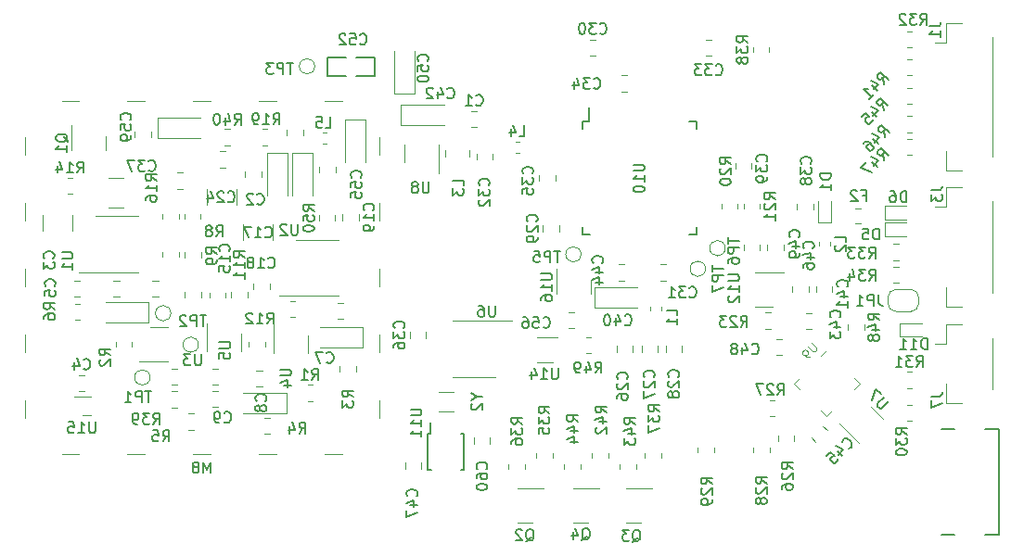
<source format=gbr>
%TF.GenerationSoftware,KiCad,Pcbnew,7.0.9-7.0.9~ubuntu23.04.1*%
%TF.CreationDate,2023-12-05T17:29:48+00:00*%
%TF.ProjectId,USTSIPIN02,55535453-4950-4494-9e30-322e6b696361,02A*%
%TF.SameCoordinates,Original*%
%TF.FileFunction,Legend,Bot*%
%TF.FilePolarity,Positive*%
%FSLAX46Y46*%
G04 Gerber Fmt 4.6, Leading zero omitted, Abs format (unit mm)*
G04 Created by KiCad (PCBNEW 7.0.9-7.0.9~ubuntu23.04.1) date 2023-12-05 17:29:48*
%MOMM*%
%LPD*%
G01*
G04 APERTURE LIST*
%ADD10C,0.150000*%
%ADD11C,0.100000*%
%ADD12C,0.120000*%
%ADD13C,0.200000*%
G04 APERTURE END LIST*
D10*
X142068207Y-83198507D02*
X142115826Y-83246127D01*
X142115826Y-83246127D02*
X142258683Y-83293746D01*
X142258683Y-83293746D02*
X142353921Y-83293746D01*
X142353921Y-83293746D02*
X142496778Y-83246127D01*
X142496778Y-83246127D02*
X142592016Y-83150888D01*
X142592016Y-83150888D02*
X142639635Y-83055650D01*
X142639635Y-83055650D02*
X142687254Y-82865174D01*
X142687254Y-82865174D02*
X142687254Y-82722317D01*
X142687254Y-82722317D02*
X142639635Y-82531841D01*
X142639635Y-82531841D02*
X142592016Y-82436603D01*
X142592016Y-82436603D02*
X142496778Y-82341365D01*
X142496778Y-82341365D02*
X142353921Y-82293746D01*
X142353921Y-82293746D02*
X142258683Y-82293746D01*
X142258683Y-82293746D02*
X142115826Y-82341365D01*
X142115826Y-82341365D02*
X142068207Y-82388984D01*
X141115826Y-83293746D02*
X141687254Y-83293746D01*
X141401540Y-83293746D02*
X141401540Y-82293746D01*
X141401540Y-82293746D02*
X141496778Y-82436603D01*
X141496778Y-82436603D02*
X141592016Y-82531841D01*
X141592016Y-82531841D02*
X141687254Y-82579460D01*
X103475321Y-97230060D02*
X103522941Y-97182441D01*
X103522941Y-97182441D02*
X103570560Y-97039584D01*
X103570560Y-97039584D02*
X103570560Y-96944346D01*
X103570560Y-96944346D02*
X103522941Y-96801489D01*
X103522941Y-96801489D02*
X103427702Y-96706251D01*
X103427702Y-96706251D02*
X103332464Y-96658632D01*
X103332464Y-96658632D02*
X103141988Y-96611013D01*
X103141988Y-96611013D02*
X102999131Y-96611013D01*
X102999131Y-96611013D02*
X102808655Y-96658632D01*
X102808655Y-96658632D02*
X102713417Y-96706251D01*
X102713417Y-96706251D02*
X102618179Y-96801489D01*
X102618179Y-96801489D02*
X102570560Y-96944346D01*
X102570560Y-96944346D02*
X102570560Y-97039584D01*
X102570560Y-97039584D02*
X102618179Y-97182441D01*
X102618179Y-97182441D02*
X102665798Y-97230060D01*
X102570560Y-97563394D02*
X102570560Y-98182441D01*
X102570560Y-98182441D02*
X102951512Y-97849108D01*
X102951512Y-97849108D02*
X102951512Y-97991965D01*
X102951512Y-97991965D02*
X102999131Y-98087203D01*
X102999131Y-98087203D02*
X103046750Y-98134822D01*
X103046750Y-98134822D02*
X103141988Y-98182441D01*
X103141988Y-98182441D02*
X103380083Y-98182441D01*
X103380083Y-98182441D02*
X103475321Y-98134822D01*
X103475321Y-98134822D02*
X103522941Y-98087203D01*
X103522941Y-98087203D02*
X103570560Y-97991965D01*
X103570560Y-97991965D02*
X103570560Y-97706251D01*
X103570560Y-97706251D02*
X103522941Y-97611013D01*
X103522941Y-97611013D02*
X103475321Y-97563394D01*
X106228806Y-107303107D02*
X106276425Y-107350727D01*
X106276425Y-107350727D02*
X106419282Y-107398346D01*
X106419282Y-107398346D02*
X106514520Y-107398346D01*
X106514520Y-107398346D02*
X106657377Y-107350727D01*
X106657377Y-107350727D02*
X106752615Y-107255488D01*
X106752615Y-107255488D02*
X106800234Y-107160250D01*
X106800234Y-107160250D02*
X106847853Y-106969774D01*
X106847853Y-106969774D02*
X106847853Y-106826917D01*
X106847853Y-106826917D02*
X106800234Y-106636441D01*
X106800234Y-106636441D02*
X106752615Y-106541203D01*
X106752615Y-106541203D02*
X106657377Y-106445965D01*
X106657377Y-106445965D02*
X106514520Y-106398346D01*
X106514520Y-106398346D02*
X106419282Y-106398346D01*
X106419282Y-106398346D02*
X106276425Y-106445965D01*
X106276425Y-106445965D02*
X106228806Y-106493584D01*
X105371663Y-106731679D02*
X105371663Y-107398346D01*
X105609758Y-106350727D02*
X105847853Y-107065012D01*
X105847853Y-107065012D02*
X105228806Y-107065012D01*
X103587821Y-99766260D02*
X103635441Y-99718641D01*
X103635441Y-99718641D02*
X103683060Y-99575784D01*
X103683060Y-99575784D02*
X103683060Y-99480546D01*
X103683060Y-99480546D02*
X103635441Y-99337689D01*
X103635441Y-99337689D02*
X103540202Y-99242451D01*
X103540202Y-99242451D02*
X103444964Y-99194832D01*
X103444964Y-99194832D02*
X103254488Y-99147213D01*
X103254488Y-99147213D02*
X103111631Y-99147213D01*
X103111631Y-99147213D02*
X102921155Y-99194832D01*
X102921155Y-99194832D02*
X102825917Y-99242451D01*
X102825917Y-99242451D02*
X102730679Y-99337689D01*
X102730679Y-99337689D02*
X102683060Y-99480546D01*
X102683060Y-99480546D02*
X102683060Y-99575784D01*
X102683060Y-99575784D02*
X102730679Y-99718641D01*
X102730679Y-99718641D02*
X102778298Y-99766260D01*
X102683060Y-100671022D02*
X102683060Y-100194832D01*
X102683060Y-100194832D02*
X103159250Y-100147213D01*
X103159250Y-100147213D02*
X103111631Y-100194832D01*
X103111631Y-100194832D02*
X103064012Y-100290070D01*
X103064012Y-100290070D02*
X103064012Y-100528165D01*
X103064012Y-100528165D02*
X103111631Y-100623403D01*
X103111631Y-100623403D02*
X103159250Y-100671022D01*
X103159250Y-100671022D02*
X103254488Y-100718641D01*
X103254488Y-100718641D02*
X103492583Y-100718641D01*
X103492583Y-100718641D02*
X103587821Y-100671022D01*
X103587821Y-100671022D02*
X103635441Y-100623403D01*
X103635441Y-100623403D02*
X103683060Y-100528165D01*
X103683060Y-100528165D02*
X103683060Y-100290070D01*
X103683060Y-100290070D02*
X103635441Y-100194832D01*
X103635441Y-100194832D02*
X103587821Y-100147213D01*
X128428407Y-106697107D02*
X128476026Y-106744727D01*
X128476026Y-106744727D02*
X128618883Y-106792346D01*
X128618883Y-106792346D02*
X128714121Y-106792346D01*
X128714121Y-106792346D02*
X128856978Y-106744727D01*
X128856978Y-106744727D02*
X128952216Y-106649488D01*
X128952216Y-106649488D02*
X128999835Y-106554250D01*
X128999835Y-106554250D02*
X129047454Y-106363774D01*
X129047454Y-106363774D02*
X129047454Y-106220917D01*
X129047454Y-106220917D02*
X128999835Y-106030441D01*
X128999835Y-106030441D02*
X128952216Y-105935203D01*
X128952216Y-105935203D02*
X128856978Y-105839965D01*
X128856978Y-105839965D02*
X128714121Y-105792346D01*
X128714121Y-105792346D02*
X128618883Y-105792346D01*
X128618883Y-105792346D02*
X128476026Y-105839965D01*
X128476026Y-105839965D02*
X128428407Y-105887584D01*
X128095073Y-105792346D02*
X127428407Y-105792346D01*
X127428407Y-105792346D02*
X127856978Y-106792346D01*
X122830121Y-110260260D02*
X122877741Y-110212641D01*
X122877741Y-110212641D02*
X122925360Y-110069784D01*
X122925360Y-110069784D02*
X122925360Y-109974546D01*
X122925360Y-109974546D02*
X122877741Y-109831689D01*
X122877741Y-109831689D02*
X122782502Y-109736451D01*
X122782502Y-109736451D02*
X122687264Y-109688832D01*
X122687264Y-109688832D02*
X122496788Y-109641213D01*
X122496788Y-109641213D02*
X122353931Y-109641213D01*
X122353931Y-109641213D02*
X122163455Y-109688832D01*
X122163455Y-109688832D02*
X122068217Y-109736451D01*
X122068217Y-109736451D02*
X121972979Y-109831689D01*
X121972979Y-109831689D02*
X121925360Y-109974546D01*
X121925360Y-109974546D02*
X121925360Y-110069784D01*
X121925360Y-110069784D02*
X121972979Y-110212641D01*
X121972979Y-110212641D02*
X122020598Y-110260260D01*
X122353931Y-110831689D02*
X122306312Y-110736451D01*
X122306312Y-110736451D02*
X122258693Y-110688832D01*
X122258693Y-110688832D02*
X122163455Y-110641213D01*
X122163455Y-110641213D02*
X122115836Y-110641213D01*
X122115836Y-110641213D02*
X122020598Y-110688832D01*
X122020598Y-110688832D02*
X121972979Y-110736451D01*
X121972979Y-110736451D02*
X121925360Y-110831689D01*
X121925360Y-110831689D02*
X121925360Y-111022165D01*
X121925360Y-111022165D02*
X121972979Y-111117403D01*
X121972979Y-111117403D02*
X122020598Y-111165022D01*
X122020598Y-111165022D02*
X122115836Y-111212641D01*
X122115836Y-111212641D02*
X122163455Y-111212641D01*
X122163455Y-111212641D02*
X122258693Y-111165022D01*
X122258693Y-111165022D02*
X122306312Y-111117403D01*
X122306312Y-111117403D02*
X122353931Y-111022165D01*
X122353931Y-111022165D02*
X122353931Y-110831689D01*
X122353931Y-110831689D02*
X122401550Y-110736451D01*
X122401550Y-110736451D02*
X122449169Y-110688832D01*
X122449169Y-110688832D02*
X122544407Y-110641213D01*
X122544407Y-110641213D02*
X122734883Y-110641213D01*
X122734883Y-110641213D02*
X122830121Y-110688832D01*
X122830121Y-110688832D02*
X122877741Y-110736451D01*
X122877741Y-110736451D02*
X122925360Y-110831689D01*
X122925360Y-110831689D02*
X122925360Y-111022165D01*
X122925360Y-111022165D02*
X122877741Y-111117403D01*
X122877741Y-111117403D02*
X122830121Y-111165022D01*
X122830121Y-111165022D02*
X122734883Y-111212641D01*
X122734883Y-111212641D02*
X122544407Y-111212641D01*
X122544407Y-111212641D02*
X122449169Y-111165022D01*
X122449169Y-111165022D02*
X122401550Y-111117403D01*
X122401550Y-111117403D02*
X122353931Y-111022165D01*
X119081207Y-112158107D02*
X119128826Y-112205727D01*
X119128826Y-112205727D02*
X119271683Y-112253346D01*
X119271683Y-112253346D02*
X119366921Y-112253346D01*
X119366921Y-112253346D02*
X119509778Y-112205727D01*
X119509778Y-112205727D02*
X119605016Y-112110488D01*
X119605016Y-112110488D02*
X119652635Y-112015250D01*
X119652635Y-112015250D02*
X119700254Y-111824774D01*
X119700254Y-111824774D02*
X119700254Y-111681917D01*
X119700254Y-111681917D02*
X119652635Y-111491441D01*
X119652635Y-111491441D02*
X119605016Y-111396203D01*
X119605016Y-111396203D02*
X119509778Y-111300965D01*
X119509778Y-111300965D02*
X119366921Y-111253346D01*
X119366921Y-111253346D02*
X119271683Y-111253346D01*
X119271683Y-111253346D02*
X119128826Y-111300965D01*
X119128826Y-111300965D02*
X119081207Y-111348584D01*
X118605016Y-112253346D02*
X118414540Y-112253346D01*
X118414540Y-112253346D02*
X118319302Y-112205727D01*
X118319302Y-112205727D02*
X118271683Y-112158107D01*
X118271683Y-112158107D02*
X118176445Y-112015250D01*
X118176445Y-112015250D02*
X118128826Y-111824774D01*
X118128826Y-111824774D02*
X118128826Y-111443822D01*
X118128826Y-111443822D02*
X118176445Y-111348584D01*
X118176445Y-111348584D02*
X118224064Y-111300965D01*
X118224064Y-111300965D02*
X118319302Y-111253346D01*
X118319302Y-111253346D02*
X118509778Y-111253346D01*
X118509778Y-111253346D02*
X118605016Y-111300965D01*
X118605016Y-111300965D02*
X118652635Y-111348584D01*
X118652635Y-111348584D02*
X118700254Y-111443822D01*
X118700254Y-111443822D02*
X118700254Y-111681917D01*
X118700254Y-111681917D02*
X118652635Y-111777155D01*
X118652635Y-111777155D02*
X118605016Y-111824774D01*
X118605016Y-111824774D02*
X118509778Y-111872393D01*
X118509778Y-111872393D02*
X118319302Y-111872393D01*
X118319302Y-111872393D02*
X118224064Y-111824774D01*
X118224064Y-111824774D02*
X118176445Y-111777155D01*
X118176445Y-111777155D02*
X118128826Y-111681917D01*
X119502721Y-96576069D02*
X119550341Y-96528450D01*
X119550341Y-96528450D02*
X119597960Y-96385593D01*
X119597960Y-96385593D02*
X119597960Y-96290355D01*
X119597960Y-96290355D02*
X119550341Y-96147498D01*
X119550341Y-96147498D02*
X119455102Y-96052260D01*
X119455102Y-96052260D02*
X119359864Y-96004641D01*
X119359864Y-96004641D02*
X119169388Y-95957022D01*
X119169388Y-95957022D02*
X119026531Y-95957022D01*
X119026531Y-95957022D02*
X118836055Y-96004641D01*
X118836055Y-96004641D02*
X118740817Y-96052260D01*
X118740817Y-96052260D02*
X118645579Y-96147498D01*
X118645579Y-96147498D02*
X118597960Y-96290355D01*
X118597960Y-96290355D02*
X118597960Y-96385593D01*
X118597960Y-96385593D02*
X118645579Y-96528450D01*
X118645579Y-96528450D02*
X118693198Y-96576069D01*
X119597960Y-97528450D02*
X119597960Y-96957022D01*
X119597960Y-97242736D02*
X118597960Y-97242736D01*
X118597960Y-97242736D02*
X118740817Y-97147498D01*
X118740817Y-97147498D02*
X118836055Y-97052260D01*
X118836055Y-97052260D02*
X118883674Y-96957022D01*
X118597960Y-98433212D02*
X118597960Y-97957022D01*
X118597960Y-97957022D02*
X119074150Y-97909403D01*
X119074150Y-97909403D02*
X119026531Y-97957022D01*
X119026531Y-97957022D02*
X118978912Y-98052260D01*
X118978912Y-98052260D02*
X118978912Y-98290355D01*
X118978912Y-98290355D02*
X119026531Y-98385593D01*
X119026531Y-98385593D02*
X119074150Y-98433212D01*
X119074150Y-98433212D02*
X119169388Y-98480831D01*
X119169388Y-98480831D02*
X119407483Y-98480831D01*
X119407483Y-98480831D02*
X119502721Y-98433212D01*
X119502721Y-98433212D02*
X119550341Y-98385593D01*
X119550341Y-98385593D02*
X119597960Y-98290355D01*
X119597960Y-98290355D02*
X119597960Y-98052260D01*
X119597960Y-98052260D02*
X119550341Y-97957022D01*
X119550341Y-97957022D02*
X119502721Y-97909403D01*
X122808598Y-95241707D02*
X122856217Y-95289327D01*
X122856217Y-95289327D02*
X122999074Y-95336946D01*
X122999074Y-95336946D02*
X123094312Y-95336946D01*
X123094312Y-95336946D02*
X123237169Y-95289327D01*
X123237169Y-95289327D02*
X123332407Y-95194088D01*
X123332407Y-95194088D02*
X123380026Y-95098850D01*
X123380026Y-95098850D02*
X123427645Y-94908374D01*
X123427645Y-94908374D02*
X123427645Y-94765517D01*
X123427645Y-94765517D02*
X123380026Y-94575041D01*
X123380026Y-94575041D02*
X123332407Y-94479803D01*
X123332407Y-94479803D02*
X123237169Y-94384565D01*
X123237169Y-94384565D02*
X123094312Y-94336946D01*
X123094312Y-94336946D02*
X122999074Y-94336946D01*
X122999074Y-94336946D02*
X122856217Y-94384565D01*
X122856217Y-94384565D02*
X122808598Y-94432184D01*
X121856217Y-95336946D02*
X122427645Y-95336946D01*
X122141931Y-95336946D02*
X122141931Y-94336946D01*
X122141931Y-94336946D02*
X122237169Y-94479803D01*
X122237169Y-94479803D02*
X122332407Y-94575041D01*
X122332407Y-94575041D02*
X122427645Y-94622660D01*
X121522883Y-94336946D02*
X120856217Y-94336946D01*
X120856217Y-94336946D02*
X121284788Y-95336946D01*
X123087998Y-98035707D02*
X123135617Y-98083327D01*
X123135617Y-98083327D02*
X123278474Y-98130946D01*
X123278474Y-98130946D02*
X123373712Y-98130946D01*
X123373712Y-98130946D02*
X123516569Y-98083327D01*
X123516569Y-98083327D02*
X123611807Y-97988088D01*
X123611807Y-97988088D02*
X123659426Y-97892850D01*
X123659426Y-97892850D02*
X123707045Y-97702374D01*
X123707045Y-97702374D02*
X123707045Y-97559517D01*
X123707045Y-97559517D02*
X123659426Y-97369041D01*
X123659426Y-97369041D02*
X123611807Y-97273803D01*
X123611807Y-97273803D02*
X123516569Y-97178565D01*
X123516569Y-97178565D02*
X123373712Y-97130946D01*
X123373712Y-97130946D02*
X123278474Y-97130946D01*
X123278474Y-97130946D02*
X123135617Y-97178565D01*
X123135617Y-97178565D02*
X123087998Y-97226184D01*
X122135617Y-98130946D02*
X122707045Y-98130946D01*
X122421331Y-98130946D02*
X122421331Y-97130946D01*
X122421331Y-97130946D02*
X122516569Y-97273803D01*
X122516569Y-97273803D02*
X122611807Y-97369041D01*
X122611807Y-97369041D02*
X122707045Y-97416660D01*
X121564188Y-97559517D02*
X121659426Y-97511898D01*
X121659426Y-97511898D02*
X121707045Y-97464279D01*
X121707045Y-97464279D02*
X121754664Y-97369041D01*
X121754664Y-97369041D02*
X121754664Y-97321422D01*
X121754664Y-97321422D02*
X121707045Y-97226184D01*
X121707045Y-97226184D02*
X121659426Y-97178565D01*
X121659426Y-97178565D02*
X121564188Y-97130946D01*
X121564188Y-97130946D02*
X121373712Y-97130946D01*
X121373712Y-97130946D02*
X121278474Y-97178565D01*
X121278474Y-97178565D02*
X121230855Y-97226184D01*
X121230855Y-97226184D02*
X121183236Y-97321422D01*
X121183236Y-97321422D02*
X121183236Y-97369041D01*
X121183236Y-97369041D02*
X121230855Y-97464279D01*
X121230855Y-97464279D02*
X121278474Y-97511898D01*
X121278474Y-97511898D02*
X121373712Y-97559517D01*
X121373712Y-97559517D02*
X121564188Y-97559517D01*
X121564188Y-97559517D02*
X121659426Y-97607136D01*
X121659426Y-97607136D02*
X121707045Y-97654755D01*
X121707045Y-97654755D02*
X121754664Y-97749993D01*
X121754664Y-97749993D02*
X121754664Y-97940469D01*
X121754664Y-97940469D02*
X121707045Y-98035707D01*
X121707045Y-98035707D02*
X121659426Y-98083327D01*
X121659426Y-98083327D02*
X121564188Y-98130946D01*
X121564188Y-98130946D02*
X121373712Y-98130946D01*
X121373712Y-98130946D02*
X121278474Y-98083327D01*
X121278474Y-98083327D02*
X121230855Y-98035707D01*
X121230855Y-98035707D02*
X121183236Y-97940469D01*
X121183236Y-97940469D02*
X121183236Y-97749993D01*
X121183236Y-97749993D02*
X121230855Y-97654755D01*
X121230855Y-97654755D02*
X121278474Y-97607136D01*
X121278474Y-97607136D02*
X121373712Y-97559517D01*
X132663521Y-92842269D02*
X132711141Y-92794650D01*
X132711141Y-92794650D02*
X132758760Y-92651793D01*
X132758760Y-92651793D02*
X132758760Y-92556555D01*
X132758760Y-92556555D02*
X132711141Y-92413698D01*
X132711141Y-92413698D02*
X132615902Y-92318460D01*
X132615902Y-92318460D02*
X132520664Y-92270841D01*
X132520664Y-92270841D02*
X132330188Y-92223222D01*
X132330188Y-92223222D02*
X132187331Y-92223222D01*
X132187331Y-92223222D02*
X131996855Y-92270841D01*
X131996855Y-92270841D02*
X131901617Y-92318460D01*
X131901617Y-92318460D02*
X131806379Y-92413698D01*
X131806379Y-92413698D02*
X131758760Y-92556555D01*
X131758760Y-92556555D02*
X131758760Y-92651793D01*
X131758760Y-92651793D02*
X131806379Y-92794650D01*
X131806379Y-92794650D02*
X131853998Y-92842269D01*
X132758760Y-93794650D02*
X132758760Y-93223222D01*
X132758760Y-93508936D02*
X131758760Y-93508936D01*
X131758760Y-93508936D02*
X131901617Y-93413698D01*
X131901617Y-93413698D02*
X131996855Y-93318460D01*
X131996855Y-93318460D02*
X132044474Y-93223222D01*
X132758760Y-94270841D02*
X132758760Y-94461317D01*
X132758760Y-94461317D02*
X132711141Y-94556555D01*
X132711141Y-94556555D02*
X132663521Y-94604174D01*
X132663521Y-94604174D02*
X132520664Y-94699412D01*
X132520664Y-94699412D02*
X132330188Y-94747031D01*
X132330188Y-94747031D02*
X131949236Y-94747031D01*
X131949236Y-94747031D02*
X131853998Y-94699412D01*
X131853998Y-94699412D02*
X131806379Y-94651793D01*
X131806379Y-94651793D02*
X131758760Y-94556555D01*
X131758760Y-94556555D02*
X131758760Y-94366079D01*
X131758760Y-94366079D02*
X131806379Y-94270841D01*
X131806379Y-94270841D02*
X131853998Y-94223222D01*
X131853998Y-94223222D02*
X131949236Y-94175603D01*
X131949236Y-94175603D02*
X132187331Y-94175603D01*
X132187331Y-94175603D02*
X132282569Y-94223222D01*
X132282569Y-94223222D02*
X132330188Y-94270841D01*
X132330188Y-94270841D02*
X132377807Y-94366079D01*
X132377807Y-94366079D02*
X132377807Y-94556555D01*
X132377807Y-94556555D02*
X132330188Y-94651793D01*
X132330188Y-94651793D02*
X132282569Y-94699412D01*
X132282569Y-94699412D02*
X132187331Y-94747031D01*
X130850160Y-109904660D02*
X130373969Y-109571327D01*
X130850160Y-109333232D02*
X129850160Y-109333232D01*
X129850160Y-109333232D02*
X129850160Y-109714184D01*
X129850160Y-109714184D02*
X129897779Y-109809422D01*
X129897779Y-109809422D02*
X129945398Y-109857041D01*
X129945398Y-109857041D02*
X130040636Y-109904660D01*
X130040636Y-109904660D02*
X130183493Y-109904660D01*
X130183493Y-109904660D02*
X130278731Y-109857041D01*
X130278731Y-109857041D02*
X130326350Y-109809422D01*
X130326350Y-109809422D02*
X130373969Y-109714184D01*
X130373969Y-109714184D02*
X130373969Y-109333232D01*
X129850160Y-110237994D02*
X129850160Y-110857041D01*
X129850160Y-110857041D02*
X130231112Y-110523708D01*
X130231112Y-110523708D02*
X130231112Y-110666565D01*
X130231112Y-110666565D02*
X130278731Y-110761803D01*
X130278731Y-110761803D02*
X130326350Y-110809422D01*
X130326350Y-110809422D02*
X130421588Y-110857041D01*
X130421588Y-110857041D02*
X130659683Y-110857041D01*
X130659683Y-110857041D02*
X130754921Y-110809422D01*
X130754921Y-110809422D02*
X130802541Y-110761803D01*
X130802541Y-110761803D02*
X130850160Y-110666565D01*
X130850160Y-110666565D02*
X130850160Y-110380851D01*
X130850160Y-110380851D02*
X130802541Y-110285613D01*
X130802541Y-110285613D02*
X130754921Y-110237994D01*
X125913807Y-113218546D02*
X126247140Y-112742355D01*
X126485235Y-113218546D02*
X126485235Y-112218546D01*
X126485235Y-112218546D02*
X126104283Y-112218546D01*
X126104283Y-112218546D02*
X126009045Y-112266165D01*
X126009045Y-112266165D02*
X125961426Y-112313784D01*
X125961426Y-112313784D02*
X125913807Y-112409022D01*
X125913807Y-112409022D02*
X125913807Y-112551879D01*
X125913807Y-112551879D02*
X125961426Y-112647117D01*
X125961426Y-112647117D02*
X126009045Y-112694736D01*
X126009045Y-112694736D02*
X126104283Y-112742355D01*
X126104283Y-112742355D02*
X126485235Y-112742355D01*
X125056664Y-112551879D02*
X125056664Y-113218546D01*
X125294759Y-112170927D02*
X125532854Y-112885212D01*
X125532854Y-112885212D02*
X124913807Y-112885212D01*
X113467807Y-113955146D02*
X113801140Y-113478955D01*
X114039235Y-113955146D02*
X114039235Y-112955146D01*
X114039235Y-112955146D02*
X113658283Y-112955146D01*
X113658283Y-112955146D02*
X113563045Y-113002765D01*
X113563045Y-113002765D02*
X113515426Y-113050384D01*
X113515426Y-113050384D02*
X113467807Y-113145622D01*
X113467807Y-113145622D02*
X113467807Y-113288479D01*
X113467807Y-113288479D02*
X113515426Y-113383717D01*
X113515426Y-113383717D02*
X113563045Y-113431336D01*
X113563045Y-113431336D02*
X113658283Y-113478955D01*
X113658283Y-113478955D02*
X114039235Y-113478955D01*
X112563045Y-112955146D02*
X113039235Y-112955146D01*
X113039235Y-112955146D02*
X113086854Y-113431336D01*
X113086854Y-113431336D02*
X113039235Y-113383717D01*
X113039235Y-113383717D02*
X112943997Y-113336098D01*
X112943997Y-113336098D02*
X112705902Y-113336098D01*
X112705902Y-113336098D02*
X112610664Y-113383717D01*
X112610664Y-113383717D02*
X112563045Y-113431336D01*
X112563045Y-113431336D02*
X112515426Y-113526574D01*
X112515426Y-113526574D02*
X112515426Y-113764669D01*
X112515426Y-113764669D02*
X112563045Y-113859907D01*
X112563045Y-113859907D02*
X112610664Y-113907527D01*
X112610664Y-113907527D02*
X112705902Y-113955146D01*
X112705902Y-113955146D02*
X112943997Y-113955146D01*
X112943997Y-113955146D02*
X113039235Y-113907527D01*
X113039235Y-113907527D02*
X113086854Y-113859907D01*
X103621360Y-101903660D02*
X103145169Y-101570327D01*
X103621360Y-101332232D02*
X102621360Y-101332232D01*
X102621360Y-101332232D02*
X102621360Y-101713184D01*
X102621360Y-101713184D02*
X102668979Y-101808422D01*
X102668979Y-101808422D02*
X102716598Y-101856041D01*
X102716598Y-101856041D02*
X102811836Y-101903660D01*
X102811836Y-101903660D02*
X102954693Y-101903660D01*
X102954693Y-101903660D02*
X103049931Y-101856041D01*
X103049931Y-101856041D02*
X103097550Y-101808422D01*
X103097550Y-101808422D02*
X103145169Y-101713184D01*
X103145169Y-101713184D02*
X103145169Y-101332232D01*
X102621360Y-102760803D02*
X102621360Y-102570327D01*
X102621360Y-102570327D02*
X102668979Y-102475089D01*
X102668979Y-102475089D02*
X102716598Y-102427470D01*
X102716598Y-102427470D02*
X102859455Y-102332232D01*
X102859455Y-102332232D02*
X103049931Y-102284613D01*
X103049931Y-102284613D02*
X103430883Y-102284613D01*
X103430883Y-102284613D02*
X103526121Y-102332232D01*
X103526121Y-102332232D02*
X103573741Y-102379851D01*
X103573741Y-102379851D02*
X103621360Y-102475089D01*
X103621360Y-102475089D02*
X103621360Y-102665565D01*
X103621360Y-102665565D02*
X103573741Y-102760803D01*
X103573741Y-102760803D02*
X103526121Y-102808422D01*
X103526121Y-102808422D02*
X103430883Y-102856041D01*
X103430883Y-102856041D02*
X103192788Y-102856041D01*
X103192788Y-102856041D02*
X103097550Y-102808422D01*
X103097550Y-102808422D02*
X103049931Y-102760803D01*
X103049931Y-102760803D02*
X103002312Y-102665565D01*
X103002312Y-102665565D02*
X103002312Y-102475089D01*
X103002312Y-102475089D02*
X103049931Y-102379851D01*
X103049931Y-102379851D02*
X103097550Y-102332232D01*
X103097550Y-102332232D02*
X103192788Y-102284613D01*
X118344607Y-95235346D02*
X118677940Y-94759155D01*
X118916035Y-95235346D02*
X118916035Y-94235346D01*
X118916035Y-94235346D02*
X118535083Y-94235346D01*
X118535083Y-94235346D02*
X118439845Y-94282965D01*
X118439845Y-94282965D02*
X118392226Y-94330584D01*
X118392226Y-94330584D02*
X118344607Y-94425822D01*
X118344607Y-94425822D02*
X118344607Y-94568679D01*
X118344607Y-94568679D02*
X118392226Y-94663917D01*
X118392226Y-94663917D02*
X118439845Y-94711536D01*
X118439845Y-94711536D02*
X118535083Y-94759155D01*
X118535083Y-94759155D02*
X118916035Y-94759155D01*
X117773178Y-94663917D02*
X117868416Y-94616298D01*
X117868416Y-94616298D02*
X117916035Y-94568679D01*
X117916035Y-94568679D02*
X117963654Y-94473441D01*
X117963654Y-94473441D02*
X117963654Y-94425822D01*
X117963654Y-94425822D02*
X117916035Y-94330584D01*
X117916035Y-94330584D02*
X117868416Y-94282965D01*
X117868416Y-94282965D02*
X117773178Y-94235346D01*
X117773178Y-94235346D02*
X117582702Y-94235346D01*
X117582702Y-94235346D02*
X117487464Y-94282965D01*
X117487464Y-94282965D02*
X117439845Y-94330584D01*
X117439845Y-94330584D02*
X117392226Y-94425822D01*
X117392226Y-94425822D02*
X117392226Y-94473441D01*
X117392226Y-94473441D02*
X117439845Y-94568679D01*
X117439845Y-94568679D02*
X117487464Y-94616298D01*
X117487464Y-94616298D02*
X117582702Y-94663917D01*
X117582702Y-94663917D02*
X117773178Y-94663917D01*
X117773178Y-94663917D02*
X117868416Y-94711536D01*
X117868416Y-94711536D02*
X117916035Y-94759155D01*
X117916035Y-94759155D02*
X117963654Y-94854393D01*
X117963654Y-94854393D02*
X117963654Y-95044869D01*
X117963654Y-95044869D02*
X117916035Y-95140107D01*
X117916035Y-95140107D02*
X117868416Y-95187727D01*
X117868416Y-95187727D02*
X117773178Y-95235346D01*
X117773178Y-95235346D02*
X117582702Y-95235346D01*
X117582702Y-95235346D02*
X117487464Y-95187727D01*
X117487464Y-95187727D02*
X117439845Y-95140107D01*
X117439845Y-95140107D02*
X117392226Y-95044869D01*
X117392226Y-95044869D02*
X117392226Y-94854393D01*
X117392226Y-94854393D02*
X117439845Y-94759155D01*
X117439845Y-94759155D02*
X117487464Y-94711536D01*
X117487464Y-94711536D02*
X117582702Y-94663917D01*
X118404160Y-96849060D02*
X117927969Y-96515727D01*
X118404160Y-96277632D02*
X117404160Y-96277632D01*
X117404160Y-96277632D02*
X117404160Y-96658584D01*
X117404160Y-96658584D02*
X117451779Y-96753822D01*
X117451779Y-96753822D02*
X117499398Y-96801441D01*
X117499398Y-96801441D02*
X117594636Y-96849060D01*
X117594636Y-96849060D02*
X117737493Y-96849060D01*
X117737493Y-96849060D02*
X117832731Y-96801441D01*
X117832731Y-96801441D02*
X117880350Y-96753822D01*
X117880350Y-96753822D02*
X117927969Y-96658584D01*
X117927969Y-96658584D02*
X117927969Y-96277632D01*
X118404160Y-97325251D02*
X118404160Y-97515727D01*
X118404160Y-97515727D02*
X118356541Y-97610965D01*
X118356541Y-97610965D02*
X118308921Y-97658584D01*
X118308921Y-97658584D02*
X118166064Y-97753822D01*
X118166064Y-97753822D02*
X117975588Y-97801441D01*
X117975588Y-97801441D02*
X117594636Y-97801441D01*
X117594636Y-97801441D02*
X117499398Y-97753822D01*
X117499398Y-97753822D02*
X117451779Y-97706203D01*
X117451779Y-97706203D02*
X117404160Y-97610965D01*
X117404160Y-97610965D02*
X117404160Y-97420489D01*
X117404160Y-97420489D02*
X117451779Y-97325251D01*
X117451779Y-97325251D02*
X117499398Y-97277632D01*
X117499398Y-97277632D02*
X117594636Y-97230013D01*
X117594636Y-97230013D02*
X117832731Y-97230013D01*
X117832731Y-97230013D02*
X117927969Y-97277632D01*
X117927969Y-97277632D02*
X117975588Y-97325251D01*
X117975588Y-97325251D02*
X118023207Y-97420489D01*
X118023207Y-97420489D02*
X118023207Y-97610965D01*
X118023207Y-97610965D02*
X117975588Y-97706203D01*
X117975588Y-97706203D02*
X117927969Y-97753822D01*
X117927969Y-97753822D02*
X117832731Y-97801441D01*
X120918760Y-97185669D02*
X120442569Y-96852336D01*
X120918760Y-96614241D02*
X119918760Y-96614241D01*
X119918760Y-96614241D02*
X119918760Y-96995193D01*
X119918760Y-96995193D02*
X119966379Y-97090431D01*
X119966379Y-97090431D02*
X120013998Y-97138050D01*
X120013998Y-97138050D02*
X120109236Y-97185669D01*
X120109236Y-97185669D02*
X120252093Y-97185669D01*
X120252093Y-97185669D02*
X120347331Y-97138050D01*
X120347331Y-97138050D02*
X120394950Y-97090431D01*
X120394950Y-97090431D02*
X120442569Y-96995193D01*
X120442569Y-96995193D02*
X120442569Y-96614241D01*
X120918760Y-98138050D02*
X120918760Y-97566622D01*
X120918760Y-97852336D02*
X119918760Y-97852336D01*
X119918760Y-97852336D02*
X120061617Y-97757098D01*
X120061617Y-97757098D02*
X120156855Y-97661860D01*
X120156855Y-97661860D02*
X120204474Y-97566622D01*
X120918760Y-99090431D02*
X120918760Y-98519003D01*
X120918760Y-98804717D02*
X119918760Y-98804717D01*
X119918760Y-98804717D02*
X120061617Y-98709479D01*
X120061617Y-98709479D02*
X120156855Y-98614241D01*
X120156855Y-98614241D02*
X120204474Y-98519003D01*
X122986398Y-103210946D02*
X123319731Y-102734755D01*
X123557826Y-103210946D02*
X123557826Y-102210946D01*
X123557826Y-102210946D02*
X123176874Y-102210946D01*
X123176874Y-102210946D02*
X123081636Y-102258565D01*
X123081636Y-102258565D02*
X123034017Y-102306184D01*
X123034017Y-102306184D02*
X122986398Y-102401422D01*
X122986398Y-102401422D02*
X122986398Y-102544279D01*
X122986398Y-102544279D02*
X123034017Y-102639517D01*
X123034017Y-102639517D02*
X123081636Y-102687136D01*
X123081636Y-102687136D02*
X123176874Y-102734755D01*
X123176874Y-102734755D02*
X123557826Y-102734755D01*
X122034017Y-103210946D02*
X122605445Y-103210946D01*
X122319731Y-103210946D02*
X122319731Y-102210946D01*
X122319731Y-102210946D02*
X122414969Y-102353803D01*
X122414969Y-102353803D02*
X122510207Y-102449041D01*
X122510207Y-102449041D02*
X122605445Y-102496660D01*
X121653064Y-102306184D02*
X121605445Y-102258565D01*
X121605445Y-102258565D02*
X121510207Y-102210946D01*
X121510207Y-102210946D02*
X121272112Y-102210946D01*
X121272112Y-102210946D02*
X121176874Y-102258565D01*
X121176874Y-102258565D02*
X121129255Y-102306184D01*
X121129255Y-102306184D02*
X121081636Y-102401422D01*
X121081636Y-102401422D02*
X121081636Y-102496660D01*
X121081636Y-102496660D02*
X121129255Y-102639517D01*
X121129255Y-102639517D02*
X121700683Y-103210946D01*
X121700683Y-103210946D02*
X121081636Y-103210946D01*
X104246960Y-96685622D02*
X105056483Y-96685622D01*
X105056483Y-96685622D02*
X105151721Y-96733241D01*
X105151721Y-96733241D02*
X105199341Y-96780860D01*
X105199341Y-96780860D02*
X105246960Y-96876098D01*
X105246960Y-96876098D02*
X105246960Y-97066574D01*
X105246960Y-97066574D02*
X105199341Y-97161812D01*
X105199341Y-97161812D02*
X105151721Y-97209431D01*
X105151721Y-97209431D02*
X105056483Y-97257050D01*
X105056483Y-97257050D02*
X104246960Y-97257050D01*
X105246960Y-98257050D02*
X105246960Y-97685622D01*
X105246960Y-97971336D02*
X104246960Y-97971336D01*
X104246960Y-97971336D02*
X104389817Y-97876098D01*
X104389817Y-97876098D02*
X104485055Y-97780860D01*
X104485055Y-97780860D02*
X104532674Y-97685622D01*
X124185960Y-107379022D02*
X124995483Y-107379022D01*
X124995483Y-107379022D02*
X125090721Y-107426641D01*
X125090721Y-107426641D02*
X125138341Y-107474260D01*
X125138341Y-107474260D02*
X125185960Y-107569498D01*
X125185960Y-107569498D02*
X125185960Y-107759974D01*
X125185960Y-107759974D02*
X125138341Y-107855212D01*
X125138341Y-107855212D02*
X125090721Y-107902831D01*
X125090721Y-107902831D02*
X124995483Y-107950450D01*
X124995483Y-107950450D02*
X124185960Y-107950450D01*
X124519293Y-108855212D02*
X125185960Y-108855212D01*
X124138341Y-108617117D02*
X124852626Y-108379022D01*
X124852626Y-108379022D02*
X124852626Y-108998069D01*
X118623360Y-104864422D02*
X119432883Y-104864422D01*
X119432883Y-104864422D02*
X119528121Y-104912041D01*
X119528121Y-104912041D02*
X119575741Y-104959660D01*
X119575741Y-104959660D02*
X119623360Y-105054898D01*
X119623360Y-105054898D02*
X119623360Y-105245374D01*
X119623360Y-105245374D02*
X119575741Y-105340612D01*
X119575741Y-105340612D02*
X119528121Y-105388231D01*
X119528121Y-105388231D02*
X119432883Y-105435850D01*
X119432883Y-105435850D02*
X118623360Y-105435850D01*
X118623360Y-106388231D02*
X118623360Y-105912041D01*
X118623360Y-105912041D02*
X119099550Y-105864422D01*
X119099550Y-105864422D02*
X119051931Y-105912041D01*
X119051931Y-105912041D02*
X119004312Y-106007279D01*
X119004312Y-106007279D02*
X119004312Y-106245374D01*
X119004312Y-106245374D02*
X119051931Y-106340612D01*
X119051931Y-106340612D02*
X119099550Y-106388231D01*
X119099550Y-106388231D02*
X119194788Y-106435850D01*
X119194788Y-106435850D02*
X119432883Y-106435850D01*
X119432883Y-106435850D02*
X119528121Y-106388231D01*
X119528121Y-106388231D02*
X119575741Y-106340612D01*
X119575741Y-106340612D02*
X119623360Y-106245374D01*
X119623360Y-106245374D02*
X119623360Y-106007279D01*
X119623360Y-106007279D02*
X119575741Y-105912041D01*
X119575741Y-105912041D02*
X119528121Y-105864422D01*
X108675960Y-106094660D02*
X108199769Y-105761327D01*
X108675960Y-105523232D02*
X107675960Y-105523232D01*
X107675960Y-105523232D02*
X107675960Y-105904184D01*
X107675960Y-105904184D02*
X107723579Y-105999422D01*
X107723579Y-105999422D02*
X107771198Y-106047041D01*
X107771198Y-106047041D02*
X107866436Y-106094660D01*
X107866436Y-106094660D02*
X108009293Y-106094660D01*
X108009293Y-106094660D02*
X108104531Y-106047041D01*
X108104531Y-106047041D02*
X108152150Y-105999422D01*
X108152150Y-105999422D02*
X108199769Y-105904184D01*
X108199769Y-105904184D02*
X108199769Y-105523232D01*
X107771198Y-106475613D02*
X107723579Y-106523232D01*
X107723579Y-106523232D02*
X107675960Y-106618470D01*
X107675960Y-106618470D02*
X107675960Y-106856565D01*
X107675960Y-106856565D02*
X107723579Y-106951803D01*
X107723579Y-106951803D02*
X107771198Y-106999422D01*
X107771198Y-106999422D02*
X107866436Y-107047041D01*
X107866436Y-107047041D02*
X107961674Y-107047041D01*
X107961674Y-107047041D02*
X108104531Y-106999422D01*
X108104531Y-106999422D02*
X108675960Y-106427994D01*
X108675960Y-106427994D02*
X108675960Y-107047041D01*
X125772445Y-94108346D02*
X125772445Y-94917869D01*
X125772445Y-94917869D02*
X125724826Y-95013107D01*
X125724826Y-95013107D02*
X125677207Y-95060727D01*
X125677207Y-95060727D02*
X125581969Y-95108346D01*
X125581969Y-95108346D02*
X125391493Y-95108346D01*
X125391493Y-95108346D02*
X125296255Y-95060727D01*
X125296255Y-95060727D02*
X125248636Y-95013107D01*
X125248636Y-95013107D02*
X125201017Y-94917869D01*
X125201017Y-94917869D02*
X125201017Y-94108346D01*
X124772445Y-94203584D02*
X124724826Y-94155965D01*
X124724826Y-94155965D02*
X124629588Y-94108346D01*
X124629588Y-94108346D02*
X124391493Y-94108346D01*
X124391493Y-94108346D02*
X124296255Y-94155965D01*
X124296255Y-94155965D02*
X124248636Y-94203584D01*
X124248636Y-94203584D02*
X124201017Y-94298822D01*
X124201017Y-94298822D02*
X124201017Y-94394060D01*
X124201017Y-94394060D02*
X124248636Y-94536917D01*
X124248636Y-94536917D02*
X124820064Y-95108346D01*
X124820064Y-95108346D02*
X124201017Y-95108346D01*
X127082207Y-108342746D02*
X127415540Y-107866555D01*
X127653635Y-108342746D02*
X127653635Y-107342746D01*
X127653635Y-107342746D02*
X127272683Y-107342746D01*
X127272683Y-107342746D02*
X127177445Y-107390365D01*
X127177445Y-107390365D02*
X127129826Y-107437984D01*
X127129826Y-107437984D02*
X127082207Y-107533222D01*
X127082207Y-107533222D02*
X127082207Y-107676079D01*
X127082207Y-107676079D02*
X127129826Y-107771317D01*
X127129826Y-107771317D02*
X127177445Y-107818936D01*
X127177445Y-107818936D02*
X127272683Y-107866555D01*
X127272683Y-107866555D02*
X127653635Y-107866555D01*
X126129826Y-108342746D02*
X126701254Y-108342746D01*
X126415540Y-108342746D02*
X126415540Y-107342746D01*
X126415540Y-107342746D02*
X126510778Y-107485603D01*
X126510778Y-107485603D02*
X126606016Y-107580841D01*
X126606016Y-107580841D02*
X126701254Y-107628460D01*
X122078407Y-92219107D02*
X122126026Y-92266727D01*
X122126026Y-92266727D02*
X122268883Y-92314346D01*
X122268883Y-92314346D02*
X122364121Y-92314346D01*
X122364121Y-92314346D02*
X122506978Y-92266727D01*
X122506978Y-92266727D02*
X122602216Y-92171488D01*
X122602216Y-92171488D02*
X122649835Y-92076250D01*
X122649835Y-92076250D02*
X122697454Y-91885774D01*
X122697454Y-91885774D02*
X122697454Y-91742917D01*
X122697454Y-91742917D02*
X122649835Y-91552441D01*
X122649835Y-91552441D02*
X122602216Y-91457203D01*
X122602216Y-91457203D02*
X122506978Y-91361965D01*
X122506978Y-91361965D02*
X122364121Y-91314346D01*
X122364121Y-91314346D02*
X122268883Y-91314346D01*
X122268883Y-91314346D02*
X122126026Y-91361965D01*
X122126026Y-91361965D02*
X122078407Y-91409584D01*
X121697454Y-91409584D02*
X121649835Y-91361965D01*
X121649835Y-91361965D02*
X121554597Y-91314346D01*
X121554597Y-91314346D02*
X121316502Y-91314346D01*
X121316502Y-91314346D02*
X121221264Y-91361965D01*
X121221264Y-91361965D02*
X121173645Y-91409584D01*
X121173645Y-91409584D02*
X121126026Y-91504822D01*
X121126026Y-91504822D02*
X121126026Y-91600060D01*
X121126026Y-91600060D02*
X121173645Y-91742917D01*
X121173645Y-91742917D02*
X121745073Y-92314346D01*
X121745073Y-92314346D02*
X121126026Y-92314346D01*
X116958645Y-105995546D02*
X116958645Y-106805069D01*
X116958645Y-106805069D02*
X116911026Y-106900307D01*
X116911026Y-106900307D02*
X116863407Y-106947927D01*
X116863407Y-106947927D02*
X116768169Y-106995546D01*
X116768169Y-106995546D02*
X116577693Y-106995546D01*
X116577693Y-106995546D02*
X116482455Y-106947927D01*
X116482455Y-106947927D02*
X116434836Y-106900307D01*
X116434836Y-106900307D02*
X116387217Y-106805069D01*
X116387217Y-106805069D02*
X116387217Y-105995546D01*
X116006264Y-105995546D02*
X115387217Y-105995546D01*
X115387217Y-105995546D02*
X115720550Y-106376498D01*
X115720550Y-106376498D02*
X115577693Y-106376498D01*
X115577693Y-106376498D02*
X115482455Y-106424117D01*
X115482455Y-106424117D02*
X115434836Y-106471736D01*
X115434836Y-106471736D02*
X115387217Y-106566974D01*
X115387217Y-106566974D02*
X115387217Y-106805069D01*
X115387217Y-106805069D02*
X115434836Y-106900307D01*
X115434836Y-106900307D02*
X115482455Y-106947927D01*
X115482455Y-106947927D02*
X115577693Y-106995546D01*
X115577693Y-106995546D02*
X115863407Y-106995546D01*
X115863407Y-106995546D02*
X115958645Y-106947927D01*
X115958645Y-106947927D02*
X116006264Y-106900307D01*
X177312274Y-91485736D02*
X177645607Y-91485736D01*
X177645607Y-92009546D02*
X177645607Y-91009546D01*
X177645607Y-91009546D02*
X177169417Y-91009546D01*
X176836083Y-91104784D02*
X176788464Y-91057165D01*
X176788464Y-91057165D02*
X176693226Y-91009546D01*
X176693226Y-91009546D02*
X176455131Y-91009546D01*
X176455131Y-91009546D02*
X176359893Y-91057165D01*
X176359893Y-91057165D02*
X176312274Y-91104784D01*
X176312274Y-91104784D02*
X176264655Y-91200022D01*
X176264655Y-91200022D02*
X176264655Y-91295260D01*
X176264655Y-91295260D02*
X176312274Y-91438117D01*
X176312274Y-91438117D02*
X176883702Y-92009546D01*
X176883702Y-92009546D02*
X176264655Y-92009546D01*
X140933960Y-90600660D02*
X140933960Y-90124470D01*
X140933960Y-90124470D02*
X139933960Y-90124470D01*
X139933960Y-90838756D02*
X139933960Y-91457803D01*
X139933960Y-91457803D02*
X140314912Y-91124470D01*
X140314912Y-91124470D02*
X140314912Y-91267327D01*
X140314912Y-91267327D02*
X140362531Y-91362565D01*
X140362531Y-91362565D02*
X140410150Y-91410184D01*
X140410150Y-91410184D02*
X140505388Y-91457803D01*
X140505388Y-91457803D02*
X140743483Y-91457803D01*
X140743483Y-91457803D02*
X140838721Y-91410184D01*
X140838721Y-91410184D02*
X140886341Y-91362565D01*
X140886341Y-91362565D02*
X140933960Y-91267327D01*
X140933960Y-91267327D02*
X140933960Y-90981613D01*
X140933960Y-90981613D02*
X140886341Y-90886375D01*
X140886341Y-90886375D02*
X140838721Y-90838756D01*
X137610321Y-79202469D02*
X137657941Y-79154850D01*
X137657941Y-79154850D02*
X137705560Y-79011993D01*
X137705560Y-79011993D02*
X137705560Y-78916755D01*
X137705560Y-78916755D02*
X137657941Y-78773898D01*
X137657941Y-78773898D02*
X137562702Y-78678660D01*
X137562702Y-78678660D02*
X137467464Y-78631041D01*
X137467464Y-78631041D02*
X137276988Y-78583422D01*
X137276988Y-78583422D02*
X137134131Y-78583422D01*
X137134131Y-78583422D02*
X136943655Y-78631041D01*
X136943655Y-78631041D02*
X136848417Y-78678660D01*
X136848417Y-78678660D02*
X136753179Y-78773898D01*
X136753179Y-78773898D02*
X136705560Y-78916755D01*
X136705560Y-78916755D02*
X136705560Y-79011993D01*
X136705560Y-79011993D02*
X136753179Y-79154850D01*
X136753179Y-79154850D02*
X136800798Y-79202469D01*
X136705560Y-80107231D02*
X136705560Y-79631041D01*
X136705560Y-79631041D02*
X137181750Y-79583422D01*
X137181750Y-79583422D02*
X137134131Y-79631041D01*
X137134131Y-79631041D02*
X137086512Y-79726279D01*
X137086512Y-79726279D02*
X137086512Y-79964374D01*
X137086512Y-79964374D02*
X137134131Y-80059612D01*
X137134131Y-80059612D02*
X137181750Y-80107231D01*
X137181750Y-80107231D02*
X137276988Y-80154850D01*
X137276988Y-80154850D02*
X137515083Y-80154850D01*
X137515083Y-80154850D02*
X137610321Y-80107231D01*
X137610321Y-80107231D02*
X137657941Y-80059612D01*
X137657941Y-80059612D02*
X137705560Y-79964374D01*
X137705560Y-79964374D02*
X137705560Y-79726279D01*
X137705560Y-79726279D02*
X137657941Y-79631041D01*
X137657941Y-79631041D02*
X137610321Y-79583422D01*
X136705560Y-80773898D02*
X136705560Y-80869136D01*
X136705560Y-80869136D02*
X136753179Y-80964374D01*
X136753179Y-80964374D02*
X136800798Y-81011993D01*
X136800798Y-81011993D02*
X136896036Y-81059612D01*
X136896036Y-81059612D02*
X137086512Y-81107231D01*
X137086512Y-81107231D02*
X137324607Y-81107231D01*
X137324607Y-81107231D02*
X137515083Y-81059612D01*
X137515083Y-81059612D02*
X137610321Y-81011993D01*
X137610321Y-81011993D02*
X137657941Y-80964374D01*
X137657941Y-80964374D02*
X137705560Y-80869136D01*
X137705560Y-80869136D02*
X137705560Y-80773898D01*
X137705560Y-80773898D02*
X137657941Y-80678660D01*
X137657941Y-80678660D02*
X137610321Y-80631041D01*
X137610321Y-80631041D02*
X137515083Y-80583422D01*
X137515083Y-80583422D02*
X137324607Y-80535803D01*
X137324607Y-80535803D02*
X137086512Y-80535803D01*
X137086512Y-80535803D02*
X136896036Y-80583422D01*
X136896036Y-80583422D02*
X136800798Y-80631041D01*
X136800798Y-80631041D02*
X136753179Y-80678660D01*
X136753179Y-80678660D02*
X136705560Y-80773898D01*
X139445598Y-82541707D02*
X139493217Y-82589327D01*
X139493217Y-82589327D02*
X139636074Y-82636946D01*
X139636074Y-82636946D02*
X139731312Y-82636946D01*
X139731312Y-82636946D02*
X139874169Y-82589327D01*
X139874169Y-82589327D02*
X139969407Y-82494088D01*
X139969407Y-82494088D02*
X140017026Y-82398850D01*
X140017026Y-82398850D02*
X140064645Y-82208374D01*
X140064645Y-82208374D02*
X140064645Y-82065517D01*
X140064645Y-82065517D02*
X140017026Y-81875041D01*
X140017026Y-81875041D02*
X139969407Y-81779803D01*
X139969407Y-81779803D02*
X139874169Y-81684565D01*
X139874169Y-81684565D02*
X139731312Y-81636946D01*
X139731312Y-81636946D02*
X139636074Y-81636946D01*
X139636074Y-81636946D02*
X139493217Y-81684565D01*
X139493217Y-81684565D02*
X139445598Y-81732184D01*
X138588455Y-81970279D02*
X138588455Y-82636946D01*
X138826550Y-81589327D02*
X139064645Y-82303612D01*
X139064645Y-82303612D02*
X138445598Y-82303612D01*
X138112264Y-81732184D02*
X138064645Y-81684565D01*
X138064645Y-81684565D02*
X137969407Y-81636946D01*
X137969407Y-81636946D02*
X137731312Y-81636946D01*
X137731312Y-81636946D02*
X137636074Y-81684565D01*
X137636074Y-81684565D02*
X137588455Y-81732184D01*
X137588455Y-81732184D02*
X137540836Y-81827422D01*
X137540836Y-81827422D02*
X137540836Y-81922660D01*
X137540836Y-81922660D02*
X137588455Y-82065517D01*
X137588455Y-82065517D02*
X138159883Y-82636946D01*
X138159883Y-82636946D02*
X137540836Y-82636946D01*
X131469998Y-77614107D02*
X131517617Y-77661727D01*
X131517617Y-77661727D02*
X131660474Y-77709346D01*
X131660474Y-77709346D02*
X131755712Y-77709346D01*
X131755712Y-77709346D02*
X131898569Y-77661727D01*
X131898569Y-77661727D02*
X131993807Y-77566488D01*
X131993807Y-77566488D02*
X132041426Y-77471250D01*
X132041426Y-77471250D02*
X132089045Y-77280774D01*
X132089045Y-77280774D02*
X132089045Y-77137917D01*
X132089045Y-77137917D02*
X132041426Y-76947441D01*
X132041426Y-76947441D02*
X131993807Y-76852203D01*
X131993807Y-76852203D02*
X131898569Y-76756965D01*
X131898569Y-76756965D02*
X131755712Y-76709346D01*
X131755712Y-76709346D02*
X131660474Y-76709346D01*
X131660474Y-76709346D02*
X131517617Y-76756965D01*
X131517617Y-76756965D02*
X131469998Y-76804584D01*
X130565236Y-76709346D02*
X131041426Y-76709346D01*
X131041426Y-76709346D02*
X131089045Y-77185536D01*
X131089045Y-77185536D02*
X131041426Y-77137917D01*
X131041426Y-77137917D02*
X130946188Y-77090298D01*
X130946188Y-77090298D02*
X130708093Y-77090298D01*
X130708093Y-77090298D02*
X130612855Y-77137917D01*
X130612855Y-77137917D02*
X130565236Y-77185536D01*
X130565236Y-77185536D02*
X130517617Y-77280774D01*
X130517617Y-77280774D02*
X130517617Y-77518869D01*
X130517617Y-77518869D02*
X130565236Y-77614107D01*
X130565236Y-77614107D02*
X130612855Y-77661727D01*
X130612855Y-77661727D02*
X130708093Y-77709346D01*
X130708093Y-77709346D02*
X130946188Y-77709346D01*
X130946188Y-77709346D02*
X131041426Y-77661727D01*
X131041426Y-77661727D02*
X131089045Y-77614107D01*
X130136664Y-76804584D02*
X130089045Y-76756965D01*
X130089045Y-76756965D02*
X129993807Y-76709346D01*
X129993807Y-76709346D02*
X129755712Y-76709346D01*
X129755712Y-76709346D02*
X129660474Y-76756965D01*
X129660474Y-76756965D02*
X129612855Y-76804584D01*
X129612855Y-76804584D02*
X129565236Y-76899822D01*
X129565236Y-76899822D02*
X129565236Y-76995060D01*
X129565236Y-76995060D02*
X129612855Y-77137917D01*
X129612855Y-77137917D02*
X130184283Y-77709346D01*
X130184283Y-77709346D02*
X129565236Y-77709346D01*
X153564121Y-97642869D02*
X153611741Y-97595250D01*
X153611741Y-97595250D02*
X153659360Y-97452393D01*
X153659360Y-97452393D02*
X153659360Y-97357155D01*
X153659360Y-97357155D02*
X153611741Y-97214298D01*
X153611741Y-97214298D02*
X153516502Y-97119060D01*
X153516502Y-97119060D02*
X153421264Y-97071441D01*
X153421264Y-97071441D02*
X153230788Y-97023822D01*
X153230788Y-97023822D02*
X153087931Y-97023822D01*
X153087931Y-97023822D02*
X152897455Y-97071441D01*
X152897455Y-97071441D02*
X152802217Y-97119060D01*
X152802217Y-97119060D02*
X152706979Y-97214298D01*
X152706979Y-97214298D02*
X152659360Y-97357155D01*
X152659360Y-97357155D02*
X152659360Y-97452393D01*
X152659360Y-97452393D02*
X152706979Y-97595250D01*
X152706979Y-97595250D02*
X152754598Y-97642869D01*
X152992693Y-98500012D02*
X153659360Y-98500012D01*
X152611741Y-98261917D02*
X153326026Y-98023822D01*
X153326026Y-98023822D02*
X153326026Y-98642869D01*
X152992693Y-99452393D02*
X153659360Y-99452393D01*
X152611741Y-99214298D02*
X153326026Y-98976203D01*
X153326026Y-98976203D02*
X153326026Y-99595250D01*
X155650798Y-103268107D02*
X155698417Y-103315727D01*
X155698417Y-103315727D02*
X155841274Y-103363346D01*
X155841274Y-103363346D02*
X155936512Y-103363346D01*
X155936512Y-103363346D02*
X156079369Y-103315727D01*
X156079369Y-103315727D02*
X156174607Y-103220488D01*
X156174607Y-103220488D02*
X156222226Y-103125250D01*
X156222226Y-103125250D02*
X156269845Y-102934774D01*
X156269845Y-102934774D02*
X156269845Y-102791917D01*
X156269845Y-102791917D02*
X156222226Y-102601441D01*
X156222226Y-102601441D02*
X156174607Y-102506203D01*
X156174607Y-102506203D02*
X156079369Y-102410965D01*
X156079369Y-102410965D02*
X155936512Y-102363346D01*
X155936512Y-102363346D02*
X155841274Y-102363346D01*
X155841274Y-102363346D02*
X155698417Y-102410965D01*
X155698417Y-102410965D02*
X155650798Y-102458584D01*
X154793655Y-102696679D02*
X154793655Y-103363346D01*
X155031750Y-102315727D02*
X155269845Y-103030012D01*
X155269845Y-103030012D02*
X154650798Y-103030012D01*
X154079369Y-102363346D02*
X153984131Y-102363346D01*
X153984131Y-102363346D02*
X153888893Y-102410965D01*
X153888893Y-102410965D02*
X153841274Y-102458584D01*
X153841274Y-102458584D02*
X153793655Y-102553822D01*
X153793655Y-102553822D02*
X153746036Y-102744298D01*
X153746036Y-102744298D02*
X153746036Y-102982393D01*
X153746036Y-102982393D02*
X153793655Y-103172869D01*
X153793655Y-103172869D02*
X153841274Y-103268107D01*
X153841274Y-103268107D02*
X153888893Y-103315727D01*
X153888893Y-103315727D02*
X153984131Y-103363346D01*
X153984131Y-103363346D02*
X154079369Y-103363346D01*
X154079369Y-103363346D02*
X154174607Y-103315727D01*
X154174607Y-103315727D02*
X154222226Y-103268107D01*
X154222226Y-103268107D02*
X154269845Y-103172869D01*
X154269845Y-103172869D02*
X154317464Y-102982393D01*
X154317464Y-102982393D02*
X154317464Y-102744298D01*
X154317464Y-102744298D02*
X154269845Y-102553822D01*
X154269845Y-102553822D02*
X154222226Y-102458584D01*
X154222226Y-102458584D02*
X154174607Y-102410965D01*
X154174607Y-102410965D02*
X154079369Y-102363346D01*
X161543598Y-100728107D02*
X161591217Y-100775727D01*
X161591217Y-100775727D02*
X161734074Y-100823346D01*
X161734074Y-100823346D02*
X161829312Y-100823346D01*
X161829312Y-100823346D02*
X161972169Y-100775727D01*
X161972169Y-100775727D02*
X162067407Y-100680488D01*
X162067407Y-100680488D02*
X162115026Y-100585250D01*
X162115026Y-100585250D02*
X162162645Y-100394774D01*
X162162645Y-100394774D02*
X162162645Y-100251917D01*
X162162645Y-100251917D02*
X162115026Y-100061441D01*
X162115026Y-100061441D02*
X162067407Y-99966203D01*
X162067407Y-99966203D02*
X161972169Y-99870965D01*
X161972169Y-99870965D02*
X161829312Y-99823346D01*
X161829312Y-99823346D02*
X161734074Y-99823346D01*
X161734074Y-99823346D02*
X161591217Y-99870965D01*
X161591217Y-99870965D02*
X161543598Y-99918584D01*
X161210264Y-99823346D02*
X160591217Y-99823346D01*
X160591217Y-99823346D02*
X160924550Y-100204298D01*
X160924550Y-100204298D02*
X160781693Y-100204298D01*
X160781693Y-100204298D02*
X160686455Y-100251917D01*
X160686455Y-100251917D02*
X160638836Y-100299536D01*
X160638836Y-100299536D02*
X160591217Y-100394774D01*
X160591217Y-100394774D02*
X160591217Y-100632869D01*
X160591217Y-100632869D02*
X160638836Y-100728107D01*
X160638836Y-100728107D02*
X160686455Y-100775727D01*
X160686455Y-100775727D02*
X160781693Y-100823346D01*
X160781693Y-100823346D02*
X161067407Y-100823346D01*
X161067407Y-100823346D02*
X161162645Y-100775727D01*
X161162645Y-100775727D02*
X161210264Y-100728107D01*
X159638836Y-100823346D02*
X160210264Y-100823346D01*
X159924550Y-100823346D02*
X159924550Y-99823346D01*
X159924550Y-99823346D02*
X160019788Y-99966203D01*
X160019788Y-99966203D02*
X160115026Y-100061441D01*
X160115026Y-100061441D02*
X160210264Y-100109060D01*
X158263121Y-108082269D02*
X158310741Y-108034650D01*
X158310741Y-108034650D02*
X158358360Y-107891793D01*
X158358360Y-107891793D02*
X158358360Y-107796555D01*
X158358360Y-107796555D02*
X158310741Y-107653698D01*
X158310741Y-107653698D02*
X158215502Y-107558460D01*
X158215502Y-107558460D02*
X158120264Y-107510841D01*
X158120264Y-107510841D02*
X157929788Y-107463222D01*
X157929788Y-107463222D02*
X157786931Y-107463222D01*
X157786931Y-107463222D02*
X157596455Y-107510841D01*
X157596455Y-107510841D02*
X157501217Y-107558460D01*
X157501217Y-107558460D02*
X157405979Y-107653698D01*
X157405979Y-107653698D02*
X157358360Y-107796555D01*
X157358360Y-107796555D02*
X157358360Y-107891793D01*
X157358360Y-107891793D02*
X157405979Y-108034650D01*
X157405979Y-108034650D02*
X157453598Y-108082269D01*
X157453598Y-108463222D02*
X157405979Y-108510841D01*
X157405979Y-108510841D02*
X157358360Y-108606079D01*
X157358360Y-108606079D02*
X157358360Y-108844174D01*
X157358360Y-108844174D02*
X157405979Y-108939412D01*
X157405979Y-108939412D02*
X157453598Y-108987031D01*
X157453598Y-108987031D02*
X157548836Y-109034650D01*
X157548836Y-109034650D02*
X157644074Y-109034650D01*
X157644074Y-109034650D02*
X157786931Y-108987031D01*
X157786931Y-108987031D02*
X158358360Y-108415603D01*
X158358360Y-108415603D02*
X158358360Y-109034650D01*
X157358360Y-109367984D02*
X157358360Y-110034650D01*
X157358360Y-110034650D02*
X158358360Y-109606079D01*
X137761245Y-90247546D02*
X137761245Y-91057069D01*
X137761245Y-91057069D02*
X137713626Y-91152307D01*
X137713626Y-91152307D02*
X137666007Y-91199927D01*
X137666007Y-91199927D02*
X137570769Y-91247546D01*
X137570769Y-91247546D02*
X137380293Y-91247546D01*
X137380293Y-91247546D02*
X137285055Y-91199927D01*
X137285055Y-91199927D02*
X137237436Y-91152307D01*
X137237436Y-91152307D02*
X137189817Y-91057069D01*
X137189817Y-91057069D02*
X137189817Y-90247546D01*
X136570769Y-90676117D02*
X136666007Y-90628498D01*
X136666007Y-90628498D02*
X136713626Y-90580879D01*
X136713626Y-90580879D02*
X136761245Y-90485641D01*
X136761245Y-90485641D02*
X136761245Y-90438022D01*
X136761245Y-90438022D02*
X136713626Y-90342784D01*
X136713626Y-90342784D02*
X136666007Y-90295165D01*
X136666007Y-90295165D02*
X136570769Y-90247546D01*
X136570769Y-90247546D02*
X136380293Y-90247546D01*
X136380293Y-90247546D02*
X136285055Y-90295165D01*
X136285055Y-90295165D02*
X136237436Y-90342784D01*
X136237436Y-90342784D02*
X136189817Y-90438022D01*
X136189817Y-90438022D02*
X136189817Y-90485641D01*
X136189817Y-90485641D02*
X136237436Y-90580879D01*
X136237436Y-90580879D02*
X136285055Y-90628498D01*
X136285055Y-90628498D02*
X136380293Y-90676117D01*
X136380293Y-90676117D02*
X136570769Y-90676117D01*
X136570769Y-90676117D02*
X136666007Y-90723736D01*
X136666007Y-90723736D02*
X136713626Y-90771355D01*
X136713626Y-90771355D02*
X136761245Y-90866593D01*
X136761245Y-90866593D02*
X136761245Y-91057069D01*
X136761245Y-91057069D02*
X136713626Y-91152307D01*
X136713626Y-91152307D02*
X136666007Y-91199927D01*
X136666007Y-91199927D02*
X136570769Y-91247546D01*
X136570769Y-91247546D02*
X136380293Y-91247546D01*
X136380293Y-91247546D02*
X136285055Y-91199927D01*
X136285055Y-91199927D02*
X136237436Y-91152307D01*
X136237436Y-91152307D02*
X136189817Y-91057069D01*
X136189817Y-91057069D02*
X136189817Y-90866593D01*
X136189817Y-90866593D02*
X136237436Y-90771355D01*
X136237436Y-90771355D02*
X136285055Y-90723736D01*
X136285055Y-90723736D02*
X136380293Y-90676117D01*
X156410960Y-88661632D02*
X157220483Y-88661632D01*
X157220483Y-88661632D02*
X157315721Y-88709251D01*
X157315721Y-88709251D02*
X157363341Y-88756870D01*
X157363341Y-88756870D02*
X157410960Y-88852108D01*
X157410960Y-88852108D02*
X157410960Y-89042584D01*
X157410960Y-89042584D02*
X157363341Y-89137822D01*
X157363341Y-89137822D02*
X157315721Y-89185441D01*
X157315721Y-89185441D02*
X157220483Y-89233060D01*
X157220483Y-89233060D02*
X156410960Y-89233060D01*
X157410960Y-90233060D02*
X157410960Y-89661632D01*
X157410960Y-89947346D02*
X156410960Y-89947346D01*
X156410960Y-89947346D02*
X156553817Y-89852108D01*
X156553817Y-89852108D02*
X156649055Y-89756870D01*
X156649055Y-89756870D02*
X156696674Y-89661632D01*
X156410960Y-90852108D02*
X156410960Y-90947346D01*
X156410960Y-90947346D02*
X156458579Y-91042584D01*
X156458579Y-91042584D02*
X156506198Y-91090203D01*
X156506198Y-91090203D02*
X156601436Y-91137822D01*
X156601436Y-91137822D02*
X156791912Y-91185441D01*
X156791912Y-91185441D02*
X157030007Y-91185441D01*
X157030007Y-91185441D02*
X157220483Y-91137822D01*
X157220483Y-91137822D02*
X157315721Y-91090203D01*
X157315721Y-91090203D02*
X157363341Y-91042584D01*
X157363341Y-91042584D02*
X157410960Y-90947346D01*
X157410960Y-90947346D02*
X157410960Y-90852108D01*
X157410960Y-90852108D02*
X157363341Y-90756870D01*
X157363341Y-90756870D02*
X157315721Y-90709251D01*
X157315721Y-90709251D02*
X157220483Y-90661632D01*
X157220483Y-90661632D02*
X157030007Y-90614013D01*
X157030007Y-90614013D02*
X156791912Y-90614013D01*
X156791912Y-90614013D02*
X156601436Y-90661632D01*
X156601436Y-90661632D02*
X156506198Y-90709251D01*
X156506198Y-90709251D02*
X156458579Y-90756870D01*
X156458579Y-90756870D02*
X156410960Y-90852108D01*
X165317960Y-88625869D02*
X164841769Y-88292536D01*
X165317960Y-88054441D02*
X164317960Y-88054441D01*
X164317960Y-88054441D02*
X164317960Y-88435393D01*
X164317960Y-88435393D02*
X164365579Y-88530631D01*
X164365579Y-88530631D02*
X164413198Y-88578250D01*
X164413198Y-88578250D02*
X164508436Y-88625869D01*
X164508436Y-88625869D02*
X164651293Y-88625869D01*
X164651293Y-88625869D02*
X164746531Y-88578250D01*
X164746531Y-88578250D02*
X164794150Y-88530631D01*
X164794150Y-88530631D02*
X164841769Y-88435393D01*
X164841769Y-88435393D02*
X164841769Y-88054441D01*
X164413198Y-89006822D02*
X164365579Y-89054441D01*
X164365579Y-89054441D02*
X164317960Y-89149679D01*
X164317960Y-89149679D02*
X164317960Y-89387774D01*
X164317960Y-89387774D02*
X164365579Y-89483012D01*
X164365579Y-89483012D02*
X164413198Y-89530631D01*
X164413198Y-89530631D02*
X164508436Y-89578250D01*
X164508436Y-89578250D02*
X164603674Y-89578250D01*
X164603674Y-89578250D02*
X164746531Y-89530631D01*
X164746531Y-89530631D02*
X165317960Y-88959203D01*
X165317960Y-88959203D02*
X165317960Y-89578250D01*
X164317960Y-90197298D02*
X164317960Y-90292536D01*
X164317960Y-90292536D02*
X164365579Y-90387774D01*
X164365579Y-90387774D02*
X164413198Y-90435393D01*
X164413198Y-90435393D02*
X164508436Y-90483012D01*
X164508436Y-90483012D02*
X164698912Y-90530631D01*
X164698912Y-90530631D02*
X164937007Y-90530631D01*
X164937007Y-90530631D02*
X165127483Y-90483012D01*
X165127483Y-90483012D02*
X165222721Y-90435393D01*
X165222721Y-90435393D02*
X165270341Y-90387774D01*
X165270341Y-90387774D02*
X165317960Y-90292536D01*
X165317960Y-90292536D02*
X165317960Y-90197298D01*
X165317960Y-90197298D02*
X165270341Y-90102060D01*
X165270341Y-90102060D02*
X165222721Y-90054441D01*
X165222721Y-90054441D02*
X165127483Y-90006822D01*
X165127483Y-90006822D02*
X164937007Y-89959203D01*
X164937007Y-89959203D02*
X164698912Y-89959203D01*
X164698912Y-89959203D02*
X164508436Y-90006822D01*
X164508436Y-90006822D02*
X164413198Y-90054441D01*
X164413198Y-90054441D02*
X164365579Y-90102060D01*
X164365579Y-90102060D02*
X164317960Y-90197298D01*
X166217198Y-103490346D02*
X166550531Y-103014155D01*
X166788626Y-103490346D02*
X166788626Y-102490346D01*
X166788626Y-102490346D02*
X166407674Y-102490346D01*
X166407674Y-102490346D02*
X166312436Y-102537965D01*
X166312436Y-102537965D02*
X166264817Y-102585584D01*
X166264817Y-102585584D02*
X166217198Y-102680822D01*
X166217198Y-102680822D02*
X166217198Y-102823679D01*
X166217198Y-102823679D02*
X166264817Y-102918917D01*
X166264817Y-102918917D02*
X166312436Y-102966536D01*
X166312436Y-102966536D02*
X166407674Y-103014155D01*
X166407674Y-103014155D02*
X166788626Y-103014155D01*
X165836245Y-102585584D02*
X165788626Y-102537965D01*
X165788626Y-102537965D02*
X165693388Y-102490346D01*
X165693388Y-102490346D02*
X165455293Y-102490346D01*
X165455293Y-102490346D02*
X165360055Y-102537965D01*
X165360055Y-102537965D02*
X165312436Y-102585584D01*
X165312436Y-102585584D02*
X165264817Y-102680822D01*
X165264817Y-102680822D02*
X165264817Y-102776060D01*
X165264817Y-102776060D02*
X165312436Y-102918917D01*
X165312436Y-102918917D02*
X165883864Y-103490346D01*
X165883864Y-103490346D02*
X165264817Y-103490346D01*
X164931483Y-102490346D02*
X164312436Y-102490346D01*
X164312436Y-102490346D02*
X164645769Y-102871298D01*
X164645769Y-102871298D02*
X164502912Y-102871298D01*
X164502912Y-102871298D02*
X164407674Y-102918917D01*
X164407674Y-102918917D02*
X164360055Y-102966536D01*
X164360055Y-102966536D02*
X164312436Y-103061774D01*
X164312436Y-103061774D02*
X164312436Y-103299869D01*
X164312436Y-103299869D02*
X164360055Y-103395107D01*
X164360055Y-103395107D02*
X164407674Y-103442727D01*
X164407674Y-103442727D02*
X164502912Y-103490346D01*
X164502912Y-103490346D02*
X164788626Y-103490346D01*
X164788626Y-103490346D02*
X164883864Y-103442727D01*
X164883864Y-103442727D02*
X164931483Y-103395107D01*
X155824721Y-108260069D02*
X155872341Y-108212450D01*
X155872341Y-108212450D02*
X155919960Y-108069593D01*
X155919960Y-108069593D02*
X155919960Y-107974355D01*
X155919960Y-107974355D02*
X155872341Y-107831498D01*
X155872341Y-107831498D02*
X155777102Y-107736260D01*
X155777102Y-107736260D02*
X155681864Y-107688641D01*
X155681864Y-107688641D02*
X155491388Y-107641022D01*
X155491388Y-107641022D02*
X155348531Y-107641022D01*
X155348531Y-107641022D02*
X155158055Y-107688641D01*
X155158055Y-107688641D02*
X155062817Y-107736260D01*
X155062817Y-107736260D02*
X154967579Y-107831498D01*
X154967579Y-107831498D02*
X154919960Y-107974355D01*
X154919960Y-107974355D02*
X154919960Y-108069593D01*
X154919960Y-108069593D02*
X154967579Y-108212450D01*
X154967579Y-108212450D02*
X155015198Y-108260069D01*
X155015198Y-108641022D02*
X154967579Y-108688641D01*
X154967579Y-108688641D02*
X154919960Y-108783879D01*
X154919960Y-108783879D02*
X154919960Y-109021974D01*
X154919960Y-109021974D02*
X154967579Y-109117212D01*
X154967579Y-109117212D02*
X155015198Y-109164831D01*
X155015198Y-109164831D02*
X155110436Y-109212450D01*
X155110436Y-109212450D02*
X155205674Y-109212450D01*
X155205674Y-109212450D02*
X155348531Y-109164831D01*
X155348531Y-109164831D02*
X155919960Y-108593403D01*
X155919960Y-108593403D02*
X155919960Y-109212450D01*
X154919960Y-110069593D02*
X154919960Y-109879117D01*
X154919960Y-109879117D02*
X154967579Y-109783879D01*
X154967579Y-109783879D02*
X155015198Y-109736260D01*
X155015198Y-109736260D02*
X155158055Y-109641022D01*
X155158055Y-109641022D02*
X155348531Y-109593403D01*
X155348531Y-109593403D02*
X155729483Y-109593403D01*
X155729483Y-109593403D02*
X155824721Y-109641022D01*
X155824721Y-109641022D02*
X155872341Y-109688641D01*
X155872341Y-109688641D02*
X155919960Y-109783879D01*
X155919960Y-109783879D02*
X155919960Y-109974355D01*
X155919960Y-109974355D02*
X155872341Y-110069593D01*
X155872341Y-110069593D02*
X155824721Y-110117212D01*
X155824721Y-110117212D02*
X155729483Y-110164831D01*
X155729483Y-110164831D02*
X155491388Y-110164831D01*
X155491388Y-110164831D02*
X155396150Y-110117212D01*
X155396150Y-110117212D02*
X155348531Y-110069593D01*
X155348531Y-110069593D02*
X155300912Y-109974355D01*
X155300912Y-109974355D02*
X155300912Y-109783879D01*
X155300912Y-109783879D02*
X155348531Y-109688641D01*
X155348531Y-109688641D02*
X155396150Y-109641022D01*
X155396150Y-109641022D02*
X155491388Y-109593403D01*
X160498321Y-108056869D02*
X160545941Y-108009250D01*
X160545941Y-108009250D02*
X160593560Y-107866393D01*
X160593560Y-107866393D02*
X160593560Y-107771155D01*
X160593560Y-107771155D02*
X160545941Y-107628298D01*
X160545941Y-107628298D02*
X160450702Y-107533060D01*
X160450702Y-107533060D02*
X160355464Y-107485441D01*
X160355464Y-107485441D02*
X160164988Y-107437822D01*
X160164988Y-107437822D02*
X160022131Y-107437822D01*
X160022131Y-107437822D02*
X159831655Y-107485441D01*
X159831655Y-107485441D02*
X159736417Y-107533060D01*
X159736417Y-107533060D02*
X159641179Y-107628298D01*
X159641179Y-107628298D02*
X159593560Y-107771155D01*
X159593560Y-107771155D02*
X159593560Y-107866393D01*
X159593560Y-107866393D02*
X159641179Y-108009250D01*
X159641179Y-108009250D02*
X159688798Y-108056869D01*
X159688798Y-108437822D02*
X159641179Y-108485441D01*
X159641179Y-108485441D02*
X159593560Y-108580679D01*
X159593560Y-108580679D02*
X159593560Y-108818774D01*
X159593560Y-108818774D02*
X159641179Y-108914012D01*
X159641179Y-108914012D02*
X159688798Y-108961631D01*
X159688798Y-108961631D02*
X159784036Y-109009250D01*
X159784036Y-109009250D02*
X159879274Y-109009250D01*
X159879274Y-109009250D02*
X160022131Y-108961631D01*
X160022131Y-108961631D02*
X160593560Y-108390203D01*
X160593560Y-108390203D02*
X160593560Y-109009250D01*
X160022131Y-109580679D02*
X159974512Y-109485441D01*
X159974512Y-109485441D02*
X159926893Y-109437822D01*
X159926893Y-109437822D02*
X159831655Y-109390203D01*
X159831655Y-109390203D02*
X159784036Y-109390203D01*
X159784036Y-109390203D02*
X159688798Y-109437822D01*
X159688798Y-109437822D02*
X159641179Y-109485441D01*
X159641179Y-109485441D02*
X159593560Y-109580679D01*
X159593560Y-109580679D02*
X159593560Y-109771155D01*
X159593560Y-109771155D02*
X159641179Y-109866393D01*
X159641179Y-109866393D02*
X159688798Y-109914012D01*
X159688798Y-109914012D02*
X159784036Y-109961631D01*
X159784036Y-109961631D02*
X159831655Y-109961631D01*
X159831655Y-109961631D02*
X159926893Y-109914012D01*
X159926893Y-109914012D02*
X159974512Y-109866393D01*
X159974512Y-109866393D02*
X160022131Y-109771155D01*
X160022131Y-109771155D02*
X160022131Y-109580679D01*
X160022131Y-109580679D02*
X160069750Y-109485441D01*
X160069750Y-109485441D02*
X160117369Y-109437822D01*
X160117369Y-109437822D02*
X160212607Y-109390203D01*
X160212607Y-109390203D02*
X160403083Y-109390203D01*
X160403083Y-109390203D02*
X160498321Y-109437822D01*
X160498321Y-109437822D02*
X160545941Y-109485441D01*
X160545941Y-109485441D02*
X160593560Y-109580679D01*
X160593560Y-109580679D02*
X160593560Y-109771155D01*
X160593560Y-109771155D02*
X160545941Y-109866393D01*
X160545941Y-109866393D02*
X160498321Y-109914012D01*
X160498321Y-109914012D02*
X160403083Y-109961631D01*
X160403083Y-109961631D02*
X160212607Y-109961631D01*
X160212607Y-109961631D02*
X160117369Y-109914012D01*
X160117369Y-109914012D02*
X160069750Y-109866393D01*
X160069750Y-109866393D02*
X160022131Y-109771155D01*
X153364798Y-76645307D02*
X153412417Y-76692927D01*
X153412417Y-76692927D02*
X153555274Y-76740546D01*
X153555274Y-76740546D02*
X153650512Y-76740546D01*
X153650512Y-76740546D02*
X153793369Y-76692927D01*
X153793369Y-76692927D02*
X153888607Y-76597688D01*
X153888607Y-76597688D02*
X153936226Y-76502450D01*
X153936226Y-76502450D02*
X153983845Y-76311974D01*
X153983845Y-76311974D02*
X153983845Y-76169117D01*
X153983845Y-76169117D02*
X153936226Y-75978641D01*
X153936226Y-75978641D02*
X153888607Y-75883403D01*
X153888607Y-75883403D02*
X153793369Y-75788165D01*
X153793369Y-75788165D02*
X153650512Y-75740546D01*
X153650512Y-75740546D02*
X153555274Y-75740546D01*
X153555274Y-75740546D02*
X153412417Y-75788165D01*
X153412417Y-75788165D02*
X153364798Y-75835784D01*
X153031464Y-75740546D02*
X152412417Y-75740546D01*
X152412417Y-75740546D02*
X152745750Y-76121498D01*
X152745750Y-76121498D02*
X152602893Y-76121498D01*
X152602893Y-76121498D02*
X152507655Y-76169117D01*
X152507655Y-76169117D02*
X152460036Y-76216736D01*
X152460036Y-76216736D02*
X152412417Y-76311974D01*
X152412417Y-76311974D02*
X152412417Y-76550069D01*
X152412417Y-76550069D02*
X152460036Y-76645307D01*
X152460036Y-76645307D02*
X152507655Y-76692927D01*
X152507655Y-76692927D02*
X152602893Y-76740546D01*
X152602893Y-76740546D02*
X152888607Y-76740546D01*
X152888607Y-76740546D02*
X152983845Y-76692927D01*
X152983845Y-76692927D02*
X153031464Y-76645307D01*
X151793369Y-75740546D02*
X151698131Y-75740546D01*
X151698131Y-75740546D02*
X151602893Y-75788165D01*
X151602893Y-75788165D02*
X151555274Y-75835784D01*
X151555274Y-75835784D02*
X151507655Y-75931022D01*
X151507655Y-75931022D02*
X151460036Y-76121498D01*
X151460036Y-76121498D02*
X151460036Y-76359593D01*
X151460036Y-76359593D02*
X151507655Y-76550069D01*
X151507655Y-76550069D02*
X151555274Y-76645307D01*
X151555274Y-76645307D02*
X151602893Y-76692927D01*
X151602893Y-76692927D02*
X151698131Y-76740546D01*
X151698131Y-76740546D02*
X151793369Y-76740546D01*
X151793369Y-76740546D02*
X151888607Y-76692927D01*
X151888607Y-76692927D02*
X151936226Y-76645307D01*
X151936226Y-76645307D02*
X151983845Y-76550069D01*
X151983845Y-76550069D02*
X152031464Y-76359593D01*
X152031464Y-76359593D02*
X152031464Y-76121498D01*
X152031464Y-76121498D02*
X151983845Y-75931022D01*
X151983845Y-75931022D02*
X151936226Y-75835784D01*
X151936226Y-75835784D02*
X151888607Y-75788165D01*
X151888607Y-75788165D02*
X151793369Y-75740546D01*
X163931198Y-80408107D02*
X163978817Y-80455727D01*
X163978817Y-80455727D02*
X164121674Y-80503346D01*
X164121674Y-80503346D02*
X164216912Y-80503346D01*
X164216912Y-80503346D02*
X164359769Y-80455727D01*
X164359769Y-80455727D02*
X164455007Y-80360488D01*
X164455007Y-80360488D02*
X164502626Y-80265250D01*
X164502626Y-80265250D02*
X164550245Y-80074774D01*
X164550245Y-80074774D02*
X164550245Y-79931917D01*
X164550245Y-79931917D02*
X164502626Y-79741441D01*
X164502626Y-79741441D02*
X164455007Y-79646203D01*
X164455007Y-79646203D02*
X164359769Y-79550965D01*
X164359769Y-79550965D02*
X164216912Y-79503346D01*
X164216912Y-79503346D02*
X164121674Y-79503346D01*
X164121674Y-79503346D02*
X163978817Y-79550965D01*
X163978817Y-79550965D02*
X163931198Y-79598584D01*
X163597864Y-79503346D02*
X162978817Y-79503346D01*
X162978817Y-79503346D02*
X163312150Y-79884298D01*
X163312150Y-79884298D02*
X163169293Y-79884298D01*
X163169293Y-79884298D02*
X163074055Y-79931917D01*
X163074055Y-79931917D02*
X163026436Y-79979536D01*
X163026436Y-79979536D02*
X162978817Y-80074774D01*
X162978817Y-80074774D02*
X162978817Y-80312869D01*
X162978817Y-80312869D02*
X163026436Y-80408107D01*
X163026436Y-80408107D02*
X163074055Y-80455727D01*
X163074055Y-80455727D02*
X163169293Y-80503346D01*
X163169293Y-80503346D02*
X163455007Y-80503346D01*
X163455007Y-80503346D02*
X163550245Y-80455727D01*
X163550245Y-80455727D02*
X163597864Y-80408107D01*
X162645483Y-79503346D02*
X162026436Y-79503346D01*
X162026436Y-79503346D02*
X162359769Y-79884298D01*
X162359769Y-79884298D02*
X162216912Y-79884298D01*
X162216912Y-79884298D02*
X162121674Y-79931917D01*
X162121674Y-79931917D02*
X162074055Y-79979536D01*
X162074055Y-79979536D02*
X162026436Y-80074774D01*
X162026436Y-80074774D02*
X162026436Y-80312869D01*
X162026436Y-80312869D02*
X162074055Y-80408107D01*
X162074055Y-80408107D02*
X162121674Y-80455727D01*
X162121674Y-80455727D02*
X162216912Y-80503346D01*
X162216912Y-80503346D02*
X162502626Y-80503346D01*
X162502626Y-80503346D02*
X162597864Y-80455727D01*
X162597864Y-80455727D02*
X162645483Y-80408107D01*
X152805998Y-81652707D02*
X152853617Y-81700327D01*
X152853617Y-81700327D02*
X152996474Y-81747946D01*
X152996474Y-81747946D02*
X153091712Y-81747946D01*
X153091712Y-81747946D02*
X153234569Y-81700327D01*
X153234569Y-81700327D02*
X153329807Y-81605088D01*
X153329807Y-81605088D02*
X153377426Y-81509850D01*
X153377426Y-81509850D02*
X153425045Y-81319374D01*
X153425045Y-81319374D02*
X153425045Y-81176517D01*
X153425045Y-81176517D02*
X153377426Y-80986041D01*
X153377426Y-80986041D02*
X153329807Y-80890803D01*
X153329807Y-80890803D02*
X153234569Y-80795565D01*
X153234569Y-80795565D02*
X153091712Y-80747946D01*
X153091712Y-80747946D02*
X152996474Y-80747946D01*
X152996474Y-80747946D02*
X152853617Y-80795565D01*
X152853617Y-80795565D02*
X152805998Y-80843184D01*
X152472664Y-80747946D02*
X151853617Y-80747946D01*
X151853617Y-80747946D02*
X152186950Y-81128898D01*
X152186950Y-81128898D02*
X152044093Y-81128898D01*
X152044093Y-81128898D02*
X151948855Y-81176517D01*
X151948855Y-81176517D02*
X151901236Y-81224136D01*
X151901236Y-81224136D02*
X151853617Y-81319374D01*
X151853617Y-81319374D02*
X151853617Y-81557469D01*
X151853617Y-81557469D02*
X151901236Y-81652707D01*
X151901236Y-81652707D02*
X151948855Y-81700327D01*
X151948855Y-81700327D02*
X152044093Y-81747946D01*
X152044093Y-81747946D02*
X152329807Y-81747946D01*
X152329807Y-81747946D02*
X152425045Y-81700327D01*
X152425045Y-81700327D02*
X152472664Y-81652707D01*
X150996474Y-81081279D02*
X150996474Y-81747946D01*
X151234569Y-80700327D02*
X151472664Y-81414612D01*
X151472664Y-81414612D02*
X150853617Y-81414612D01*
X147188721Y-89489469D02*
X147236341Y-89441850D01*
X147236341Y-89441850D02*
X147283960Y-89298993D01*
X147283960Y-89298993D02*
X147283960Y-89203755D01*
X147283960Y-89203755D02*
X147236341Y-89060898D01*
X147236341Y-89060898D02*
X147141102Y-88965660D01*
X147141102Y-88965660D02*
X147045864Y-88918041D01*
X147045864Y-88918041D02*
X146855388Y-88870422D01*
X146855388Y-88870422D02*
X146712531Y-88870422D01*
X146712531Y-88870422D02*
X146522055Y-88918041D01*
X146522055Y-88918041D02*
X146426817Y-88965660D01*
X146426817Y-88965660D02*
X146331579Y-89060898D01*
X146331579Y-89060898D02*
X146283960Y-89203755D01*
X146283960Y-89203755D02*
X146283960Y-89298993D01*
X146283960Y-89298993D02*
X146331579Y-89441850D01*
X146331579Y-89441850D02*
X146379198Y-89489469D01*
X146283960Y-89822803D02*
X146283960Y-90441850D01*
X146283960Y-90441850D02*
X146664912Y-90108517D01*
X146664912Y-90108517D02*
X146664912Y-90251374D01*
X146664912Y-90251374D02*
X146712531Y-90346612D01*
X146712531Y-90346612D02*
X146760150Y-90394231D01*
X146760150Y-90394231D02*
X146855388Y-90441850D01*
X146855388Y-90441850D02*
X147093483Y-90441850D01*
X147093483Y-90441850D02*
X147188721Y-90394231D01*
X147188721Y-90394231D02*
X147236341Y-90346612D01*
X147236341Y-90346612D02*
X147283960Y-90251374D01*
X147283960Y-90251374D02*
X147283960Y-89965660D01*
X147283960Y-89965660D02*
X147236341Y-89870422D01*
X147236341Y-89870422D02*
X147188721Y-89822803D01*
X146283960Y-91346612D02*
X146283960Y-90870422D01*
X146283960Y-90870422D02*
X146760150Y-90822803D01*
X146760150Y-90822803D02*
X146712531Y-90870422D01*
X146712531Y-90870422D02*
X146664912Y-90965660D01*
X146664912Y-90965660D02*
X146664912Y-91203755D01*
X146664912Y-91203755D02*
X146712531Y-91298993D01*
X146712531Y-91298993D02*
X146760150Y-91346612D01*
X146760150Y-91346612D02*
X146855388Y-91394231D01*
X146855388Y-91394231D02*
X147093483Y-91394231D01*
X147093483Y-91394231D02*
X147188721Y-91346612D01*
X147188721Y-91346612D02*
X147236341Y-91298993D01*
X147236341Y-91298993D02*
X147283960Y-91203755D01*
X147283960Y-91203755D02*
X147283960Y-90965660D01*
X147283960Y-90965660D02*
X147236341Y-90870422D01*
X147236341Y-90870422D02*
X147188721Y-90822803D01*
X168550121Y-88371869D02*
X168597741Y-88324250D01*
X168597741Y-88324250D02*
X168645360Y-88181393D01*
X168645360Y-88181393D02*
X168645360Y-88086155D01*
X168645360Y-88086155D02*
X168597741Y-87943298D01*
X168597741Y-87943298D02*
X168502502Y-87848060D01*
X168502502Y-87848060D02*
X168407264Y-87800441D01*
X168407264Y-87800441D02*
X168216788Y-87752822D01*
X168216788Y-87752822D02*
X168073931Y-87752822D01*
X168073931Y-87752822D02*
X167883455Y-87800441D01*
X167883455Y-87800441D02*
X167788217Y-87848060D01*
X167788217Y-87848060D02*
X167692979Y-87943298D01*
X167692979Y-87943298D02*
X167645360Y-88086155D01*
X167645360Y-88086155D02*
X167645360Y-88181393D01*
X167645360Y-88181393D02*
X167692979Y-88324250D01*
X167692979Y-88324250D02*
X167740598Y-88371869D01*
X167645360Y-88705203D02*
X167645360Y-89324250D01*
X167645360Y-89324250D02*
X168026312Y-88990917D01*
X168026312Y-88990917D02*
X168026312Y-89133774D01*
X168026312Y-89133774D02*
X168073931Y-89229012D01*
X168073931Y-89229012D02*
X168121550Y-89276631D01*
X168121550Y-89276631D02*
X168216788Y-89324250D01*
X168216788Y-89324250D02*
X168454883Y-89324250D01*
X168454883Y-89324250D02*
X168550121Y-89276631D01*
X168550121Y-89276631D02*
X168597741Y-89229012D01*
X168597741Y-89229012D02*
X168645360Y-89133774D01*
X168645360Y-89133774D02*
X168645360Y-88848060D01*
X168645360Y-88848060D02*
X168597741Y-88752822D01*
X168597741Y-88752822D02*
X168550121Y-88705203D01*
X168645360Y-89800441D02*
X168645360Y-89990917D01*
X168645360Y-89990917D02*
X168597741Y-90086155D01*
X168597741Y-90086155D02*
X168550121Y-90133774D01*
X168550121Y-90133774D02*
X168407264Y-90229012D01*
X168407264Y-90229012D02*
X168216788Y-90276631D01*
X168216788Y-90276631D02*
X167835836Y-90276631D01*
X167835836Y-90276631D02*
X167740598Y-90229012D01*
X167740598Y-90229012D02*
X167692979Y-90181393D01*
X167692979Y-90181393D02*
X167645360Y-90086155D01*
X167645360Y-90086155D02*
X167645360Y-89895679D01*
X167645360Y-89895679D02*
X167692979Y-89800441D01*
X167692979Y-89800441D02*
X167740598Y-89752822D01*
X167740598Y-89752822D02*
X167835836Y-89705203D01*
X167835836Y-89705203D02*
X168073931Y-89705203D01*
X168073931Y-89705203D02*
X168169169Y-89752822D01*
X168169169Y-89752822D02*
X168216788Y-89800441D01*
X168216788Y-89800441D02*
X168264407Y-89895679D01*
X168264407Y-89895679D02*
X168264407Y-90086155D01*
X168264407Y-90086155D02*
X168216788Y-90181393D01*
X168216788Y-90181393D02*
X168169169Y-90229012D01*
X168169169Y-90229012D02*
X168073931Y-90276631D01*
X175255721Y-102621269D02*
X175303341Y-102573650D01*
X175303341Y-102573650D02*
X175350960Y-102430793D01*
X175350960Y-102430793D02*
X175350960Y-102335555D01*
X175350960Y-102335555D02*
X175303341Y-102192698D01*
X175303341Y-102192698D02*
X175208102Y-102097460D01*
X175208102Y-102097460D02*
X175112864Y-102049841D01*
X175112864Y-102049841D02*
X174922388Y-102002222D01*
X174922388Y-102002222D02*
X174779531Y-102002222D01*
X174779531Y-102002222D02*
X174589055Y-102049841D01*
X174589055Y-102049841D02*
X174493817Y-102097460D01*
X174493817Y-102097460D02*
X174398579Y-102192698D01*
X174398579Y-102192698D02*
X174350960Y-102335555D01*
X174350960Y-102335555D02*
X174350960Y-102430793D01*
X174350960Y-102430793D02*
X174398579Y-102573650D01*
X174398579Y-102573650D02*
X174446198Y-102621269D01*
X174684293Y-103478412D02*
X175350960Y-103478412D01*
X174303341Y-103240317D02*
X175017626Y-103002222D01*
X175017626Y-103002222D02*
X175017626Y-103621269D01*
X174350960Y-103906984D02*
X174350960Y-104526031D01*
X174350960Y-104526031D02*
X174731912Y-104192698D01*
X174731912Y-104192698D02*
X174731912Y-104335555D01*
X174731912Y-104335555D02*
X174779531Y-104430793D01*
X174779531Y-104430793D02*
X174827150Y-104478412D01*
X174827150Y-104478412D02*
X174922388Y-104526031D01*
X174922388Y-104526031D02*
X175160483Y-104526031D01*
X175160483Y-104526031D02*
X175255721Y-104478412D01*
X175255721Y-104478412D02*
X175303341Y-104430793D01*
X175303341Y-104430793D02*
X175350960Y-104335555D01*
X175350960Y-104335555D02*
X175350960Y-104049841D01*
X175350960Y-104049841D02*
X175303341Y-103954603D01*
X175303341Y-103954603D02*
X175255721Y-103906984D01*
X136622321Y-118953469D02*
X136669941Y-118905850D01*
X136669941Y-118905850D02*
X136717560Y-118762993D01*
X136717560Y-118762993D02*
X136717560Y-118667755D01*
X136717560Y-118667755D02*
X136669941Y-118524898D01*
X136669941Y-118524898D02*
X136574702Y-118429660D01*
X136574702Y-118429660D02*
X136479464Y-118382041D01*
X136479464Y-118382041D02*
X136288988Y-118334422D01*
X136288988Y-118334422D02*
X136146131Y-118334422D01*
X136146131Y-118334422D02*
X135955655Y-118382041D01*
X135955655Y-118382041D02*
X135860417Y-118429660D01*
X135860417Y-118429660D02*
X135765179Y-118524898D01*
X135765179Y-118524898D02*
X135717560Y-118667755D01*
X135717560Y-118667755D02*
X135717560Y-118762993D01*
X135717560Y-118762993D02*
X135765179Y-118905850D01*
X135765179Y-118905850D02*
X135812798Y-118953469D01*
X136050893Y-119810612D02*
X136717560Y-119810612D01*
X135669941Y-119572517D02*
X136384226Y-119334422D01*
X136384226Y-119334422D02*
X136384226Y-119953469D01*
X135717560Y-120239184D02*
X135717560Y-120905850D01*
X135717560Y-120905850D02*
X136717560Y-120477279D01*
X160441160Y-102437060D02*
X160441160Y-101960870D01*
X160441160Y-101960870D02*
X159441160Y-101960870D01*
X160441160Y-103294203D02*
X160441160Y-102722775D01*
X160441160Y-103008489D02*
X159441160Y-103008489D01*
X159441160Y-103008489D02*
X159584017Y-102913251D01*
X159584017Y-102913251D02*
X159679255Y-102818013D01*
X159679255Y-102818013D02*
X159726874Y-102722775D01*
X169355560Y-91851669D02*
X168879369Y-91518336D01*
X169355560Y-91280241D02*
X168355560Y-91280241D01*
X168355560Y-91280241D02*
X168355560Y-91661193D01*
X168355560Y-91661193D02*
X168403179Y-91756431D01*
X168403179Y-91756431D02*
X168450798Y-91804050D01*
X168450798Y-91804050D02*
X168546036Y-91851669D01*
X168546036Y-91851669D02*
X168688893Y-91851669D01*
X168688893Y-91851669D02*
X168784131Y-91804050D01*
X168784131Y-91804050D02*
X168831750Y-91756431D01*
X168831750Y-91756431D02*
X168879369Y-91661193D01*
X168879369Y-91661193D02*
X168879369Y-91280241D01*
X168450798Y-92232622D02*
X168403179Y-92280241D01*
X168403179Y-92280241D02*
X168355560Y-92375479D01*
X168355560Y-92375479D02*
X168355560Y-92613574D01*
X168355560Y-92613574D02*
X168403179Y-92708812D01*
X168403179Y-92708812D02*
X168450798Y-92756431D01*
X168450798Y-92756431D02*
X168546036Y-92804050D01*
X168546036Y-92804050D02*
X168641274Y-92804050D01*
X168641274Y-92804050D02*
X168784131Y-92756431D01*
X168784131Y-92756431D02*
X169355560Y-92185003D01*
X169355560Y-92185003D02*
X169355560Y-92804050D01*
X169355560Y-93756431D02*
X169355560Y-93185003D01*
X169355560Y-93470717D02*
X168355560Y-93470717D01*
X168355560Y-93470717D02*
X168498417Y-93375479D01*
X168498417Y-93375479D02*
X168593655Y-93280241D01*
X168593655Y-93280241D02*
X168641274Y-93185003D01*
X136073160Y-111017632D02*
X136882683Y-111017632D01*
X136882683Y-111017632D02*
X136977921Y-111065251D01*
X136977921Y-111065251D02*
X137025541Y-111112870D01*
X137025541Y-111112870D02*
X137073160Y-111208108D01*
X137073160Y-111208108D02*
X137073160Y-111398584D01*
X137073160Y-111398584D02*
X137025541Y-111493822D01*
X137025541Y-111493822D02*
X136977921Y-111541441D01*
X136977921Y-111541441D02*
X136882683Y-111589060D01*
X136882683Y-111589060D02*
X136073160Y-111589060D01*
X137073160Y-112589060D02*
X137073160Y-112017632D01*
X137073160Y-112303346D02*
X136073160Y-112303346D01*
X136073160Y-112303346D02*
X136216017Y-112208108D01*
X136216017Y-112208108D02*
X136311255Y-112112870D01*
X136311255Y-112112870D02*
X136358874Y-112017632D01*
X137073160Y-113541441D02*
X137073160Y-112970013D01*
X137073160Y-113255727D02*
X136073160Y-113255727D01*
X136073160Y-113255727D02*
X136216017Y-113160489D01*
X136216017Y-113160489D02*
X136311255Y-113065251D01*
X136311255Y-113065251D02*
X136358874Y-112970013D01*
X142134169Y-109899936D02*
X142610360Y-109899936D01*
X141610360Y-109566603D02*
X142134169Y-109899936D01*
X142134169Y-109899936D02*
X141610360Y-110233269D01*
X141705598Y-110518984D02*
X141657979Y-110566603D01*
X141657979Y-110566603D02*
X141610360Y-110661841D01*
X141610360Y-110661841D02*
X141610360Y-110899936D01*
X141610360Y-110899936D02*
X141657979Y-110995174D01*
X141657979Y-110995174D02*
X141705598Y-111042793D01*
X141705598Y-111042793D02*
X141800836Y-111090412D01*
X141800836Y-111090412D02*
X141896074Y-111090412D01*
X141896074Y-111090412D02*
X142038931Y-111042793D01*
X142038931Y-111042793D02*
X142610360Y-110471365D01*
X142610360Y-110471365D02*
X142610360Y-111090412D01*
X119404998Y-92015907D02*
X119452617Y-92063527D01*
X119452617Y-92063527D02*
X119595474Y-92111146D01*
X119595474Y-92111146D02*
X119690712Y-92111146D01*
X119690712Y-92111146D02*
X119833569Y-92063527D01*
X119833569Y-92063527D02*
X119928807Y-91968288D01*
X119928807Y-91968288D02*
X119976426Y-91873050D01*
X119976426Y-91873050D02*
X120024045Y-91682574D01*
X120024045Y-91682574D02*
X120024045Y-91539717D01*
X120024045Y-91539717D02*
X119976426Y-91349241D01*
X119976426Y-91349241D02*
X119928807Y-91254003D01*
X119928807Y-91254003D02*
X119833569Y-91158765D01*
X119833569Y-91158765D02*
X119690712Y-91111146D01*
X119690712Y-91111146D02*
X119595474Y-91111146D01*
X119595474Y-91111146D02*
X119452617Y-91158765D01*
X119452617Y-91158765D02*
X119404998Y-91206384D01*
X119024045Y-91206384D02*
X118976426Y-91158765D01*
X118976426Y-91158765D02*
X118881188Y-91111146D01*
X118881188Y-91111146D02*
X118643093Y-91111146D01*
X118643093Y-91111146D02*
X118547855Y-91158765D01*
X118547855Y-91158765D02*
X118500236Y-91206384D01*
X118500236Y-91206384D02*
X118452617Y-91301622D01*
X118452617Y-91301622D02*
X118452617Y-91396860D01*
X118452617Y-91396860D02*
X118500236Y-91539717D01*
X118500236Y-91539717D02*
X119071664Y-92111146D01*
X119071664Y-92111146D02*
X118452617Y-92111146D01*
X117595474Y-91444479D02*
X117595474Y-92111146D01*
X117833569Y-91063527D02*
X118071664Y-91777812D01*
X118071664Y-91777812D02*
X117452617Y-91777812D01*
X143200921Y-90556269D02*
X143248541Y-90508650D01*
X143248541Y-90508650D02*
X143296160Y-90365793D01*
X143296160Y-90365793D02*
X143296160Y-90270555D01*
X143296160Y-90270555D02*
X143248541Y-90127698D01*
X143248541Y-90127698D02*
X143153302Y-90032460D01*
X143153302Y-90032460D02*
X143058064Y-89984841D01*
X143058064Y-89984841D02*
X142867588Y-89937222D01*
X142867588Y-89937222D02*
X142724731Y-89937222D01*
X142724731Y-89937222D02*
X142534255Y-89984841D01*
X142534255Y-89984841D02*
X142439017Y-90032460D01*
X142439017Y-90032460D02*
X142343779Y-90127698D01*
X142343779Y-90127698D02*
X142296160Y-90270555D01*
X142296160Y-90270555D02*
X142296160Y-90365793D01*
X142296160Y-90365793D02*
X142343779Y-90508650D01*
X142343779Y-90508650D02*
X142391398Y-90556269D01*
X142296160Y-90889603D02*
X142296160Y-91508650D01*
X142296160Y-91508650D02*
X142677112Y-91175317D01*
X142677112Y-91175317D02*
X142677112Y-91318174D01*
X142677112Y-91318174D02*
X142724731Y-91413412D01*
X142724731Y-91413412D02*
X142772350Y-91461031D01*
X142772350Y-91461031D02*
X142867588Y-91508650D01*
X142867588Y-91508650D02*
X143105683Y-91508650D01*
X143105683Y-91508650D02*
X143200921Y-91461031D01*
X143200921Y-91461031D02*
X143248541Y-91413412D01*
X143248541Y-91413412D02*
X143296160Y-91318174D01*
X143296160Y-91318174D02*
X143296160Y-91032460D01*
X143296160Y-91032460D02*
X143248541Y-90937222D01*
X143248541Y-90937222D02*
X143200921Y-90889603D01*
X142391398Y-91889603D02*
X142343779Y-91937222D01*
X142343779Y-91937222D02*
X142296160Y-92032460D01*
X142296160Y-92032460D02*
X142296160Y-92270555D01*
X142296160Y-92270555D02*
X142343779Y-92365793D01*
X142343779Y-92365793D02*
X142391398Y-92413412D01*
X142391398Y-92413412D02*
X142486636Y-92461031D01*
X142486636Y-92461031D02*
X142581874Y-92461031D01*
X142581874Y-92461031D02*
X142724731Y-92413412D01*
X142724731Y-92413412D02*
X143296160Y-91841984D01*
X143296160Y-91841984D02*
X143296160Y-92461031D01*
X123545198Y-84999146D02*
X123878531Y-84522955D01*
X124116626Y-84999146D02*
X124116626Y-83999146D01*
X124116626Y-83999146D02*
X123735674Y-83999146D01*
X123735674Y-83999146D02*
X123640436Y-84046765D01*
X123640436Y-84046765D02*
X123592817Y-84094384D01*
X123592817Y-84094384D02*
X123545198Y-84189622D01*
X123545198Y-84189622D02*
X123545198Y-84332479D01*
X123545198Y-84332479D02*
X123592817Y-84427717D01*
X123592817Y-84427717D02*
X123640436Y-84475336D01*
X123640436Y-84475336D02*
X123735674Y-84522955D01*
X123735674Y-84522955D02*
X124116626Y-84522955D01*
X122592817Y-84999146D02*
X123164245Y-84999146D01*
X122878531Y-84999146D02*
X122878531Y-83999146D01*
X122878531Y-83999146D02*
X122973769Y-84142003D01*
X122973769Y-84142003D02*
X123069007Y-84237241D01*
X123069007Y-84237241D02*
X123164245Y-84284860D01*
X122116626Y-84999146D02*
X121926150Y-84999146D01*
X121926150Y-84999146D02*
X121830912Y-84951527D01*
X121830912Y-84951527D02*
X121783293Y-84903907D01*
X121783293Y-84903907D02*
X121688055Y-84761050D01*
X121688055Y-84761050D02*
X121640436Y-84570574D01*
X121640436Y-84570574D02*
X121640436Y-84189622D01*
X121640436Y-84189622D02*
X121688055Y-84094384D01*
X121688055Y-84094384D02*
X121735674Y-84046765D01*
X121735674Y-84046765D02*
X121830912Y-83999146D01*
X121830912Y-83999146D02*
X122021388Y-83999146D01*
X122021388Y-83999146D02*
X122116626Y-84046765D01*
X122116626Y-84046765D02*
X122164245Y-84094384D01*
X122164245Y-84094384D02*
X122211864Y-84189622D01*
X122211864Y-84189622D02*
X122211864Y-84427717D01*
X122211864Y-84427717D02*
X122164245Y-84522955D01*
X122164245Y-84522955D02*
X122116626Y-84570574D01*
X122116626Y-84570574D02*
X122021388Y-84618193D01*
X122021388Y-84618193D02*
X121830912Y-84618193D01*
X121830912Y-84618193D02*
X121735674Y-84570574D01*
X121735674Y-84570574D02*
X121688055Y-84522955D01*
X121688055Y-84522955D02*
X121640436Y-84427717D01*
X117853864Y-116851746D02*
X117853864Y-115851746D01*
X117853864Y-115851746D02*
X117520531Y-116566031D01*
X117520531Y-116566031D02*
X117187198Y-115851746D01*
X117187198Y-115851746D02*
X117187198Y-116851746D01*
X116568150Y-116280317D02*
X116663388Y-116232698D01*
X116663388Y-116232698D02*
X116711007Y-116185079D01*
X116711007Y-116185079D02*
X116758626Y-116089841D01*
X116758626Y-116089841D02*
X116758626Y-116042222D01*
X116758626Y-116042222D02*
X116711007Y-115946984D01*
X116711007Y-115946984D02*
X116663388Y-115899365D01*
X116663388Y-115899365D02*
X116568150Y-115851746D01*
X116568150Y-115851746D02*
X116377674Y-115851746D01*
X116377674Y-115851746D02*
X116282436Y-115899365D01*
X116282436Y-115899365D02*
X116234817Y-115946984D01*
X116234817Y-115946984D02*
X116187198Y-116042222D01*
X116187198Y-116042222D02*
X116187198Y-116089841D01*
X116187198Y-116089841D02*
X116234817Y-116185079D01*
X116234817Y-116185079D02*
X116282436Y-116232698D01*
X116282436Y-116232698D02*
X116377674Y-116280317D01*
X116377674Y-116280317D02*
X116568150Y-116280317D01*
X116568150Y-116280317D02*
X116663388Y-116327936D01*
X116663388Y-116327936D02*
X116711007Y-116375555D01*
X116711007Y-116375555D02*
X116758626Y-116470793D01*
X116758626Y-116470793D02*
X116758626Y-116661269D01*
X116758626Y-116661269D02*
X116711007Y-116756507D01*
X116711007Y-116756507D02*
X116663388Y-116804127D01*
X116663388Y-116804127D02*
X116568150Y-116851746D01*
X116568150Y-116851746D02*
X116377674Y-116851746D01*
X116377674Y-116851746D02*
X116282436Y-116804127D01*
X116282436Y-116804127D02*
X116234817Y-116756507D01*
X116234817Y-116756507D02*
X116187198Y-116661269D01*
X116187198Y-116661269D02*
X116187198Y-116470793D01*
X116187198Y-116470793D02*
X116234817Y-116375555D01*
X116234817Y-116375555D02*
X116282436Y-116327936D01*
X116282436Y-116327936D02*
X116377674Y-116280317D01*
X183627160Y-90991593D02*
X184341445Y-90991593D01*
X184341445Y-90991593D02*
X184484302Y-90943974D01*
X184484302Y-90943974D02*
X184579541Y-90848736D01*
X184579541Y-90848736D02*
X184627160Y-90705879D01*
X184627160Y-90705879D02*
X184627160Y-90610641D01*
X183627160Y-91372546D02*
X183627160Y-91991593D01*
X183627160Y-91991593D02*
X184008112Y-91658260D01*
X184008112Y-91658260D02*
X184008112Y-91801117D01*
X184008112Y-91801117D02*
X184055731Y-91896355D01*
X184055731Y-91896355D02*
X184103350Y-91943974D01*
X184103350Y-91943974D02*
X184198588Y-91991593D01*
X184198588Y-91991593D02*
X184436683Y-91991593D01*
X184436683Y-91991593D02*
X184531921Y-91943974D01*
X184531921Y-91943974D02*
X184579541Y-91896355D01*
X184579541Y-91896355D02*
X184627160Y-91801117D01*
X184627160Y-91801117D02*
X184627160Y-91515403D01*
X184627160Y-91515403D02*
X184579541Y-91420165D01*
X184579541Y-91420165D02*
X184531921Y-91372546D01*
X146594179Y-123092784D02*
X146689417Y-123045165D01*
X146689417Y-123045165D02*
X146784655Y-122949927D01*
X146784655Y-122949927D02*
X146927512Y-122807069D01*
X146927512Y-122807069D02*
X147022750Y-122759450D01*
X147022750Y-122759450D02*
X147117988Y-122759450D01*
X147070369Y-122997546D02*
X147165607Y-122949927D01*
X147165607Y-122949927D02*
X147260845Y-122854688D01*
X147260845Y-122854688D02*
X147308464Y-122664212D01*
X147308464Y-122664212D02*
X147308464Y-122330879D01*
X147308464Y-122330879D02*
X147260845Y-122140403D01*
X147260845Y-122140403D02*
X147165607Y-122045165D01*
X147165607Y-122045165D02*
X147070369Y-121997546D01*
X147070369Y-121997546D02*
X146879893Y-121997546D01*
X146879893Y-121997546D02*
X146784655Y-122045165D01*
X146784655Y-122045165D02*
X146689417Y-122140403D01*
X146689417Y-122140403D02*
X146641798Y-122330879D01*
X146641798Y-122330879D02*
X146641798Y-122664212D01*
X146641798Y-122664212D02*
X146689417Y-122854688D01*
X146689417Y-122854688D02*
X146784655Y-122949927D01*
X146784655Y-122949927D02*
X146879893Y-122997546D01*
X146879893Y-122997546D02*
X147070369Y-122997546D01*
X146260845Y-122092784D02*
X146213226Y-122045165D01*
X146213226Y-122045165D02*
X146117988Y-121997546D01*
X146117988Y-121997546D02*
X145879893Y-121997546D01*
X145879893Y-121997546D02*
X145784655Y-122045165D01*
X145784655Y-122045165D02*
X145737036Y-122092784D01*
X145737036Y-122092784D02*
X145689417Y-122188022D01*
X145689417Y-122188022D02*
X145689417Y-122283260D01*
X145689417Y-122283260D02*
X145737036Y-122426117D01*
X145737036Y-122426117D02*
X146308464Y-122997546D01*
X146308464Y-122997546D02*
X145689417Y-122997546D01*
X158790160Y-111231869D02*
X158313969Y-110898536D01*
X158790160Y-110660441D02*
X157790160Y-110660441D01*
X157790160Y-110660441D02*
X157790160Y-111041393D01*
X157790160Y-111041393D02*
X157837779Y-111136631D01*
X157837779Y-111136631D02*
X157885398Y-111184250D01*
X157885398Y-111184250D02*
X157980636Y-111231869D01*
X157980636Y-111231869D02*
X158123493Y-111231869D01*
X158123493Y-111231869D02*
X158218731Y-111184250D01*
X158218731Y-111184250D02*
X158266350Y-111136631D01*
X158266350Y-111136631D02*
X158313969Y-111041393D01*
X158313969Y-111041393D02*
X158313969Y-110660441D01*
X157790160Y-111565203D02*
X157790160Y-112184250D01*
X157790160Y-112184250D02*
X158171112Y-111850917D01*
X158171112Y-111850917D02*
X158171112Y-111993774D01*
X158171112Y-111993774D02*
X158218731Y-112089012D01*
X158218731Y-112089012D02*
X158266350Y-112136631D01*
X158266350Y-112136631D02*
X158361588Y-112184250D01*
X158361588Y-112184250D02*
X158599683Y-112184250D01*
X158599683Y-112184250D02*
X158694921Y-112136631D01*
X158694921Y-112136631D02*
X158742541Y-112089012D01*
X158742541Y-112089012D02*
X158790160Y-111993774D01*
X158790160Y-111993774D02*
X158790160Y-111708060D01*
X158790160Y-111708060D02*
X158742541Y-111612822D01*
X158742541Y-111612822D02*
X158694921Y-111565203D01*
X157790160Y-112517584D02*
X157790160Y-113184250D01*
X157790160Y-113184250D02*
X158790160Y-112755679D01*
X175808160Y-95756860D02*
X175808160Y-95280670D01*
X175808160Y-95280670D02*
X174808160Y-95280670D01*
X174903398Y-96042575D02*
X174855779Y-96090194D01*
X174855779Y-96090194D02*
X174808160Y-96185432D01*
X174808160Y-96185432D02*
X174808160Y-96423527D01*
X174808160Y-96423527D02*
X174855779Y-96518765D01*
X174855779Y-96518765D02*
X174903398Y-96566384D01*
X174903398Y-96566384D02*
X174998636Y-96614003D01*
X174998636Y-96614003D02*
X175093874Y-96614003D01*
X175093874Y-96614003D02*
X175236731Y-96566384D01*
X175236731Y-96566384D02*
X175808160Y-95994956D01*
X175808160Y-95994956D02*
X175808160Y-96614003D01*
X112597798Y-112380346D02*
X112931131Y-111904155D01*
X113169226Y-112380346D02*
X113169226Y-111380346D01*
X113169226Y-111380346D02*
X112788274Y-111380346D01*
X112788274Y-111380346D02*
X112693036Y-111427965D01*
X112693036Y-111427965D02*
X112645417Y-111475584D01*
X112645417Y-111475584D02*
X112597798Y-111570822D01*
X112597798Y-111570822D02*
X112597798Y-111713679D01*
X112597798Y-111713679D02*
X112645417Y-111808917D01*
X112645417Y-111808917D02*
X112693036Y-111856536D01*
X112693036Y-111856536D02*
X112788274Y-111904155D01*
X112788274Y-111904155D02*
X113169226Y-111904155D01*
X112264464Y-111380346D02*
X111645417Y-111380346D01*
X111645417Y-111380346D02*
X111978750Y-111761298D01*
X111978750Y-111761298D02*
X111835893Y-111761298D01*
X111835893Y-111761298D02*
X111740655Y-111808917D01*
X111740655Y-111808917D02*
X111693036Y-111856536D01*
X111693036Y-111856536D02*
X111645417Y-111951774D01*
X111645417Y-111951774D02*
X111645417Y-112189869D01*
X111645417Y-112189869D02*
X111693036Y-112285107D01*
X111693036Y-112285107D02*
X111740655Y-112332727D01*
X111740655Y-112332727D02*
X111835893Y-112380346D01*
X111835893Y-112380346D02*
X112121607Y-112380346D01*
X112121607Y-112380346D02*
X112216845Y-112332727D01*
X112216845Y-112332727D02*
X112264464Y-112285107D01*
X111169226Y-112380346D02*
X110978750Y-112380346D01*
X110978750Y-112380346D02*
X110883512Y-112332727D01*
X110883512Y-112332727D02*
X110835893Y-112285107D01*
X110835893Y-112285107D02*
X110740655Y-112142250D01*
X110740655Y-112142250D02*
X110693036Y-111951774D01*
X110693036Y-111951774D02*
X110693036Y-111570822D01*
X110693036Y-111570822D02*
X110740655Y-111475584D01*
X110740655Y-111475584D02*
X110788274Y-111427965D01*
X110788274Y-111427965D02*
X110883512Y-111380346D01*
X110883512Y-111380346D02*
X111073988Y-111380346D01*
X111073988Y-111380346D02*
X111169226Y-111427965D01*
X111169226Y-111427965D02*
X111216845Y-111475584D01*
X111216845Y-111475584D02*
X111264464Y-111570822D01*
X111264464Y-111570822D02*
X111264464Y-111808917D01*
X111264464Y-111808917D02*
X111216845Y-111904155D01*
X111216845Y-111904155D02*
X111169226Y-111951774D01*
X111169226Y-111951774D02*
X111073988Y-111999393D01*
X111073988Y-111999393D02*
X110883512Y-111999393D01*
X110883512Y-111999393D02*
X110788274Y-111951774D01*
X110788274Y-111951774D02*
X110740655Y-111904155D01*
X110740655Y-111904155D02*
X110693036Y-111808917D01*
X152932998Y-107706746D02*
X153266331Y-107230555D01*
X153504426Y-107706746D02*
X153504426Y-106706746D01*
X153504426Y-106706746D02*
X153123474Y-106706746D01*
X153123474Y-106706746D02*
X153028236Y-106754365D01*
X153028236Y-106754365D02*
X152980617Y-106801984D01*
X152980617Y-106801984D02*
X152932998Y-106897222D01*
X152932998Y-106897222D02*
X152932998Y-107040079D01*
X152932998Y-107040079D02*
X152980617Y-107135317D01*
X152980617Y-107135317D02*
X153028236Y-107182936D01*
X153028236Y-107182936D02*
X153123474Y-107230555D01*
X153123474Y-107230555D02*
X153504426Y-107230555D01*
X152075855Y-107040079D02*
X152075855Y-107706746D01*
X152313950Y-106659127D02*
X152552045Y-107373412D01*
X152552045Y-107373412D02*
X151932998Y-107373412D01*
X151504426Y-107706746D02*
X151313950Y-107706746D01*
X151313950Y-107706746D02*
X151218712Y-107659127D01*
X151218712Y-107659127D02*
X151171093Y-107611507D01*
X151171093Y-107611507D02*
X151075855Y-107468650D01*
X151075855Y-107468650D02*
X151028236Y-107278174D01*
X151028236Y-107278174D02*
X151028236Y-106897222D01*
X151028236Y-106897222D02*
X151075855Y-106801984D01*
X151075855Y-106801984D02*
X151123474Y-106754365D01*
X151123474Y-106754365D02*
X151218712Y-106706746D01*
X151218712Y-106706746D02*
X151409188Y-106706746D01*
X151409188Y-106706746D02*
X151504426Y-106754365D01*
X151504426Y-106754365D02*
X151552045Y-106801984D01*
X151552045Y-106801984D02*
X151599664Y-106897222D01*
X151599664Y-106897222D02*
X151599664Y-107135317D01*
X151599664Y-107135317D02*
X151552045Y-107230555D01*
X151552045Y-107230555D02*
X151504426Y-107278174D01*
X151504426Y-107278174D02*
X151409188Y-107325793D01*
X151409188Y-107325793D02*
X151218712Y-107325793D01*
X151218712Y-107325793D02*
X151123474Y-107278174D01*
X151123474Y-107278174D02*
X151075855Y-107230555D01*
X151075855Y-107230555D02*
X151028236Y-107135317D01*
X110485721Y-84587269D02*
X110533341Y-84539650D01*
X110533341Y-84539650D02*
X110580960Y-84396793D01*
X110580960Y-84396793D02*
X110580960Y-84301555D01*
X110580960Y-84301555D02*
X110533341Y-84158698D01*
X110533341Y-84158698D02*
X110438102Y-84063460D01*
X110438102Y-84063460D02*
X110342864Y-84015841D01*
X110342864Y-84015841D02*
X110152388Y-83968222D01*
X110152388Y-83968222D02*
X110009531Y-83968222D01*
X110009531Y-83968222D02*
X109819055Y-84015841D01*
X109819055Y-84015841D02*
X109723817Y-84063460D01*
X109723817Y-84063460D02*
X109628579Y-84158698D01*
X109628579Y-84158698D02*
X109580960Y-84301555D01*
X109580960Y-84301555D02*
X109580960Y-84396793D01*
X109580960Y-84396793D02*
X109628579Y-84539650D01*
X109628579Y-84539650D02*
X109676198Y-84587269D01*
X109580960Y-85492031D02*
X109580960Y-85015841D01*
X109580960Y-85015841D02*
X110057150Y-84968222D01*
X110057150Y-84968222D02*
X110009531Y-85015841D01*
X110009531Y-85015841D02*
X109961912Y-85111079D01*
X109961912Y-85111079D02*
X109961912Y-85349174D01*
X109961912Y-85349174D02*
X110009531Y-85444412D01*
X110009531Y-85444412D02*
X110057150Y-85492031D01*
X110057150Y-85492031D02*
X110152388Y-85539650D01*
X110152388Y-85539650D02*
X110390483Y-85539650D01*
X110390483Y-85539650D02*
X110485721Y-85492031D01*
X110485721Y-85492031D02*
X110533341Y-85444412D01*
X110533341Y-85444412D02*
X110580960Y-85349174D01*
X110580960Y-85349174D02*
X110580960Y-85111079D01*
X110580960Y-85111079D02*
X110533341Y-85015841D01*
X110533341Y-85015841D02*
X110485721Y-84968222D01*
X110580960Y-86015841D02*
X110580960Y-86206317D01*
X110580960Y-86206317D02*
X110533341Y-86301555D01*
X110533341Y-86301555D02*
X110485721Y-86349174D01*
X110485721Y-86349174D02*
X110342864Y-86444412D01*
X110342864Y-86444412D02*
X110152388Y-86492031D01*
X110152388Y-86492031D02*
X109771436Y-86492031D01*
X109771436Y-86492031D02*
X109676198Y-86444412D01*
X109676198Y-86444412D02*
X109628579Y-86396793D01*
X109628579Y-86396793D02*
X109580960Y-86301555D01*
X109580960Y-86301555D02*
X109580960Y-86111079D01*
X109580960Y-86111079D02*
X109628579Y-86015841D01*
X109628579Y-86015841D02*
X109676198Y-85968222D01*
X109676198Y-85968222D02*
X109771436Y-85920603D01*
X109771436Y-85920603D02*
X110009531Y-85920603D01*
X110009531Y-85920603D02*
X110104769Y-85968222D01*
X110104769Y-85968222D02*
X110152388Y-86015841D01*
X110152388Y-86015841D02*
X110200007Y-86111079D01*
X110200007Y-86111079D02*
X110200007Y-86301555D01*
X110200007Y-86301555D02*
X110152388Y-86396793D01*
X110152388Y-86396793D02*
X110104769Y-86444412D01*
X110104769Y-86444412D02*
X110009531Y-86492031D01*
X183477160Y-76015593D02*
X184191445Y-76015593D01*
X184191445Y-76015593D02*
X184334302Y-75967974D01*
X184334302Y-75967974D02*
X184429541Y-75872736D01*
X184429541Y-75872736D02*
X184477160Y-75729879D01*
X184477160Y-75729879D02*
X184477160Y-75634641D01*
X184477160Y-77015593D02*
X184477160Y-76444165D01*
X184477160Y-76729879D02*
X183477160Y-76729879D01*
X183477160Y-76729879D02*
X183620017Y-76634641D01*
X183620017Y-76634641D02*
X183715255Y-76539403D01*
X183715255Y-76539403D02*
X183762874Y-76444165D01*
X153964160Y-111333469D02*
X153487969Y-111000136D01*
X153964160Y-110762041D02*
X152964160Y-110762041D01*
X152964160Y-110762041D02*
X152964160Y-111142993D01*
X152964160Y-111142993D02*
X153011779Y-111238231D01*
X153011779Y-111238231D02*
X153059398Y-111285850D01*
X153059398Y-111285850D02*
X153154636Y-111333469D01*
X153154636Y-111333469D02*
X153297493Y-111333469D01*
X153297493Y-111333469D02*
X153392731Y-111285850D01*
X153392731Y-111285850D02*
X153440350Y-111238231D01*
X153440350Y-111238231D02*
X153487969Y-111142993D01*
X153487969Y-111142993D02*
X153487969Y-110762041D01*
X153297493Y-112190612D02*
X153964160Y-112190612D01*
X152916541Y-111952517D02*
X153630826Y-111714422D01*
X153630826Y-111714422D02*
X153630826Y-112333469D01*
X153059398Y-112666803D02*
X153011779Y-112714422D01*
X153011779Y-112714422D02*
X152964160Y-112809660D01*
X152964160Y-112809660D02*
X152964160Y-113047755D01*
X152964160Y-113047755D02*
X153011779Y-113142993D01*
X153011779Y-113142993D02*
X153059398Y-113190612D01*
X153059398Y-113190612D02*
X153154636Y-113238231D01*
X153154636Y-113238231D02*
X153249874Y-113238231D01*
X153249874Y-113238231D02*
X153392731Y-113190612D01*
X153392731Y-113190612D02*
X153964160Y-112619184D01*
X153964160Y-112619184D02*
X153964160Y-113238231D01*
X147585921Y-93860069D02*
X147633541Y-93812450D01*
X147633541Y-93812450D02*
X147681160Y-93669593D01*
X147681160Y-93669593D02*
X147681160Y-93574355D01*
X147681160Y-93574355D02*
X147633541Y-93431498D01*
X147633541Y-93431498D02*
X147538302Y-93336260D01*
X147538302Y-93336260D02*
X147443064Y-93288641D01*
X147443064Y-93288641D02*
X147252588Y-93241022D01*
X147252588Y-93241022D02*
X147109731Y-93241022D01*
X147109731Y-93241022D02*
X146919255Y-93288641D01*
X146919255Y-93288641D02*
X146824017Y-93336260D01*
X146824017Y-93336260D02*
X146728779Y-93431498D01*
X146728779Y-93431498D02*
X146681160Y-93574355D01*
X146681160Y-93574355D02*
X146681160Y-93669593D01*
X146681160Y-93669593D02*
X146728779Y-93812450D01*
X146728779Y-93812450D02*
X146776398Y-93860069D01*
X146776398Y-94241022D02*
X146728779Y-94288641D01*
X146728779Y-94288641D02*
X146681160Y-94383879D01*
X146681160Y-94383879D02*
X146681160Y-94621974D01*
X146681160Y-94621974D02*
X146728779Y-94717212D01*
X146728779Y-94717212D02*
X146776398Y-94764831D01*
X146776398Y-94764831D02*
X146871636Y-94812450D01*
X146871636Y-94812450D02*
X146966874Y-94812450D01*
X146966874Y-94812450D02*
X147109731Y-94764831D01*
X147109731Y-94764831D02*
X147681160Y-94193403D01*
X147681160Y-94193403D02*
X147681160Y-94812450D01*
X147681160Y-95288641D02*
X147681160Y-95479117D01*
X147681160Y-95479117D02*
X147633541Y-95574355D01*
X147633541Y-95574355D02*
X147585921Y-95621974D01*
X147585921Y-95621974D02*
X147443064Y-95717212D01*
X147443064Y-95717212D02*
X147252588Y-95764831D01*
X147252588Y-95764831D02*
X146871636Y-95764831D01*
X146871636Y-95764831D02*
X146776398Y-95717212D01*
X146776398Y-95717212D02*
X146728779Y-95669593D01*
X146728779Y-95669593D02*
X146681160Y-95574355D01*
X146681160Y-95574355D02*
X146681160Y-95383879D01*
X146681160Y-95383879D02*
X146728779Y-95288641D01*
X146728779Y-95288641D02*
X146776398Y-95241022D01*
X146776398Y-95241022D02*
X146871636Y-95193403D01*
X146871636Y-95193403D02*
X147109731Y-95193403D01*
X147109731Y-95193403D02*
X147204969Y-95241022D01*
X147204969Y-95241022D02*
X147252588Y-95288641D01*
X147252588Y-95288641D02*
X147300207Y-95383879D01*
X147300207Y-95383879D02*
X147300207Y-95574355D01*
X147300207Y-95574355D02*
X147252588Y-95669593D01*
X147252588Y-95669593D02*
X147204969Y-95717212D01*
X147204969Y-95717212D02*
X147109731Y-95764831D01*
X151373360Y-112171669D02*
X150897169Y-111838336D01*
X151373360Y-111600241D02*
X150373360Y-111600241D01*
X150373360Y-111600241D02*
X150373360Y-111981193D01*
X150373360Y-111981193D02*
X150420979Y-112076431D01*
X150420979Y-112076431D02*
X150468598Y-112124050D01*
X150468598Y-112124050D02*
X150563836Y-112171669D01*
X150563836Y-112171669D02*
X150706693Y-112171669D01*
X150706693Y-112171669D02*
X150801931Y-112124050D01*
X150801931Y-112124050D02*
X150849550Y-112076431D01*
X150849550Y-112076431D02*
X150897169Y-111981193D01*
X150897169Y-111981193D02*
X150897169Y-111600241D01*
X150706693Y-113028812D02*
X151373360Y-113028812D01*
X150325741Y-112790717D02*
X151040026Y-112552622D01*
X151040026Y-112552622D02*
X151040026Y-113171669D01*
X150706693Y-113981193D02*
X151373360Y-113981193D01*
X150325741Y-113743098D02*
X151040026Y-113505003D01*
X151040026Y-113505003D02*
X151040026Y-114124050D01*
X168594560Y-117785069D02*
X168118369Y-117451736D01*
X168594560Y-117213641D02*
X167594560Y-117213641D01*
X167594560Y-117213641D02*
X167594560Y-117594593D01*
X167594560Y-117594593D02*
X167642179Y-117689831D01*
X167642179Y-117689831D02*
X167689798Y-117737450D01*
X167689798Y-117737450D02*
X167785036Y-117785069D01*
X167785036Y-117785069D02*
X167927893Y-117785069D01*
X167927893Y-117785069D02*
X168023131Y-117737450D01*
X168023131Y-117737450D02*
X168070750Y-117689831D01*
X168070750Y-117689831D02*
X168118369Y-117594593D01*
X168118369Y-117594593D02*
X168118369Y-117213641D01*
X167689798Y-118166022D02*
X167642179Y-118213641D01*
X167642179Y-118213641D02*
X167594560Y-118308879D01*
X167594560Y-118308879D02*
X167594560Y-118546974D01*
X167594560Y-118546974D02*
X167642179Y-118642212D01*
X167642179Y-118642212D02*
X167689798Y-118689831D01*
X167689798Y-118689831D02*
X167785036Y-118737450D01*
X167785036Y-118737450D02*
X167880274Y-118737450D01*
X167880274Y-118737450D02*
X168023131Y-118689831D01*
X168023131Y-118689831D02*
X168594560Y-118118403D01*
X168594560Y-118118403D02*
X168594560Y-118737450D01*
X168023131Y-119308879D02*
X167975512Y-119213641D01*
X167975512Y-119213641D02*
X167927893Y-119166022D01*
X167927893Y-119166022D02*
X167832655Y-119118403D01*
X167832655Y-119118403D02*
X167785036Y-119118403D01*
X167785036Y-119118403D02*
X167689798Y-119166022D01*
X167689798Y-119166022D02*
X167642179Y-119213641D01*
X167642179Y-119213641D02*
X167594560Y-119308879D01*
X167594560Y-119308879D02*
X167594560Y-119499355D01*
X167594560Y-119499355D02*
X167642179Y-119594593D01*
X167642179Y-119594593D02*
X167689798Y-119642212D01*
X167689798Y-119642212D02*
X167785036Y-119689831D01*
X167785036Y-119689831D02*
X167832655Y-119689831D01*
X167832655Y-119689831D02*
X167927893Y-119642212D01*
X167927893Y-119642212D02*
X167975512Y-119594593D01*
X167975512Y-119594593D02*
X168023131Y-119499355D01*
X168023131Y-119499355D02*
X168023131Y-119308879D01*
X168023131Y-119308879D02*
X168070750Y-119213641D01*
X168070750Y-119213641D02*
X168118369Y-119166022D01*
X168118369Y-119166022D02*
X168213607Y-119118403D01*
X168213607Y-119118403D02*
X168404083Y-119118403D01*
X168404083Y-119118403D02*
X168499321Y-119166022D01*
X168499321Y-119166022D02*
X168546941Y-119213641D01*
X168546941Y-119213641D02*
X168594560Y-119308879D01*
X168594560Y-119308879D02*
X168594560Y-119499355D01*
X168594560Y-119499355D02*
X168546941Y-119594593D01*
X168546941Y-119594593D02*
X168499321Y-119642212D01*
X168499321Y-119642212D02*
X168404083Y-119689831D01*
X168404083Y-119689831D02*
X168213607Y-119689831D01*
X168213607Y-119689831D02*
X168118369Y-119642212D01*
X168118369Y-119642212D02*
X168070750Y-119594593D01*
X168070750Y-119594593D02*
X168023131Y-119499355D01*
X179304515Y-88272163D02*
X179203500Y-87699744D01*
X179708576Y-87868102D02*
X179001469Y-87160996D01*
X179001469Y-87160996D02*
X178732095Y-87430370D01*
X178732095Y-87430370D02*
X178698423Y-87531385D01*
X178698423Y-87531385D02*
X178698423Y-87598728D01*
X178698423Y-87598728D02*
X178732095Y-87699744D01*
X178732095Y-87699744D02*
X178833110Y-87800759D01*
X178833110Y-87800759D02*
X178934126Y-87834431D01*
X178934126Y-87834431D02*
X179001469Y-87834431D01*
X179001469Y-87834431D02*
X179102484Y-87800759D01*
X179102484Y-87800759D02*
X179371858Y-87531385D01*
X178227019Y-88406850D02*
X178698423Y-88878255D01*
X178126004Y-87969118D02*
X178799439Y-88305835D01*
X178799439Y-88305835D02*
X178361706Y-88743568D01*
X177688271Y-88474194D02*
X177216866Y-88945599D01*
X177216866Y-88945599D02*
X178227019Y-89349660D01*
X112191398Y-89171107D02*
X112239017Y-89218727D01*
X112239017Y-89218727D02*
X112381874Y-89266346D01*
X112381874Y-89266346D02*
X112477112Y-89266346D01*
X112477112Y-89266346D02*
X112619969Y-89218727D01*
X112619969Y-89218727D02*
X112715207Y-89123488D01*
X112715207Y-89123488D02*
X112762826Y-89028250D01*
X112762826Y-89028250D02*
X112810445Y-88837774D01*
X112810445Y-88837774D02*
X112810445Y-88694917D01*
X112810445Y-88694917D02*
X112762826Y-88504441D01*
X112762826Y-88504441D02*
X112715207Y-88409203D01*
X112715207Y-88409203D02*
X112619969Y-88313965D01*
X112619969Y-88313965D02*
X112477112Y-88266346D01*
X112477112Y-88266346D02*
X112381874Y-88266346D01*
X112381874Y-88266346D02*
X112239017Y-88313965D01*
X112239017Y-88313965D02*
X112191398Y-88361584D01*
X111858064Y-88266346D02*
X111239017Y-88266346D01*
X111239017Y-88266346D02*
X111572350Y-88647298D01*
X111572350Y-88647298D02*
X111429493Y-88647298D01*
X111429493Y-88647298D02*
X111334255Y-88694917D01*
X111334255Y-88694917D02*
X111286636Y-88742536D01*
X111286636Y-88742536D02*
X111239017Y-88837774D01*
X111239017Y-88837774D02*
X111239017Y-89075869D01*
X111239017Y-89075869D02*
X111286636Y-89171107D01*
X111286636Y-89171107D02*
X111334255Y-89218727D01*
X111334255Y-89218727D02*
X111429493Y-89266346D01*
X111429493Y-89266346D02*
X111715207Y-89266346D01*
X111715207Y-89266346D02*
X111810445Y-89218727D01*
X111810445Y-89218727D02*
X111858064Y-89171107D01*
X110905683Y-88266346D02*
X110239017Y-88266346D01*
X110239017Y-88266346D02*
X110667588Y-89266346D01*
X147998760Y-98622432D02*
X148808283Y-98622432D01*
X148808283Y-98622432D02*
X148903521Y-98670051D01*
X148903521Y-98670051D02*
X148951141Y-98717670D01*
X148951141Y-98717670D02*
X148998760Y-98812908D01*
X148998760Y-98812908D02*
X148998760Y-99003384D01*
X148998760Y-99003384D02*
X148951141Y-99098622D01*
X148951141Y-99098622D02*
X148903521Y-99146241D01*
X148903521Y-99146241D02*
X148808283Y-99193860D01*
X148808283Y-99193860D02*
X147998760Y-99193860D01*
X148998760Y-100193860D02*
X148998760Y-99622432D01*
X148998760Y-99908146D02*
X147998760Y-99908146D01*
X147998760Y-99908146D02*
X148141617Y-99812908D01*
X148141617Y-99812908D02*
X148236855Y-99717670D01*
X148236855Y-99717670D02*
X148284474Y-99622432D01*
X147998760Y-101051003D02*
X147998760Y-100860527D01*
X147998760Y-100860527D02*
X148046379Y-100765289D01*
X148046379Y-100765289D02*
X148093998Y-100717670D01*
X148093998Y-100717670D02*
X148236855Y-100622432D01*
X148236855Y-100622432D02*
X148427331Y-100574813D01*
X148427331Y-100574813D02*
X148808283Y-100574813D01*
X148808283Y-100574813D02*
X148903521Y-100622432D01*
X148903521Y-100622432D02*
X148951141Y-100670051D01*
X148951141Y-100670051D02*
X148998760Y-100765289D01*
X148998760Y-100765289D02*
X148998760Y-100955765D01*
X148998760Y-100955765D02*
X148951141Y-101051003D01*
X148951141Y-101051003D02*
X148903521Y-101098622D01*
X148903521Y-101098622D02*
X148808283Y-101146241D01*
X148808283Y-101146241D02*
X148570188Y-101146241D01*
X148570188Y-101146241D02*
X148474950Y-101098622D01*
X148474950Y-101098622D02*
X148427331Y-101051003D01*
X148427331Y-101051003D02*
X148379712Y-100955765D01*
X148379712Y-100955765D02*
X148379712Y-100765289D01*
X148379712Y-100765289D02*
X148427331Y-100670051D01*
X148427331Y-100670051D02*
X148474950Y-100622432D01*
X148474950Y-100622432D02*
X148570188Y-100574813D01*
X183621960Y-109864993D02*
X184336245Y-109864993D01*
X184336245Y-109864993D02*
X184479102Y-109817374D01*
X184479102Y-109817374D02*
X184574341Y-109722136D01*
X184574341Y-109722136D02*
X184621960Y-109579279D01*
X184621960Y-109579279D02*
X184621960Y-109484041D01*
X183621960Y-110245946D02*
X183621960Y-110912612D01*
X183621960Y-110912612D02*
X184621960Y-110484041D01*
X181349235Y-92111146D02*
X181349235Y-91111146D01*
X181349235Y-91111146D02*
X181111140Y-91111146D01*
X181111140Y-91111146D02*
X180968283Y-91158765D01*
X180968283Y-91158765D02*
X180873045Y-91254003D01*
X180873045Y-91254003D02*
X180825426Y-91349241D01*
X180825426Y-91349241D02*
X180777807Y-91539717D01*
X180777807Y-91539717D02*
X180777807Y-91682574D01*
X180777807Y-91682574D02*
X180825426Y-91873050D01*
X180825426Y-91873050D02*
X180873045Y-91968288D01*
X180873045Y-91968288D02*
X180968283Y-92063527D01*
X180968283Y-92063527D02*
X181111140Y-92111146D01*
X181111140Y-92111146D02*
X181349235Y-92111146D01*
X179920664Y-91111146D02*
X180111140Y-91111146D01*
X180111140Y-91111146D02*
X180206378Y-91158765D01*
X180206378Y-91158765D02*
X180253997Y-91206384D01*
X180253997Y-91206384D02*
X180349235Y-91349241D01*
X180349235Y-91349241D02*
X180396854Y-91539717D01*
X180396854Y-91539717D02*
X180396854Y-91920669D01*
X180396854Y-91920669D02*
X180349235Y-92015907D01*
X180349235Y-92015907D02*
X180301616Y-92063527D01*
X180301616Y-92063527D02*
X180206378Y-92111146D01*
X180206378Y-92111146D02*
X180015902Y-92111146D01*
X180015902Y-92111146D02*
X179920664Y-92063527D01*
X179920664Y-92063527D02*
X179873045Y-92015907D01*
X179873045Y-92015907D02*
X179825426Y-91920669D01*
X179825426Y-91920669D02*
X179825426Y-91682574D01*
X179825426Y-91682574D02*
X179873045Y-91587336D01*
X179873045Y-91587336D02*
X179920664Y-91539717D01*
X179920664Y-91539717D02*
X180015902Y-91492098D01*
X180015902Y-91492098D02*
X180206378Y-91492098D01*
X180206378Y-91492098D02*
X180301616Y-91539717D01*
X180301616Y-91539717D02*
X180349235Y-91587336D01*
X180349235Y-91587336D02*
X180396854Y-91682574D01*
X125358045Y-79376346D02*
X124786617Y-79376346D01*
X125072331Y-80376346D02*
X125072331Y-79376346D01*
X124453283Y-80376346D02*
X124453283Y-79376346D01*
X124453283Y-79376346D02*
X124072331Y-79376346D01*
X124072331Y-79376346D02*
X123977093Y-79423965D01*
X123977093Y-79423965D02*
X123929474Y-79471584D01*
X123929474Y-79471584D02*
X123881855Y-79566822D01*
X123881855Y-79566822D02*
X123881855Y-79709679D01*
X123881855Y-79709679D02*
X123929474Y-79804917D01*
X123929474Y-79804917D02*
X123977093Y-79852536D01*
X123977093Y-79852536D02*
X124072331Y-79900155D01*
X124072331Y-79900155D02*
X124453283Y-79900155D01*
X123548521Y-79376346D02*
X122929474Y-79376346D01*
X122929474Y-79376346D02*
X123262807Y-79757298D01*
X123262807Y-79757298D02*
X123119950Y-79757298D01*
X123119950Y-79757298D02*
X123024712Y-79804917D01*
X123024712Y-79804917D02*
X122977093Y-79852536D01*
X122977093Y-79852536D02*
X122929474Y-79947774D01*
X122929474Y-79947774D02*
X122929474Y-80185869D01*
X122929474Y-80185869D02*
X122977093Y-80281107D01*
X122977093Y-80281107D02*
X123024712Y-80328727D01*
X123024712Y-80328727D02*
X123119950Y-80376346D01*
X123119950Y-80376346D02*
X123405664Y-80376346D01*
X123405664Y-80376346D02*
X123500902Y-80328727D01*
X123500902Y-80328727D02*
X123548521Y-80281107D01*
X167233198Y-105909707D02*
X167280817Y-105957327D01*
X167280817Y-105957327D02*
X167423674Y-106004946D01*
X167423674Y-106004946D02*
X167518912Y-106004946D01*
X167518912Y-106004946D02*
X167661769Y-105957327D01*
X167661769Y-105957327D02*
X167757007Y-105862088D01*
X167757007Y-105862088D02*
X167804626Y-105766850D01*
X167804626Y-105766850D02*
X167852245Y-105576374D01*
X167852245Y-105576374D02*
X167852245Y-105433517D01*
X167852245Y-105433517D02*
X167804626Y-105243041D01*
X167804626Y-105243041D02*
X167757007Y-105147803D01*
X167757007Y-105147803D02*
X167661769Y-105052565D01*
X167661769Y-105052565D02*
X167518912Y-105004946D01*
X167518912Y-105004946D02*
X167423674Y-105004946D01*
X167423674Y-105004946D02*
X167280817Y-105052565D01*
X167280817Y-105052565D02*
X167233198Y-105100184D01*
X166376055Y-105338279D02*
X166376055Y-106004946D01*
X166614150Y-104957327D02*
X166852245Y-105671612D01*
X166852245Y-105671612D02*
X166233198Y-105671612D01*
X165709388Y-105433517D02*
X165804626Y-105385898D01*
X165804626Y-105385898D02*
X165852245Y-105338279D01*
X165852245Y-105338279D02*
X165899864Y-105243041D01*
X165899864Y-105243041D02*
X165899864Y-105195422D01*
X165899864Y-105195422D02*
X165852245Y-105100184D01*
X165852245Y-105100184D02*
X165804626Y-105052565D01*
X165804626Y-105052565D02*
X165709388Y-105004946D01*
X165709388Y-105004946D02*
X165518912Y-105004946D01*
X165518912Y-105004946D02*
X165423674Y-105052565D01*
X165423674Y-105052565D02*
X165376055Y-105100184D01*
X165376055Y-105100184D02*
X165328436Y-105195422D01*
X165328436Y-105195422D02*
X165328436Y-105243041D01*
X165328436Y-105243041D02*
X165376055Y-105338279D01*
X165376055Y-105338279D02*
X165423674Y-105385898D01*
X165423674Y-105385898D02*
X165518912Y-105433517D01*
X165518912Y-105433517D02*
X165709388Y-105433517D01*
X165709388Y-105433517D02*
X165804626Y-105481136D01*
X165804626Y-105481136D02*
X165852245Y-105528755D01*
X165852245Y-105528755D02*
X165899864Y-105623993D01*
X165899864Y-105623993D02*
X165899864Y-105814469D01*
X165899864Y-105814469D02*
X165852245Y-105909707D01*
X165852245Y-105909707D02*
X165804626Y-105957327D01*
X165804626Y-105957327D02*
X165709388Y-106004946D01*
X165709388Y-106004946D02*
X165518912Y-106004946D01*
X165518912Y-106004946D02*
X165423674Y-105957327D01*
X165423674Y-105957327D02*
X165376055Y-105909707D01*
X165376055Y-105909707D02*
X165328436Y-105814469D01*
X165328436Y-105814469D02*
X165328436Y-105623993D01*
X165328436Y-105623993D02*
X165376055Y-105528755D01*
X165376055Y-105528755D02*
X165423674Y-105481136D01*
X165423674Y-105481136D02*
X165518912Y-105433517D01*
X104821798Y-86608088D02*
X104774179Y-86512850D01*
X104774179Y-86512850D02*
X104678941Y-86417612D01*
X104678941Y-86417612D02*
X104536083Y-86274755D01*
X104536083Y-86274755D02*
X104488464Y-86179517D01*
X104488464Y-86179517D02*
X104488464Y-86084279D01*
X104726560Y-86131898D02*
X104678941Y-86036660D01*
X104678941Y-86036660D02*
X104583702Y-85941422D01*
X104583702Y-85941422D02*
X104393226Y-85893803D01*
X104393226Y-85893803D02*
X104059893Y-85893803D01*
X104059893Y-85893803D02*
X103869417Y-85941422D01*
X103869417Y-85941422D02*
X103774179Y-86036660D01*
X103774179Y-86036660D02*
X103726560Y-86131898D01*
X103726560Y-86131898D02*
X103726560Y-86322374D01*
X103726560Y-86322374D02*
X103774179Y-86417612D01*
X103774179Y-86417612D02*
X103869417Y-86512850D01*
X103869417Y-86512850D02*
X104059893Y-86560469D01*
X104059893Y-86560469D02*
X104393226Y-86560469D01*
X104393226Y-86560469D02*
X104583702Y-86512850D01*
X104583702Y-86512850D02*
X104678941Y-86417612D01*
X104678941Y-86417612D02*
X104726560Y-86322374D01*
X104726560Y-86322374D02*
X104726560Y-86131898D01*
X104726560Y-87512850D02*
X104726560Y-86941422D01*
X104726560Y-87227136D02*
X103726560Y-87227136D01*
X103726560Y-87227136D02*
X103869417Y-87131898D01*
X103869417Y-87131898D02*
X103964655Y-87036660D01*
X103964655Y-87036660D02*
X104012274Y-86941422D01*
X179380715Y-86163963D02*
X179279700Y-85591544D01*
X179784776Y-85759902D02*
X179077669Y-85052796D01*
X179077669Y-85052796D02*
X178808295Y-85322170D01*
X178808295Y-85322170D02*
X178774623Y-85423185D01*
X178774623Y-85423185D02*
X178774623Y-85490528D01*
X178774623Y-85490528D02*
X178808295Y-85591544D01*
X178808295Y-85591544D02*
X178909310Y-85692559D01*
X178909310Y-85692559D02*
X179010326Y-85726231D01*
X179010326Y-85726231D02*
X179077669Y-85726231D01*
X179077669Y-85726231D02*
X179178684Y-85692559D01*
X179178684Y-85692559D02*
X179448058Y-85423185D01*
X178303219Y-86298650D02*
X178774623Y-86770055D01*
X178202204Y-85860918D02*
X178875639Y-86197635D01*
X178875639Y-86197635D02*
X178437906Y-86635368D01*
X177394081Y-86736383D02*
X177528768Y-86601696D01*
X177528768Y-86601696D02*
X177629784Y-86568025D01*
X177629784Y-86568025D02*
X177697127Y-86568025D01*
X177697127Y-86568025D02*
X177865486Y-86601696D01*
X177865486Y-86601696D02*
X178033845Y-86702712D01*
X178033845Y-86702712D02*
X178303219Y-86972086D01*
X178303219Y-86972086D02*
X178336890Y-87073101D01*
X178336890Y-87073101D02*
X178336890Y-87140444D01*
X178336890Y-87140444D02*
X178303219Y-87241460D01*
X178303219Y-87241460D02*
X178168532Y-87376147D01*
X178168532Y-87376147D02*
X178067516Y-87409818D01*
X178067516Y-87409818D02*
X178000173Y-87409818D01*
X178000173Y-87409818D02*
X177899158Y-87376147D01*
X177899158Y-87376147D02*
X177730799Y-87207788D01*
X177730799Y-87207788D02*
X177697127Y-87106773D01*
X177697127Y-87106773D02*
X177697127Y-87039429D01*
X177697127Y-87039429D02*
X177730799Y-86938414D01*
X177730799Y-86938414D02*
X177865486Y-86803727D01*
X177865486Y-86803727D02*
X177966501Y-86770055D01*
X177966501Y-86770055D02*
X178033845Y-86770055D01*
X178033845Y-86770055D02*
X178134860Y-86803727D01*
X169569998Y-109713346D02*
X169903331Y-109237155D01*
X170141426Y-109713346D02*
X170141426Y-108713346D01*
X170141426Y-108713346D02*
X169760474Y-108713346D01*
X169760474Y-108713346D02*
X169665236Y-108760965D01*
X169665236Y-108760965D02*
X169617617Y-108808584D01*
X169617617Y-108808584D02*
X169569998Y-108903822D01*
X169569998Y-108903822D02*
X169569998Y-109046679D01*
X169569998Y-109046679D02*
X169617617Y-109141917D01*
X169617617Y-109141917D02*
X169665236Y-109189536D01*
X169665236Y-109189536D02*
X169760474Y-109237155D01*
X169760474Y-109237155D02*
X170141426Y-109237155D01*
X169189045Y-108808584D02*
X169141426Y-108760965D01*
X169141426Y-108760965D02*
X169046188Y-108713346D01*
X169046188Y-108713346D02*
X168808093Y-108713346D01*
X168808093Y-108713346D02*
X168712855Y-108760965D01*
X168712855Y-108760965D02*
X168665236Y-108808584D01*
X168665236Y-108808584D02*
X168617617Y-108903822D01*
X168617617Y-108903822D02*
X168617617Y-108999060D01*
X168617617Y-108999060D02*
X168665236Y-109141917D01*
X168665236Y-109141917D02*
X169236664Y-109713346D01*
X169236664Y-109713346D02*
X168617617Y-109713346D01*
X168284283Y-108713346D02*
X167617617Y-108713346D01*
X167617617Y-108713346D02*
X168046188Y-109713346D01*
X177951998Y-99248546D02*
X178285331Y-98772355D01*
X178523426Y-99248546D02*
X178523426Y-98248546D01*
X178523426Y-98248546D02*
X178142474Y-98248546D01*
X178142474Y-98248546D02*
X178047236Y-98296165D01*
X178047236Y-98296165D02*
X177999617Y-98343784D01*
X177999617Y-98343784D02*
X177951998Y-98439022D01*
X177951998Y-98439022D02*
X177951998Y-98581879D01*
X177951998Y-98581879D02*
X177999617Y-98677117D01*
X177999617Y-98677117D02*
X178047236Y-98724736D01*
X178047236Y-98724736D02*
X178142474Y-98772355D01*
X178142474Y-98772355D02*
X178523426Y-98772355D01*
X177618664Y-98248546D02*
X176999617Y-98248546D01*
X176999617Y-98248546D02*
X177332950Y-98629498D01*
X177332950Y-98629498D02*
X177190093Y-98629498D01*
X177190093Y-98629498D02*
X177094855Y-98677117D01*
X177094855Y-98677117D02*
X177047236Y-98724736D01*
X177047236Y-98724736D02*
X176999617Y-98819974D01*
X176999617Y-98819974D02*
X176999617Y-99058069D01*
X176999617Y-99058069D02*
X177047236Y-99153307D01*
X177047236Y-99153307D02*
X177094855Y-99200927D01*
X177094855Y-99200927D02*
X177190093Y-99248546D01*
X177190093Y-99248546D02*
X177475807Y-99248546D01*
X177475807Y-99248546D02*
X177571045Y-99200927D01*
X177571045Y-99200927D02*
X177618664Y-99153307D01*
X176142474Y-98581879D02*
X176142474Y-99248546D01*
X176380569Y-98200927D02*
X176618664Y-98915212D01*
X176618664Y-98915212D02*
X175999617Y-98915212D01*
X131516921Y-89845069D02*
X131564541Y-89797450D01*
X131564541Y-89797450D02*
X131612160Y-89654593D01*
X131612160Y-89654593D02*
X131612160Y-89559355D01*
X131612160Y-89559355D02*
X131564541Y-89416498D01*
X131564541Y-89416498D02*
X131469302Y-89321260D01*
X131469302Y-89321260D02*
X131374064Y-89273641D01*
X131374064Y-89273641D02*
X131183588Y-89226022D01*
X131183588Y-89226022D02*
X131040731Y-89226022D01*
X131040731Y-89226022D02*
X130850255Y-89273641D01*
X130850255Y-89273641D02*
X130755017Y-89321260D01*
X130755017Y-89321260D02*
X130659779Y-89416498D01*
X130659779Y-89416498D02*
X130612160Y-89559355D01*
X130612160Y-89559355D02*
X130612160Y-89654593D01*
X130612160Y-89654593D02*
X130659779Y-89797450D01*
X130659779Y-89797450D02*
X130707398Y-89845069D01*
X130612160Y-90749831D02*
X130612160Y-90273641D01*
X130612160Y-90273641D02*
X131088350Y-90226022D01*
X131088350Y-90226022D02*
X131040731Y-90273641D01*
X131040731Y-90273641D02*
X130993112Y-90368879D01*
X130993112Y-90368879D02*
X130993112Y-90606974D01*
X130993112Y-90606974D02*
X131040731Y-90702212D01*
X131040731Y-90702212D02*
X131088350Y-90749831D01*
X131088350Y-90749831D02*
X131183588Y-90797450D01*
X131183588Y-90797450D02*
X131421683Y-90797450D01*
X131421683Y-90797450D02*
X131516921Y-90749831D01*
X131516921Y-90749831D02*
X131564541Y-90702212D01*
X131564541Y-90702212D02*
X131612160Y-90606974D01*
X131612160Y-90606974D02*
X131612160Y-90368879D01*
X131612160Y-90368879D02*
X131564541Y-90273641D01*
X131564541Y-90273641D02*
X131516921Y-90226022D01*
X130612160Y-91702212D02*
X130612160Y-91226022D01*
X130612160Y-91226022D02*
X131088350Y-91178403D01*
X131088350Y-91178403D02*
X131040731Y-91226022D01*
X131040731Y-91226022D02*
X130993112Y-91321260D01*
X130993112Y-91321260D02*
X130993112Y-91559355D01*
X130993112Y-91559355D02*
X131040731Y-91654593D01*
X131040731Y-91654593D02*
X131088350Y-91702212D01*
X131088350Y-91702212D02*
X131183588Y-91749831D01*
X131183588Y-91749831D02*
X131421683Y-91749831D01*
X131421683Y-91749831D02*
X131516921Y-91702212D01*
X131516921Y-91702212D02*
X131564541Y-91654593D01*
X131564541Y-91654593D02*
X131612160Y-91559355D01*
X131612160Y-91559355D02*
X131612160Y-91321260D01*
X131612160Y-91321260D02*
X131564541Y-91226022D01*
X131564541Y-91226022D02*
X131516921Y-91178403D01*
X179279115Y-81312563D02*
X179178100Y-80740144D01*
X179683176Y-80908502D02*
X178976069Y-80201396D01*
X178976069Y-80201396D02*
X178706695Y-80470770D01*
X178706695Y-80470770D02*
X178673023Y-80571785D01*
X178673023Y-80571785D02*
X178673023Y-80639128D01*
X178673023Y-80639128D02*
X178706695Y-80740144D01*
X178706695Y-80740144D02*
X178807710Y-80841159D01*
X178807710Y-80841159D02*
X178908726Y-80874831D01*
X178908726Y-80874831D02*
X178976069Y-80874831D01*
X178976069Y-80874831D02*
X179077084Y-80841159D01*
X179077084Y-80841159D02*
X179346458Y-80571785D01*
X178201619Y-81447250D02*
X178673023Y-81918655D01*
X178100604Y-81009518D02*
X178774039Y-81346235D01*
X178774039Y-81346235D02*
X178336306Y-81783968D01*
X177932245Y-82659434D02*
X178336306Y-82255373D01*
X178134275Y-82457403D02*
X177427168Y-81750296D01*
X177427168Y-81750296D02*
X177595527Y-81783968D01*
X177595527Y-81783968D02*
X177730214Y-81783968D01*
X177730214Y-81783968D02*
X177831229Y-81750296D01*
X156580360Y-112374869D02*
X156104169Y-112041536D01*
X156580360Y-111803441D02*
X155580360Y-111803441D01*
X155580360Y-111803441D02*
X155580360Y-112184393D01*
X155580360Y-112184393D02*
X155627979Y-112279631D01*
X155627979Y-112279631D02*
X155675598Y-112327250D01*
X155675598Y-112327250D02*
X155770836Y-112374869D01*
X155770836Y-112374869D02*
X155913693Y-112374869D01*
X155913693Y-112374869D02*
X156008931Y-112327250D01*
X156008931Y-112327250D02*
X156056550Y-112279631D01*
X156056550Y-112279631D02*
X156104169Y-112184393D01*
X156104169Y-112184393D02*
X156104169Y-111803441D01*
X155913693Y-113232012D02*
X156580360Y-113232012D01*
X155532741Y-112993917D02*
X156247026Y-112755822D01*
X156247026Y-112755822D02*
X156247026Y-113374869D01*
X155580360Y-113660584D02*
X155580360Y-114279631D01*
X155580360Y-114279631D02*
X155961312Y-113946298D01*
X155961312Y-113946298D02*
X155961312Y-114089155D01*
X155961312Y-114089155D02*
X156008931Y-114184393D01*
X156008931Y-114184393D02*
X156056550Y-114232012D01*
X156056550Y-114232012D02*
X156151788Y-114279631D01*
X156151788Y-114279631D02*
X156389883Y-114279631D01*
X156389883Y-114279631D02*
X156485121Y-114232012D01*
X156485121Y-114232012D02*
X156532741Y-114184393D01*
X156532741Y-114184393D02*
X156580360Y-114089155D01*
X156580360Y-114089155D02*
X156580360Y-113803441D01*
X156580360Y-113803441D02*
X156532741Y-113708203D01*
X156532741Y-113708203D02*
X156485121Y-113660584D01*
X181370760Y-113314669D02*
X180894569Y-112981336D01*
X181370760Y-112743241D02*
X180370760Y-112743241D01*
X180370760Y-112743241D02*
X180370760Y-113124193D01*
X180370760Y-113124193D02*
X180418379Y-113219431D01*
X180418379Y-113219431D02*
X180465998Y-113267050D01*
X180465998Y-113267050D02*
X180561236Y-113314669D01*
X180561236Y-113314669D02*
X180704093Y-113314669D01*
X180704093Y-113314669D02*
X180799331Y-113267050D01*
X180799331Y-113267050D02*
X180846950Y-113219431D01*
X180846950Y-113219431D02*
X180894569Y-113124193D01*
X180894569Y-113124193D02*
X180894569Y-112743241D01*
X180370760Y-113648003D02*
X180370760Y-114267050D01*
X180370760Y-114267050D02*
X180751712Y-113933717D01*
X180751712Y-113933717D02*
X180751712Y-114076574D01*
X180751712Y-114076574D02*
X180799331Y-114171812D01*
X180799331Y-114171812D02*
X180846950Y-114219431D01*
X180846950Y-114219431D02*
X180942188Y-114267050D01*
X180942188Y-114267050D02*
X181180283Y-114267050D01*
X181180283Y-114267050D02*
X181275521Y-114219431D01*
X181275521Y-114219431D02*
X181323141Y-114171812D01*
X181323141Y-114171812D02*
X181370760Y-114076574D01*
X181370760Y-114076574D02*
X181370760Y-113790860D01*
X181370760Y-113790860D02*
X181323141Y-113695622D01*
X181323141Y-113695622D02*
X181275521Y-113648003D01*
X180370760Y-114886098D02*
X180370760Y-114981336D01*
X180370760Y-114981336D02*
X180418379Y-115076574D01*
X180418379Y-115076574D02*
X180465998Y-115124193D01*
X180465998Y-115124193D02*
X180561236Y-115171812D01*
X180561236Y-115171812D02*
X180751712Y-115219431D01*
X180751712Y-115219431D02*
X180989807Y-115219431D01*
X180989807Y-115219431D02*
X181180283Y-115171812D01*
X181180283Y-115171812D02*
X181275521Y-115124193D01*
X181275521Y-115124193D02*
X181323141Y-115076574D01*
X181323141Y-115076574D02*
X181370760Y-114981336D01*
X181370760Y-114981336D02*
X181370760Y-114886098D01*
X181370760Y-114886098D02*
X181323141Y-114790860D01*
X181323141Y-114790860D02*
X181275521Y-114743241D01*
X181275521Y-114743241D02*
X181180283Y-114695622D01*
X181180283Y-114695622D02*
X180989807Y-114648003D01*
X180989807Y-114648003D02*
X180751712Y-114648003D01*
X180751712Y-114648003D02*
X180561236Y-114695622D01*
X180561236Y-114695622D02*
X180465998Y-114743241D01*
X180465998Y-114743241D02*
X180418379Y-114790860D01*
X180418379Y-114790860D02*
X180370760Y-114886098D01*
X163606760Y-97862022D02*
X163606760Y-98433450D01*
X164606760Y-98147736D02*
X163606760Y-98147736D01*
X164606760Y-98766784D02*
X163606760Y-98766784D01*
X163606760Y-98766784D02*
X163606760Y-99147736D01*
X163606760Y-99147736D02*
X163654379Y-99242974D01*
X163654379Y-99242974D02*
X163701998Y-99290593D01*
X163701998Y-99290593D02*
X163797236Y-99338212D01*
X163797236Y-99338212D02*
X163940093Y-99338212D01*
X163940093Y-99338212D02*
X164035331Y-99290593D01*
X164035331Y-99290593D02*
X164082950Y-99242974D01*
X164082950Y-99242974D02*
X164130569Y-99147736D01*
X164130569Y-99147736D02*
X164130569Y-98766784D01*
X163606760Y-99671546D02*
X163606760Y-100338212D01*
X163606760Y-100338212D02*
X164606760Y-99909641D01*
X179253715Y-83700163D02*
X179152700Y-83127744D01*
X179657776Y-83296102D02*
X178950669Y-82588996D01*
X178950669Y-82588996D02*
X178681295Y-82858370D01*
X178681295Y-82858370D02*
X178647623Y-82959385D01*
X178647623Y-82959385D02*
X178647623Y-83026728D01*
X178647623Y-83026728D02*
X178681295Y-83127744D01*
X178681295Y-83127744D02*
X178782310Y-83228759D01*
X178782310Y-83228759D02*
X178883326Y-83262431D01*
X178883326Y-83262431D02*
X178950669Y-83262431D01*
X178950669Y-83262431D02*
X179051684Y-83228759D01*
X179051684Y-83228759D02*
X179321058Y-82959385D01*
X178176219Y-83834850D02*
X178647623Y-84306255D01*
X178075204Y-83397118D02*
X178748639Y-83733835D01*
X178748639Y-83733835D02*
X178310906Y-84171568D01*
X177233410Y-84306255D02*
X177570127Y-83969537D01*
X177570127Y-83969537D02*
X177940516Y-84272583D01*
X177940516Y-84272583D02*
X177873173Y-84272583D01*
X177873173Y-84272583D02*
X177772158Y-84306255D01*
X177772158Y-84306255D02*
X177603799Y-84474614D01*
X177603799Y-84474614D02*
X177570127Y-84575629D01*
X177570127Y-84575629D02*
X177570127Y-84642973D01*
X177570127Y-84642973D02*
X177603799Y-84743988D01*
X177603799Y-84743988D02*
X177772158Y-84912347D01*
X177772158Y-84912347D02*
X177873173Y-84946018D01*
X177873173Y-84946018D02*
X177940516Y-84946018D01*
X177940516Y-84946018D02*
X178041532Y-84912347D01*
X178041532Y-84912347D02*
X178209890Y-84743988D01*
X178209890Y-84743988D02*
X178243562Y-84642973D01*
X178243562Y-84642973D02*
X178243562Y-84575629D01*
X165054560Y-95322022D02*
X165054560Y-95893450D01*
X166054560Y-95607736D02*
X165054560Y-95607736D01*
X166054560Y-96226784D02*
X165054560Y-96226784D01*
X165054560Y-96226784D02*
X165054560Y-96607736D01*
X165054560Y-96607736D02*
X165102179Y-96702974D01*
X165102179Y-96702974D02*
X165149798Y-96750593D01*
X165149798Y-96750593D02*
X165245036Y-96798212D01*
X165245036Y-96798212D02*
X165387893Y-96798212D01*
X165387893Y-96798212D02*
X165483131Y-96750593D01*
X165483131Y-96750593D02*
X165530750Y-96702974D01*
X165530750Y-96702974D02*
X165578369Y-96607736D01*
X165578369Y-96607736D02*
X165578369Y-96226784D01*
X165054560Y-97655355D02*
X165054560Y-97464879D01*
X165054560Y-97464879D02*
X165102179Y-97369641D01*
X165102179Y-97369641D02*
X165149798Y-97322022D01*
X165149798Y-97322022D02*
X165292655Y-97226784D01*
X165292655Y-97226784D02*
X165483131Y-97179165D01*
X165483131Y-97179165D02*
X165864083Y-97179165D01*
X165864083Y-97179165D02*
X165959321Y-97226784D01*
X165959321Y-97226784D02*
X166006941Y-97274403D01*
X166006941Y-97274403D02*
X166054560Y-97369641D01*
X166054560Y-97369641D02*
X166054560Y-97560117D01*
X166054560Y-97560117D02*
X166006941Y-97655355D01*
X166006941Y-97655355D02*
X165959321Y-97702974D01*
X165959321Y-97702974D02*
X165864083Y-97750593D01*
X165864083Y-97750593D02*
X165625988Y-97750593D01*
X165625988Y-97750593D02*
X165530750Y-97702974D01*
X165530750Y-97702974D02*
X165483131Y-97655355D01*
X165483131Y-97655355D02*
X165435512Y-97560117D01*
X165435512Y-97560117D02*
X165435512Y-97369641D01*
X165435512Y-97369641D02*
X165483131Y-97274403D01*
X165483131Y-97274403D02*
X165530750Y-97226784D01*
X165530750Y-97226784D02*
X165625988Y-97179165D01*
X112429445Y-109373746D02*
X111858017Y-109373746D01*
X112143731Y-110373746D02*
X112143731Y-109373746D01*
X111524683Y-110373746D02*
X111524683Y-109373746D01*
X111524683Y-109373746D02*
X111143731Y-109373746D01*
X111143731Y-109373746D02*
X111048493Y-109421365D01*
X111048493Y-109421365D02*
X111000874Y-109468984D01*
X111000874Y-109468984D02*
X110953255Y-109564222D01*
X110953255Y-109564222D02*
X110953255Y-109707079D01*
X110953255Y-109707079D02*
X111000874Y-109802317D01*
X111000874Y-109802317D02*
X111048493Y-109849936D01*
X111048493Y-109849936D02*
X111143731Y-109897555D01*
X111143731Y-109897555D02*
X111524683Y-109897555D01*
X110000874Y-110373746D02*
X110572302Y-110373746D01*
X110286588Y-110373746D02*
X110286588Y-109373746D01*
X110286588Y-109373746D02*
X110381826Y-109516603D01*
X110381826Y-109516603D02*
X110477064Y-109611841D01*
X110477064Y-109611841D02*
X110572302Y-109659460D01*
X179706590Y-110326173D02*
X179134170Y-110898593D01*
X179134170Y-110898593D02*
X179033155Y-110932265D01*
X179033155Y-110932265D02*
X178965811Y-110932265D01*
X178965811Y-110932265D02*
X178864796Y-110898593D01*
X178864796Y-110898593D02*
X178730109Y-110763906D01*
X178730109Y-110763906D02*
X178696437Y-110662891D01*
X178696437Y-110662891D02*
X178696437Y-110595547D01*
X178696437Y-110595547D02*
X178730109Y-110494532D01*
X178730109Y-110494532D02*
X179302529Y-109922112D01*
X179033155Y-109652738D02*
X178561750Y-109181334D01*
X178561750Y-109181334D02*
X178157689Y-110191486D01*
X105638198Y-89419746D02*
X105971531Y-88943555D01*
X106209626Y-89419746D02*
X106209626Y-88419746D01*
X106209626Y-88419746D02*
X105828674Y-88419746D01*
X105828674Y-88419746D02*
X105733436Y-88467365D01*
X105733436Y-88467365D02*
X105685817Y-88514984D01*
X105685817Y-88514984D02*
X105638198Y-88610222D01*
X105638198Y-88610222D02*
X105638198Y-88753079D01*
X105638198Y-88753079D02*
X105685817Y-88848317D01*
X105685817Y-88848317D02*
X105733436Y-88895936D01*
X105733436Y-88895936D02*
X105828674Y-88943555D01*
X105828674Y-88943555D02*
X106209626Y-88943555D01*
X104685817Y-89419746D02*
X105257245Y-89419746D01*
X104971531Y-89419746D02*
X104971531Y-88419746D01*
X104971531Y-88419746D02*
X105066769Y-88562603D01*
X105066769Y-88562603D02*
X105162007Y-88657841D01*
X105162007Y-88657841D02*
X105257245Y-88705460D01*
X103828674Y-88753079D02*
X103828674Y-89419746D01*
X104066769Y-88372127D02*
X104304864Y-89086412D01*
X104304864Y-89086412D02*
X103685817Y-89086412D01*
X178802874Y-100559946D02*
X178802874Y-101274231D01*
X178802874Y-101274231D02*
X178850493Y-101417088D01*
X178850493Y-101417088D02*
X178945731Y-101512327D01*
X178945731Y-101512327D02*
X179088588Y-101559946D01*
X179088588Y-101559946D02*
X179183826Y-101559946D01*
X178326683Y-101559946D02*
X178326683Y-100559946D01*
X178326683Y-100559946D02*
X177945731Y-100559946D01*
X177945731Y-100559946D02*
X177850493Y-100607565D01*
X177850493Y-100607565D02*
X177802874Y-100655184D01*
X177802874Y-100655184D02*
X177755255Y-100750422D01*
X177755255Y-100750422D02*
X177755255Y-100893279D01*
X177755255Y-100893279D02*
X177802874Y-100988517D01*
X177802874Y-100988517D02*
X177850493Y-101036136D01*
X177850493Y-101036136D02*
X177945731Y-101083755D01*
X177945731Y-101083755D02*
X178326683Y-101083755D01*
X176802874Y-101559946D02*
X177374302Y-101559946D01*
X177088588Y-101559946D02*
X177088588Y-100559946D01*
X177088588Y-100559946D02*
X177183826Y-100702803D01*
X177183826Y-100702803D02*
X177279064Y-100798041D01*
X177279064Y-100798041D02*
X177374302Y-100845660D01*
X120014598Y-85024546D02*
X120347931Y-84548355D01*
X120586026Y-85024546D02*
X120586026Y-84024546D01*
X120586026Y-84024546D02*
X120205074Y-84024546D01*
X120205074Y-84024546D02*
X120109836Y-84072165D01*
X120109836Y-84072165D02*
X120062217Y-84119784D01*
X120062217Y-84119784D02*
X120014598Y-84215022D01*
X120014598Y-84215022D02*
X120014598Y-84357879D01*
X120014598Y-84357879D02*
X120062217Y-84453117D01*
X120062217Y-84453117D02*
X120109836Y-84500736D01*
X120109836Y-84500736D02*
X120205074Y-84548355D01*
X120205074Y-84548355D02*
X120586026Y-84548355D01*
X119157455Y-84357879D02*
X119157455Y-85024546D01*
X119395550Y-83976927D02*
X119633645Y-84691212D01*
X119633645Y-84691212D02*
X119014598Y-84691212D01*
X118443169Y-84024546D02*
X118347931Y-84024546D01*
X118347931Y-84024546D02*
X118252693Y-84072165D01*
X118252693Y-84072165D02*
X118205074Y-84119784D01*
X118205074Y-84119784D02*
X118157455Y-84215022D01*
X118157455Y-84215022D02*
X118109836Y-84405498D01*
X118109836Y-84405498D02*
X118109836Y-84643593D01*
X118109836Y-84643593D02*
X118157455Y-84834069D01*
X118157455Y-84834069D02*
X118205074Y-84929307D01*
X118205074Y-84929307D02*
X118252693Y-84976927D01*
X118252693Y-84976927D02*
X118347931Y-85024546D01*
X118347931Y-85024546D02*
X118443169Y-85024546D01*
X118443169Y-85024546D02*
X118538407Y-84976927D01*
X118538407Y-84976927D02*
X118586026Y-84929307D01*
X118586026Y-84929307D02*
X118633645Y-84834069D01*
X118633645Y-84834069D02*
X118681264Y-84643593D01*
X118681264Y-84643593D02*
X118681264Y-84405498D01*
X118681264Y-84405498D02*
X118633645Y-84215022D01*
X118633645Y-84215022D02*
X118586026Y-84119784D01*
X118586026Y-84119784D02*
X118538407Y-84072165D01*
X118538407Y-84072165D02*
X118443169Y-84024546D01*
X107325635Y-112193146D02*
X107325635Y-113002669D01*
X107325635Y-113002669D02*
X107278016Y-113097907D01*
X107278016Y-113097907D02*
X107230397Y-113145527D01*
X107230397Y-113145527D02*
X107135159Y-113193146D01*
X107135159Y-113193146D02*
X106944683Y-113193146D01*
X106944683Y-113193146D02*
X106849445Y-113145527D01*
X106849445Y-113145527D02*
X106801826Y-113097907D01*
X106801826Y-113097907D02*
X106754207Y-113002669D01*
X106754207Y-113002669D02*
X106754207Y-112193146D01*
X105754207Y-113193146D02*
X106325635Y-113193146D01*
X106039921Y-113193146D02*
X106039921Y-112193146D01*
X106039921Y-112193146D02*
X106135159Y-112336003D01*
X106135159Y-112336003D02*
X106230397Y-112431241D01*
X106230397Y-112431241D02*
X106325635Y-112478860D01*
X104849445Y-112193146D02*
X105325635Y-112193146D01*
X105325635Y-112193146D02*
X105373254Y-112669336D01*
X105373254Y-112669336D02*
X105325635Y-112621717D01*
X105325635Y-112621717D02*
X105230397Y-112574098D01*
X105230397Y-112574098D02*
X104992302Y-112574098D01*
X104992302Y-112574098D02*
X104897064Y-112621717D01*
X104897064Y-112621717D02*
X104849445Y-112669336D01*
X104849445Y-112669336D02*
X104801826Y-112764574D01*
X104801826Y-112764574D02*
X104801826Y-113002669D01*
X104801826Y-113002669D02*
X104849445Y-113097907D01*
X104849445Y-113097907D02*
X104897064Y-113145527D01*
X104897064Y-113145527D02*
X104992302Y-113193146D01*
X104992302Y-113193146D02*
X105230397Y-113193146D01*
X105230397Y-113193146D02*
X105325635Y-113145527D01*
X105325635Y-113145527D02*
X105373254Y-113097907D01*
X163590760Y-117861269D02*
X163114569Y-117527936D01*
X163590760Y-117289841D02*
X162590760Y-117289841D01*
X162590760Y-117289841D02*
X162590760Y-117670793D01*
X162590760Y-117670793D02*
X162638379Y-117766031D01*
X162638379Y-117766031D02*
X162685998Y-117813650D01*
X162685998Y-117813650D02*
X162781236Y-117861269D01*
X162781236Y-117861269D02*
X162924093Y-117861269D01*
X162924093Y-117861269D02*
X163019331Y-117813650D01*
X163019331Y-117813650D02*
X163066950Y-117766031D01*
X163066950Y-117766031D02*
X163114569Y-117670793D01*
X163114569Y-117670793D02*
X163114569Y-117289841D01*
X162685998Y-118242222D02*
X162638379Y-118289841D01*
X162638379Y-118289841D02*
X162590760Y-118385079D01*
X162590760Y-118385079D02*
X162590760Y-118623174D01*
X162590760Y-118623174D02*
X162638379Y-118718412D01*
X162638379Y-118718412D02*
X162685998Y-118766031D01*
X162685998Y-118766031D02*
X162781236Y-118813650D01*
X162781236Y-118813650D02*
X162876474Y-118813650D01*
X162876474Y-118813650D02*
X163019331Y-118766031D01*
X163019331Y-118766031D02*
X163590760Y-118194603D01*
X163590760Y-118194603D02*
X163590760Y-118813650D01*
X163590760Y-119289841D02*
X163590760Y-119480317D01*
X163590760Y-119480317D02*
X163543141Y-119575555D01*
X163543141Y-119575555D02*
X163495521Y-119623174D01*
X163495521Y-119623174D02*
X163352664Y-119718412D01*
X163352664Y-119718412D02*
X163162188Y-119766031D01*
X163162188Y-119766031D02*
X162781236Y-119766031D01*
X162781236Y-119766031D02*
X162685998Y-119718412D01*
X162685998Y-119718412D02*
X162638379Y-119670793D01*
X162638379Y-119670793D02*
X162590760Y-119575555D01*
X162590760Y-119575555D02*
X162590760Y-119385079D01*
X162590760Y-119385079D02*
X162638379Y-119289841D01*
X162638379Y-119289841D02*
X162685998Y-119242222D01*
X162685998Y-119242222D02*
X162781236Y-119194603D01*
X162781236Y-119194603D02*
X163019331Y-119194603D01*
X163019331Y-119194603D02*
X163114569Y-119242222D01*
X163114569Y-119242222D02*
X163162188Y-119289841D01*
X163162188Y-119289841D02*
X163209807Y-119385079D01*
X163209807Y-119385079D02*
X163209807Y-119575555D01*
X163209807Y-119575555D02*
X163162188Y-119670793D01*
X163162188Y-119670793D02*
X163114569Y-119718412D01*
X163114569Y-119718412D02*
X163019331Y-119766031D01*
X183247826Y-105526946D02*
X183247826Y-104526946D01*
X183247826Y-104526946D02*
X183009731Y-104526946D01*
X183009731Y-104526946D02*
X182866874Y-104574565D01*
X182866874Y-104574565D02*
X182771636Y-104669803D01*
X182771636Y-104669803D02*
X182724017Y-104765041D01*
X182724017Y-104765041D02*
X182676398Y-104955517D01*
X182676398Y-104955517D02*
X182676398Y-105098374D01*
X182676398Y-105098374D02*
X182724017Y-105288850D01*
X182724017Y-105288850D02*
X182771636Y-105384088D01*
X182771636Y-105384088D02*
X182866874Y-105479327D01*
X182866874Y-105479327D02*
X183009731Y-105526946D01*
X183009731Y-105526946D02*
X183247826Y-105526946D01*
X181724017Y-105526946D02*
X182295445Y-105526946D01*
X182009731Y-105526946D02*
X182009731Y-104526946D01*
X182009731Y-104526946D02*
X182104969Y-104669803D01*
X182104969Y-104669803D02*
X182200207Y-104765041D01*
X182200207Y-104765041D02*
X182295445Y-104812660D01*
X180771636Y-105526946D02*
X181343064Y-105526946D01*
X181057350Y-105526946D02*
X181057350Y-104526946D01*
X181057350Y-104526946D02*
X181152588Y-104669803D01*
X181152588Y-104669803D02*
X181247826Y-104765041D01*
X181247826Y-104765041D02*
X181343064Y-104812660D01*
X171521921Y-95280669D02*
X171569541Y-95233050D01*
X171569541Y-95233050D02*
X171617160Y-95090193D01*
X171617160Y-95090193D02*
X171617160Y-94994955D01*
X171617160Y-94994955D02*
X171569541Y-94852098D01*
X171569541Y-94852098D02*
X171474302Y-94756860D01*
X171474302Y-94756860D02*
X171379064Y-94709241D01*
X171379064Y-94709241D02*
X171188588Y-94661622D01*
X171188588Y-94661622D02*
X171045731Y-94661622D01*
X171045731Y-94661622D02*
X170855255Y-94709241D01*
X170855255Y-94709241D02*
X170760017Y-94756860D01*
X170760017Y-94756860D02*
X170664779Y-94852098D01*
X170664779Y-94852098D02*
X170617160Y-94994955D01*
X170617160Y-94994955D02*
X170617160Y-95090193D01*
X170617160Y-95090193D02*
X170664779Y-95233050D01*
X170664779Y-95233050D02*
X170712398Y-95280669D01*
X170950493Y-96137812D02*
X171617160Y-96137812D01*
X170569541Y-95899717D02*
X171283826Y-95661622D01*
X171283826Y-95661622D02*
X171283826Y-96280669D01*
X171617160Y-96709241D02*
X171617160Y-96899717D01*
X171617160Y-96899717D02*
X171569541Y-96994955D01*
X171569541Y-96994955D02*
X171521921Y-97042574D01*
X171521921Y-97042574D02*
X171379064Y-97137812D01*
X171379064Y-97137812D02*
X171188588Y-97185431D01*
X171188588Y-97185431D02*
X170807636Y-97185431D01*
X170807636Y-97185431D02*
X170712398Y-97137812D01*
X170712398Y-97137812D02*
X170664779Y-97090193D01*
X170664779Y-97090193D02*
X170617160Y-96994955D01*
X170617160Y-96994955D02*
X170617160Y-96804479D01*
X170617160Y-96804479D02*
X170664779Y-96709241D01*
X170664779Y-96709241D02*
X170712398Y-96661622D01*
X170712398Y-96661622D02*
X170807636Y-96614003D01*
X170807636Y-96614003D02*
X171045731Y-96614003D01*
X171045731Y-96614003D02*
X171140969Y-96661622D01*
X171140969Y-96661622D02*
X171188588Y-96709241D01*
X171188588Y-96709241D02*
X171236207Y-96804479D01*
X171236207Y-96804479D02*
X171236207Y-96994955D01*
X171236207Y-96994955D02*
X171188588Y-97090193D01*
X171188588Y-97090193D02*
X171140969Y-97137812D01*
X171140969Y-97137812D02*
X171045731Y-97185431D01*
X182269998Y-107148946D02*
X182603331Y-106672755D01*
X182841426Y-107148946D02*
X182841426Y-106148946D01*
X182841426Y-106148946D02*
X182460474Y-106148946D01*
X182460474Y-106148946D02*
X182365236Y-106196565D01*
X182365236Y-106196565D02*
X182317617Y-106244184D01*
X182317617Y-106244184D02*
X182269998Y-106339422D01*
X182269998Y-106339422D02*
X182269998Y-106482279D01*
X182269998Y-106482279D02*
X182317617Y-106577517D01*
X182317617Y-106577517D02*
X182365236Y-106625136D01*
X182365236Y-106625136D02*
X182460474Y-106672755D01*
X182460474Y-106672755D02*
X182841426Y-106672755D01*
X181936664Y-106148946D02*
X181317617Y-106148946D01*
X181317617Y-106148946D02*
X181650950Y-106529898D01*
X181650950Y-106529898D02*
X181508093Y-106529898D01*
X181508093Y-106529898D02*
X181412855Y-106577517D01*
X181412855Y-106577517D02*
X181365236Y-106625136D01*
X181365236Y-106625136D02*
X181317617Y-106720374D01*
X181317617Y-106720374D02*
X181317617Y-106958469D01*
X181317617Y-106958469D02*
X181365236Y-107053707D01*
X181365236Y-107053707D02*
X181412855Y-107101327D01*
X181412855Y-107101327D02*
X181508093Y-107148946D01*
X181508093Y-107148946D02*
X181793807Y-107148946D01*
X181793807Y-107148946D02*
X181889045Y-107101327D01*
X181889045Y-107101327D02*
X181936664Y-107053707D01*
X180365236Y-107148946D02*
X180936664Y-107148946D01*
X180650950Y-107148946D02*
X180650950Y-106148946D01*
X180650950Y-106148946D02*
X180746188Y-106291803D01*
X180746188Y-106291803D02*
X180841426Y-106387041D01*
X180841426Y-106387041D02*
X180936664Y-106434660D01*
X142997721Y-116489669D02*
X143045341Y-116442050D01*
X143045341Y-116442050D02*
X143092960Y-116299193D01*
X143092960Y-116299193D02*
X143092960Y-116203955D01*
X143092960Y-116203955D02*
X143045341Y-116061098D01*
X143045341Y-116061098D02*
X142950102Y-115965860D01*
X142950102Y-115965860D02*
X142854864Y-115918241D01*
X142854864Y-115918241D02*
X142664388Y-115870622D01*
X142664388Y-115870622D02*
X142521531Y-115870622D01*
X142521531Y-115870622D02*
X142331055Y-115918241D01*
X142331055Y-115918241D02*
X142235817Y-115965860D01*
X142235817Y-115965860D02*
X142140579Y-116061098D01*
X142140579Y-116061098D02*
X142092960Y-116203955D01*
X142092960Y-116203955D02*
X142092960Y-116299193D01*
X142092960Y-116299193D02*
X142140579Y-116442050D01*
X142140579Y-116442050D02*
X142188198Y-116489669D01*
X142092960Y-117346812D02*
X142092960Y-117156336D01*
X142092960Y-117156336D02*
X142140579Y-117061098D01*
X142140579Y-117061098D02*
X142188198Y-117013479D01*
X142188198Y-117013479D02*
X142331055Y-116918241D01*
X142331055Y-116918241D02*
X142521531Y-116870622D01*
X142521531Y-116870622D02*
X142902483Y-116870622D01*
X142902483Y-116870622D02*
X142997721Y-116918241D01*
X142997721Y-116918241D02*
X143045341Y-116965860D01*
X143045341Y-116965860D02*
X143092960Y-117061098D01*
X143092960Y-117061098D02*
X143092960Y-117251574D01*
X143092960Y-117251574D02*
X143045341Y-117346812D01*
X143045341Y-117346812D02*
X142997721Y-117394431D01*
X142997721Y-117394431D02*
X142902483Y-117442050D01*
X142902483Y-117442050D02*
X142664388Y-117442050D01*
X142664388Y-117442050D02*
X142569150Y-117394431D01*
X142569150Y-117394431D02*
X142521531Y-117346812D01*
X142521531Y-117346812D02*
X142473912Y-117251574D01*
X142473912Y-117251574D02*
X142473912Y-117061098D01*
X142473912Y-117061098D02*
X142521531Y-116965860D01*
X142521531Y-116965860D02*
X142569150Y-116918241D01*
X142569150Y-116918241D02*
X142664388Y-116870622D01*
X142092960Y-118061098D02*
X142092960Y-118156336D01*
X142092960Y-118156336D02*
X142140579Y-118251574D01*
X142140579Y-118251574D02*
X142188198Y-118299193D01*
X142188198Y-118299193D02*
X142283436Y-118346812D01*
X142283436Y-118346812D02*
X142473912Y-118394431D01*
X142473912Y-118394431D02*
X142712007Y-118394431D01*
X142712007Y-118394431D02*
X142902483Y-118346812D01*
X142902483Y-118346812D02*
X142997721Y-118299193D01*
X142997721Y-118299193D02*
X143045341Y-118251574D01*
X143045341Y-118251574D02*
X143092960Y-118156336D01*
X143092960Y-118156336D02*
X143092960Y-118061098D01*
X143092960Y-118061098D02*
X143045341Y-117965860D01*
X143045341Y-117965860D02*
X142997721Y-117918241D01*
X142997721Y-117918241D02*
X142902483Y-117870622D01*
X142902483Y-117870622D02*
X142712007Y-117823003D01*
X142712007Y-117823003D02*
X142473912Y-117823003D01*
X142473912Y-117823003D02*
X142283436Y-117870622D01*
X142283436Y-117870622D02*
X142188198Y-117918241D01*
X142188198Y-117918241D02*
X142140579Y-117965860D01*
X142140579Y-117965860D02*
X142092960Y-118061098D01*
X172588721Y-88575069D02*
X172636341Y-88527450D01*
X172636341Y-88527450D02*
X172683960Y-88384593D01*
X172683960Y-88384593D02*
X172683960Y-88289355D01*
X172683960Y-88289355D02*
X172636341Y-88146498D01*
X172636341Y-88146498D02*
X172541102Y-88051260D01*
X172541102Y-88051260D02*
X172445864Y-88003641D01*
X172445864Y-88003641D02*
X172255388Y-87956022D01*
X172255388Y-87956022D02*
X172112531Y-87956022D01*
X172112531Y-87956022D02*
X171922055Y-88003641D01*
X171922055Y-88003641D02*
X171826817Y-88051260D01*
X171826817Y-88051260D02*
X171731579Y-88146498D01*
X171731579Y-88146498D02*
X171683960Y-88289355D01*
X171683960Y-88289355D02*
X171683960Y-88384593D01*
X171683960Y-88384593D02*
X171731579Y-88527450D01*
X171731579Y-88527450D02*
X171779198Y-88575069D01*
X171683960Y-88908403D02*
X171683960Y-89527450D01*
X171683960Y-89527450D02*
X172064912Y-89194117D01*
X172064912Y-89194117D02*
X172064912Y-89336974D01*
X172064912Y-89336974D02*
X172112531Y-89432212D01*
X172112531Y-89432212D02*
X172160150Y-89479831D01*
X172160150Y-89479831D02*
X172255388Y-89527450D01*
X172255388Y-89527450D02*
X172493483Y-89527450D01*
X172493483Y-89527450D02*
X172588721Y-89479831D01*
X172588721Y-89479831D02*
X172636341Y-89432212D01*
X172636341Y-89432212D02*
X172683960Y-89336974D01*
X172683960Y-89336974D02*
X172683960Y-89051260D01*
X172683960Y-89051260D02*
X172636341Y-88956022D01*
X172636341Y-88956022D02*
X172588721Y-88908403D01*
X172112531Y-90098879D02*
X172064912Y-90003641D01*
X172064912Y-90003641D02*
X172017293Y-89956022D01*
X172017293Y-89956022D02*
X171922055Y-89908403D01*
X171922055Y-89908403D02*
X171874436Y-89908403D01*
X171874436Y-89908403D02*
X171779198Y-89956022D01*
X171779198Y-89956022D02*
X171731579Y-90003641D01*
X171731579Y-90003641D02*
X171683960Y-90098879D01*
X171683960Y-90098879D02*
X171683960Y-90289355D01*
X171683960Y-90289355D02*
X171731579Y-90384593D01*
X171731579Y-90384593D02*
X171779198Y-90432212D01*
X171779198Y-90432212D02*
X171874436Y-90479831D01*
X171874436Y-90479831D02*
X171922055Y-90479831D01*
X171922055Y-90479831D02*
X172017293Y-90432212D01*
X172017293Y-90432212D02*
X172064912Y-90384593D01*
X172064912Y-90384593D02*
X172112531Y-90289355D01*
X172112531Y-90289355D02*
X172112531Y-90098879D01*
X172112531Y-90098879D02*
X172160150Y-90003641D01*
X172160150Y-90003641D02*
X172207769Y-89956022D01*
X172207769Y-89956022D02*
X172303007Y-89908403D01*
X172303007Y-89908403D02*
X172493483Y-89908403D01*
X172493483Y-89908403D02*
X172588721Y-89956022D01*
X172588721Y-89956022D02*
X172636341Y-90003641D01*
X172636341Y-90003641D02*
X172683960Y-90098879D01*
X172683960Y-90098879D02*
X172683960Y-90289355D01*
X172683960Y-90289355D02*
X172636341Y-90384593D01*
X172636341Y-90384593D02*
X172588721Y-90432212D01*
X172588721Y-90432212D02*
X172493483Y-90479831D01*
X172493483Y-90479831D02*
X172303007Y-90479831D01*
X172303007Y-90479831D02*
X172207769Y-90432212D01*
X172207769Y-90432212D02*
X172160150Y-90384593D01*
X172160150Y-90384593D02*
X172112531Y-90289355D01*
X156322379Y-123143584D02*
X156417617Y-123095965D01*
X156417617Y-123095965D02*
X156512855Y-123000727D01*
X156512855Y-123000727D02*
X156655712Y-122857869D01*
X156655712Y-122857869D02*
X156750950Y-122810250D01*
X156750950Y-122810250D02*
X156846188Y-122810250D01*
X156798569Y-123048346D02*
X156893807Y-123000727D01*
X156893807Y-123000727D02*
X156989045Y-122905488D01*
X156989045Y-122905488D02*
X157036664Y-122715012D01*
X157036664Y-122715012D02*
X157036664Y-122381679D01*
X157036664Y-122381679D02*
X156989045Y-122191203D01*
X156989045Y-122191203D02*
X156893807Y-122095965D01*
X156893807Y-122095965D02*
X156798569Y-122048346D01*
X156798569Y-122048346D02*
X156608093Y-122048346D01*
X156608093Y-122048346D02*
X156512855Y-122095965D01*
X156512855Y-122095965D02*
X156417617Y-122191203D01*
X156417617Y-122191203D02*
X156369998Y-122381679D01*
X156369998Y-122381679D02*
X156369998Y-122715012D01*
X156369998Y-122715012D02*
X156417617Y-122905488D01*
X156417617Y-122905488D02*
X156512855Y-123000727D01*
X156512855Y-123000727D02*
X156608093Y-123048346D01*
X156608093Y-123048346D02*
X156798569Y-123048346D01*
X156036664Y-122048346D02*
X155417617Y-122048346D01*
X155417617Y-122048346D02*
X155750950Y-122429298D01*
X155750950Y-122429298D02*
X155608093Y-122429298D01*
X155608093Y-122429298D02*
X155512855Y-122476917D01*
X155512855Y-122476917D02*
X155465236Y-122524536D01*
X155465236Y-122524536D02*
X155417617Y-122619774D01*
X155417617Y-122619774D02*
X155417617Y-122857869D01*
X155417617Y-122857869D02*
X155465236Y-122953107D01*
X155465236Y-122953107D02*
X155512855Y-123000727D01*
X155512855Y-123000727D02*
X155608093Y-123048346D01*
X155608093Y-123048346D02*
X155893807Y-123048346D01*
X155893807Y-123048346D02*
X155989045Y-123000727D01*
X155989045Y-123000727D02*
X156036664Y-122953107D01*
D11*
X172657273Y-104938463D02*
X173115209Y-105396398D01*
X173115209Y-105396398D02*
X173142147Y-105477211D01*
X173142147Y-105477211D02*
X173142147Y-105531085D01*
X173142147Y-105531085D02*
X173115209Y-105611898D01*
X173115209Y-105611898D02*
X173007460Y-105719647D01*
X173007460Y-105719647D02*
X172926647Y-105746585D01*
X172926647Y-105746585D02*
X172872773Y-105746585D01*
X172872773Y-105746585D02*
X172791960Y-105719647D01*
X172791960Y-105719647D02*
X172334025Y-105261711D01*
X172603399Y-106123708D02*
X172495649Y-106231458D01*
X172495649Y-106231458D02*
X172414837Y-106258395D01*
X172414837Y-106258395D02*
X172360962Y-106258395D01*
X172360962Y-106258395D02*
X172226275Y-106231458D01*
X172226275Y-106231458D02*
X172091588Y-106150645D01*
X172091588Y-106150645D02*
X171876089Y-105935146D01*
X171876089Y-105935146D02*
X171849152Y-105854334D01*
X171849152Y-105854334D02*
X171849152Y-105800459D01*
X171849152Y-105800459D02*
X171876089Y-105719647D01*
X171876089Y-105719647D02*
X171983839Y-105611897D01*
X171983839Y-105611897D02*
X172064651Y-105584960D01*
X172064651Y-105584960D02*
X172118526Y-105584960D01*
X172118526Y-105584960D02*
X172199338Y-105611897D01*
X172199338Y-105611897D02*
X172334025Y-105746584D01*
X172334025Y-105746584D02*
X172360962Y-105827397D01*
X172360962Y-105827397D02*
X172360962Y-105881271D01*
X172360962Y-105881271D02*
X172334025Y-105962084D01*
X172334025Y-105962084D02*
X172226275Y-106069833D01*
X172226275Y-106069833D02*
X172145463Y-106096771D01*
X172145463Y-106096771D02*
X172091588Y-106096771D01*
X172091588Y-106096771D02*
X172010776Y-106069833D01*
D10*
X112917760Y-90149869D02*
X112441569Y-89816536D01*
X112917760Y-89578441D02*
X111917760Y-89578441D01*
X111917760Y-89578441D02*
X111917760Y-89959393D01*
X111917760Y-89959393D02*
X111965379Y-90054631D01*
X111965379Y-90054631D02*
X112012998Y-90102250D01*
X112012998Y-90102250D02*
X112108236Y-90149869D01*
X112108236Y-90149869D02*
X112251093Y-90149869D01*
X112251093Y-90149869D02*
X112346331Y-90102250D01*
X112346331Y-90102250D02*
X112393950Y-90054631D01*
X112393950Y-90054631D02*
X112441569Y-89959393D01*
X112441569Y-89959393D02*
X112441569Y-89578441D01*
X112917760Y-91102250D02*
X112917760Y-90530822D01*
X112917760Y-90816536D02*
X111917760Y-90816536D01*
X111917760Y-90816536D02*
X112060617Y-90721298D01*
X112060617Y-90721298D02*
X112155855Y-90626060D01*
X112155855Y-90626060D02*
X112203474Y-90530822D01*
X111917760Y-91959393D02*
X111917760Y-91768917D01*
X111917760Y-91768917D02*
X111965379Y-91673679D01*
X111965379Y-91673679D02*
X112012998Y-91626060D01*
X112012998Y-91626060D02*
X112155855Y-91530822D01*
X112155855Y-91530822D02*
X112346331Y-91483203D01*
X112346331Y-91483203D02*
X112727283Y-91483203D01*
X112727283Y-91483203D02*
X112822521Y-91530822D01*
X112822521Y-91530822D02*
X112870141Y-91578441D01*
X112870141Y-91578441D02*
X112917760Y-91673679D01*
X112917760Y-91673679D02*
X112917760Y-91864155D01*
X112917760Y-91864155D02*
X112870141Y-91959393D01*
X112870141Y-91959393D02*
X112822521Y-92007012D01*
X112822521Y-92007012D02*
X112727283Y-92054631D01*
X112727283Y-92054631D02*
X112489188Y-92054631D01*
X112489188Y-92054631D02*
X112393950Y-92007012D01*
X112393950Y-92007012D02*
X112346331Y-91959393D01*
X112346331Y-91959393D02*
X112298712Y-91864155D01*
X112298712Y-91864155D02*
X112298712Y-91673679D01*
X112298712Y-91673679D02*
X112346331Y-91578441D01*
X112346331Y-91578441D02*
X112393950Y-91530822D01*
X112393950Y-91530822D02*
X112489188Y-91483203D01*
X172817321Y-96322069D02*
X172864941Y-96274450D01*
X172864941Y-96274450D02*
X172912560Y-96131593D01*
X172912560Y-96131593D02*
X172912560Y-96036355D01*
X172912560Y-96036355D02*
X172864941Y-95893498D01*
X172864941Y-95893498D02*
X172769702Y-95798260D01*
X172769702Y-95798260D02*
X172674464Y-95750641D01*
X172674464Y-95750641D02*
X172483988Y-95703022D01*
X172483988Y-95703022D02*
X172341131Y-95703022D01*
X172341131Y-95703022D02*
X172150655Y-95750641D01*
X172150655Y-95750641D02*
X172055417Y-95798260D01*
X172055417Y-95798260D02*
X171960179Y-95893498D01*
X171960179Y-95893498D02*
X171912560Y-96036355D01*
X171912560Y-96036355D02*
X171912560Y-96131593D01*
X171912560Y-96131593D02*
X171960179Y-96274450D01*
X171960179Y-96274450D02*
X172007798Y-96322069D01*
X172245893Y-97179212D02*
X172912560Y-97179212D01*
X171864941Y-96941117D02*
X172579226Y-96703022D01*
X172579226Y-96703022D02*
X172579226Y-97322069D01*
X171912560Y-98131593D02*
X171912560Y-97941117D01*
X171912560Y-97941117D02*
X171960179Y-97845879D01*
X171960179Y-97845879D02*
X172007798Y-97798260D01*
X172007798Y-97798260D02*
X172150655Y-97703022D01*
X172150655Y-97703022D02*
X172341131Y-97655403D01*
X172341131Y-97655403D02*
X172722083Y-97655403D01*
X172722083Y-97655403D02*
X172817321Y-97703022D01*
X172817321Y-97703022D02*
X172864941Y-97750641D01*
X172864941Y-97750641D02*
X172912560Y-97845879D01*
X172912560Y-97845879D02*
X172912560Y-98036355D01*
X172912560Y-98036355D02*
X172864941Y-98131593D01*
X172864941Y-98131593D02*
X172817321Y-98179212D01*
X172817321Y-98179212D02*
X172722083Y-98226831D01*
X172722083Y-98226831D02*
X172483988Y-98226831D01*
X172483988Y-98226831D02*
X172388750Y-98179212D01*
X172388750Y-98179212D02*
X172341131Y-98131593D01*
X172341131Y-98131593D02*
X172293512Y-98036355D01*
X172293512Y-98036355D02*
X172293512Y-97845879D01*
X172293512Y-97845879D02*
X172341131Y-97750641D01*
X172341131Y-97750641D02*
X172388750Y-97703022D01*
X172388750Y-97703022D02*
X172483988Y-97655403D01*
X145979807Y-86083746D02*
X146455997Y-86083746D01*
X146455997Y-86083746D02*
X146455997Y-85083746D01*
X145217902Y-85417079D02*
X145217902Y-86083746D01*
X145455997Y-85036127D02*
X145694092Y-85750412D01*
X145694092Y-85750412D02*
X145075045Y-85750412D01*
X175916121Y-99827269D02*
X175963741Y-99779650D01*
X175963741Y-99779650D02*
X176011360Y-99636793D01*
X176011360Y-99636793D02*
X176011360Y-99541555D01*
X176011360Y-99541555D02*
X175963741Y-99398698D01*
X175963741Y-99398698D02*
X175868502Y-99303460D01*
X175868502Y-99303460D02*
X175773264Y-99255841D01*
X175773264Y-99255841D02*
X175582788Y-99208222D01*
X175582788Y-99208222D02*
X175439931Y-99208222D01*
X175439931Y-99208222D02*
X175249455Y-99255841D01*
X175249455Y-99255841D02*
X175154217Y-99303460D01*
X175154217Y-99303460D02*
X175058979Y-99398698D01*
X175058979Y-99398698D02*
X175011360Y-99541555D01*
X175011360Y-99541555D02*
X175011360Y-99636793D01*
X175011360Y-99636793D02*
X175058979Y-99779650D01*
X175058979Y-99779650D02*
X175106598Y-99827269D01*
X175344693Y-100684412D02*
X176011360Y-100684412D01*
X174963741Y-100446317D02*
X175678026Y-100208222D01*
X175678026Y-100208222D02*
X175678026Y-100827269D01*
X176011360Y-101732031D02*
X176011360Y-101160603D01*
X176011360Y-101446317D02*
X175011360Y-101446317D01*
X175011360Y-101446317D02*
X175154217Y-101351079D01*
X175154217Y-101351079D02*
X175249455Y-101255841D01*
X175249455Y-101255841D02*
X175297074Y-101160603D01*
X128301407Y-85303946D02*
X128777597Y-85303946D01*
X128777597Y-85303946D02*
X128777597Y-84303946D01*
X127491883Y-84303946D02*
X127968073Y-84303946D01*
X127968073Y-84303946D02*
X128015692Y-84780136D01*
X128015692Y-84780136D02*
X127968073Y-84732517D01*
X127968073Y-84732517D02*
X127872835Y-84684898D01*
X127872835Y-84684898D02*
X127634740Y-84684898D01*
X127634740Y-84684898D02*
X127539502Y-84732517D01*
X127539502Y-84732517D02*
X127491883Y-84780136D01*
X127491883Y-84780136D02*
X127444264Y-84875374D01*
X127444264Y-84875374D02*
X127444264Y-85113469D01*
X127444264Y-85113469D02*
X127491883Y-85208707D01*
X127491883Y-85208707D02*
X127539502Y-85256327D01*
X127539502Y-85256327D02*
X127634740Y-85303946D01*
X127634740Y-85303946D02*
X127872835Y-85303946D01*
X127872835Y-85303946D02*
X127968073Y-85256327D01*
X127968073Y-85256327D02*
X128015692Y-85208707D01*
X146293360Y-112374869D02*
X145817169Y-112041536D01*
X146293360Y-111803441D02*
X145293360Y-111803441D01*
X145293360Y-111803441D02*
X145293360Y-112184393D01*
X145293360Y-112184393D02*
X145340979Y-112279631D01*
X145340979Y-112279631D02*
X145388598Y-112327250D01*
X145388598Y-112327250D02*
X145483836Y-112374869D01*
X145483836Y-112374869D02*
X145626693Y-112374869D01*
X145626693Y-112374869D02*
X145721931Y-112327250D01*
X145721931Y-112327250D02*
X145769550Y-112279631D01*
X145769550Y-112279631D02*
X145817169Y-112184393D01*
X145817169Y-112184393D02*
X145817169Y-111803441D01*
X145293360Y-112708203D02*
X145293360Y-113327250D01*
X145293360Y-113327250D02*
X145674312Y-112993917D01*
X145674312Y-112993917D02*
X145674312Y-113136774D01*
X145674312Y-113136774D02*
X145721931Y-113232012D01*
X145721931Y-113232012D02*
X145769550Y-113279631D01*
X145769550Y-113279631D02*
X145864788Y-113327250D01*
X145864788Y-113327250D02*
X146102883Y-113327250D01*
X146102883Y-113327250D02*
X146198121Y-113279631D01*
X146198121Y-113279631D02*
X146245741Y-113232012D01*
X146245741Y-113232012D02*
X146293360Y-113136774D01*
X146293360Y-113136774D02*
X146293360Y-112851060D01*
X146293360Y-112851060D02*
X146245741Y-112755822D01*
X146245741Y-112755822D02*
X146198121Y-112708203D01*
X145293360Y-114184393D02*
X145293360Y-113993917D01*
X145293360Y-113993917D02*
X145340979Y-113898679D01*
X145340979Y-113898679D02*
X145388598Y-113851060D01*
X145388598Y-113851060D02*
X145531455Y-113755822D01*
X145531455Y-113755822D02*
X145721931Y-113708203D01*
X145721931Y-113708203D02*
X146102883Y-113708203D01*
X146102883Y-113708203D02*
X146198121Y-113755822D01*
X146198121Y-113755822D02*
X146245741Y-113803441D01*
X146245741Y-113803441D02*
X146293360Y-113898679D01*
X146293360Y-113898679D02*
X146293360Y-114089155D01*
X146293360Y-114089155D02*
X146245741Y-114184393D01*
X146245741Y-114184393D02*
X146198121Y-114232012D01*
X146198121Y-114232012D02*
X146102883Y-114279631D01*
X146102883Y-114279631D02*
X145864788Y-114279631D01*
X145864788Y-114279631D02*
X145769550Y-114232012D01*
X145769550Y-114232012D02*
X145721931Y-114184393D01*
X145721931Y-114184393D02*
X145674312Y-114089155D01*
X145674312Y-114089155D02*
X145674312Y-113898679D01*
X145674312Y-113898679D02*
X145721931Y-113803441D01*
X145721931Y-113803441D02*
X145769550Y-113755822D01*
X145769550Y-113755822D02*
X145864788Y-113708203D01*
X174461960Y-89495832D02*
X173461960Y-89495832D01*
X173461960Y-89495832D02*
X173461960Y-89733927D01*
X173461960Y-89733927D02*
X173509579Y-89876784D01*
X173509579Y-89876784D02*
X173604817Y-89972022D01*
X173604817Y-89972022D02*
X173700055Y-90019641D01*
X173700055Y-90019641D02*
X173890531Y-90067260D01*
X173890531Y-90067260D02*
X174033388Y-90067260D01*
X174033388Y-90067260D02*
X174223864Y-90019641D01*
X174223864Y-90019641D02*
X174319102Y-89972022D01*
X174319102Y-89972022D02*
X174414341Y-89876784D01*
X174414341Y-89876784D02*
X174461960Y-89733927D01*
X174461960Y-89733927D02*
X174461960Y-89495832D01*
X174461960Y-91019641D02*
X174461960Y-90448213D01*
X174461960Y-90733927D02*
X173461960Y-90733927D01*
X173461960Y-90733927D02*
X173604817Y-90638689D01*
X173604817Y-90638689D02*
X173700055Y-90543451D01*
X173700055Y-90543451D02*
X173747674Y-90448213D01*
X148183198Y-103496707D02*
X148230817Y-103544327D01*
X148230817Y-103544327D02*
X148373674Y-103591946D01*
X148373674Y-103591946D02*
X148468912Y-103591946D01*
X148468912Y-103591946D02*
X148611769Y-103544327D01*
X148611769Y-103544327D02*
X148707007Y-103449088D01*
X148707007Y-103449088D02*
X148754626Y-103353850D01*
X148754626Y-103353850D02*
X148802245Y-103163374D01*
X148802245Y-103163374D02*
X148802245Y-103020517D01*
X148802245Y-103020517D02*
X148754626Y-102830041D01*
X148754626Y-102830041D02*
X148707007Y-102734803D01*
X148707007Y-102734803D02*
X148611769Y-102639565D01*
X148611769Y-102639565D02*
X148468912Y-102591946D01*
X148468912Y-102591946D02*
X148373674Y-102591946D01*
X148373674Y-102591946D02*
X148230817Y-102639565D01*
X148230817Y-102639565D02*
X148183198Y-102687184D01*
X147278436Y-102591946D02*
X147754626Y-102591946D01*
X147754626Y-102591946D02*
X147802245Y-103068136D01*
X147802245Y-103068136D02*
X147754626Y-103020517D01*
X147754626Y-103020517D02*
X147659388Y-102972898D01*
X147659388Y-102972898D02*
X147421293Y-102972898D01*
X147421293Y-102972898D02*
X147326055Y-103020517D01*
X147326055Y-103020517D02*
X147278436Y-103068136D01*
X147278436Y-103068136D02*
X147230817Y-103163374D01*
X147230817Y-103163374D02*
X147230817Y-103401469D01*
X147230817Y-103401469D02*
X147278436Y-103496707D01*
X147278436Y-103496707D02*
X147326055Y-103544327D01*
X147326055Y-103544327D02*
X147421293Y-103591946D01*
X147421293Y-103591946D02*
X147659388Y-103591946D01*
X147659388Y-103591946D02*
X147754626Y-103544327D01*
X147754626Y-103544327D02*
X147802245Y-103496707D01*
X146373674Y-102591946D02*
X146564150Y-102591946D01*
X146564150Y-102591946D02*
X146659388Y-102639565D01*
X146659388Y-102639565D02*
X146707007Y-102687184D01*
X146707007Y-102687184D02*
X146802245Y-102830041D01*
X146802245Y-102830041D02*
X146849864Y-103020517D01*
X146849864Y-103020517D02*
X146849864Y-103401469D01*
X146849864Y-103401469D02*
X146802245Y-103496707D01*
X146802245Y-103496707D02*
X146754626Y-103544327D01*
X146754626Y-103544327D02*
X146659388Y-103591946D01*
X146659388Y-103591946D02*
X146468912Y-103591946D01*
X146468912Y-103591946D02*
X146373674Y-103544327D01*
X146373674Y-103544327D02*
X146326055Y-103496707D01*
X146326055Y-103496707D02*
X146278436Y-103401469D01*
X146278436Y-103401469D02*
X146278436Y-103163374D01*
X146278436Y-103163374D02*
X146326055Y-103068136D01*
X146326055Y-103068136D02*
X146373674Y-103020517D01*
X146373674Y-103020517D02*
X146468912Y-102972898D01*
X146468912Y-102972898D02*
X146659388Y-102972898D01*
X146659388Y-102972898D02*
X146754626Y-103020517D01*
X146754626Y-103020517D02*
X146802245Y-103068136D01*
X146802245Y-103068136D02*
X146849864Y-103163374D01*
X170956760Y-116489669D02*
X170480569Y-116156336D01*
X170956760Y-115918241D02*
X169956760Y-115918241D01*
X169956760Y-115918241D02*
X169956760Y-116299193D01*
X169956760Y-116299193D02*
X170004379Y-116394431D01*
X170004379Y-116394431D02*
X170051998Y-116442050D01*
X170051998Y-116442050D02*
X170147236Y-116489669D01*
X170147236Y-116489669D02*
X170290093Y-116489669D01*
X170290093Y-116489669D02*
X170385331Y-116442050D01*
X170385331Y-116442050D02*
X170432950Y-116394431D01*
X170432950Y-116394431D02*
X170480569Y-116299193D01*
X170480569Y-116299193D02*
X170480569Y-115918241D01*
X170051998Y-116870622D02*
X170004379Y-116918241D01*
X170004379Y-116918241D02*
X169956760Y-117013479D01*
X169956760Y-117013479D02*
X169956760Y-117251574D01*
X169956760Y-117251574D02*
X170004379Y-117346812D01*
X170004379Y-117346812D02*
X170051998Y-117394431D01*
X170051998Y-117394431D02*
X170147236Y-117442050D01*
X170147236Y-117442050D02*
X170242474Y-117442050D01*
X170242474Y-117442050D02*
X170385331Y-117394431D01*
X170385331Y-117394431D02*
X170956760Y-116823003D01*
X170956760Y-116823003D02*
X170956760Y-117442050D01*
X169956760Y-118299193D02*
X169956760Y-118108717D01*
X169956760Y-118108717D02*
X170004379Y-118013479D01*
X170004379Y-118013479D02*
X170051998Y-117965860D01*
X170051998Y-117965860D02*
X170194855Y-117870622D01*
X170194855Y-117870622D02*
X170385331Y-117823003D01*
X170385331Y-117823003D02*
X170766283Y-117823003D01*
X170766283Y-117823003D02*
X170861521Y-117870622D01*
X170861521Y-117870622D02*
X170909141Y-117918241D01*
X170909141Y-117918241D02*
X170956760Y-118013479D01*
X170956760Y-118013479D02*
X170956760Y-118203955D01*
X170956760Y-118203955D02*
X170909141Y-118299193D01*
X170909141Y-118299193D02*
X170861521Y-118346812D01*
X170861521Y-118346812D02*
X170766283Y-118394431D01*
X170766283Y-118394431D02*
X170528188Y-118394431D01*
X170528188Y-118394431D02*
X170432950Y-118346812D01*
X170432950Y-118346812D02*
X170385331Y-118299193D01*
X170385331Y-118299193D02*
X170337712Y-118203955D01*
X170337712Y-118203955D02*
X170337712Y-118013479D01*
X170337712Y-118013479D02*
X170385331Y-117918241D01*
X170385331Y-117918241D02*
X170432950Y-117870622D01*
X170432950Y-117870622D02*
X170528188Y-117823003D01*
X165079960Y-98724032D02*
X165889483Y-98724032D01*
X165889483Y-98724032D02*
X165984721Y-98771651D01*
X165984721Y-98771651D02*
X166032341Y-98819270D01*
X166032341Y-98819270D02*
X166079960Y-98914508D01*
X166079960Y-98914508D02*
X166079960Y-99104984D01*
X166079960Y-99104984D02*
X166032341Y-99200222D01*
X166032341Y-99200222D02*
X165984721Y-99247841D01*
X165984721Y-99247841D02*
X165889483Y-99295460D01*
X165889483Y-99295460D02*
X165079960Y-99295460D01*
X166079960Y-100295460D02*
X166079960Y-99724032D01*
X166079960Y-100009746D02*
X165079960Y-100009746D01*
X165079960Y-100009746D02*
X165222817Y-99914508D01*
X165222817Y-99914508D02*
X165318055Y-99819270D01*
X165318055Y-99819270D02*
X165365674Y-99724032D01*
X165175198Y-100676413D02*
X165127579Y-100724032D01*
X165127579Y-100724032D02*
X165079960Y-100819270D01*
X165079960Y-100819270D02*
X165079960Y-101057365D01*
X165079960Y-101057365D02*
X165127579Y-101152603D01*
X165127579Y-101152603D02*
X165175198Y-101200222D01*
X165175198Y-101200222D02*
X165270436Y-101247841D01*
X165270436Y-101247841D02*
X165365674Y-101247841D01*
X165365674Y-101247841D02*
X165508531Y-101200222D01*
X165508531Y-101200222D02*
X166079960Y-100628794D01*
X166079960Y-100628794D02*
X166079960Y-101247841D01*
X176036771Y-114620820D02*
X176104115Y-114620820D01*
X176104115Y-114620820D02*
X176238802Y-114553476D01*
X176238802Y-114553476D02*
X176306145Y-114486133D01*
X176306145Y-114486133D02*
X176373489Y-114351446D01*
X176373489Y-114351446D02*
X176373489Y-114216759D01*
X176373489Y-114216759D02*
X176339817Y-114115744D01*
X176339817Y-114115744D02*
X176238802Y-113947385D01*
X176238802Y-113947385D02*
X176137787Y-113846370D01*
X176137787Y-113846370D02*
X175969428Y-113745354D01*
X175969428Y-113745354D02*
X175868413Y-113711683D01*
X175868413Y-113711683D02*
X175733726Y-113711683D01*
X175733726Y-113711683D02*
X175599039Y-113779026D01*
X175599039Y-113779026D02*
X175531695Y-113846370D01*
X175531695Y-113846370D02*
X175464352Y-113981057D01*
X175464352Y-113981057D02*
X175464352Y-114048400D01*
X175026619Y-114822850D02*
X175498023Y-115294255D01*
X174925604Y-114385118D02*
X175599039Y-114721835D01*
X175599039Y-114721835D02*
X175161306Y-115159568D01*
X174083810Y-115294255D02*
X174420527Y-114957537D01*
X174420527Y-114957537D02*
X174790916Y-115260583D01*
X174790916Y-115260583D02*
X174723573Y-115260583D01*
X174723573Y-115260583D02*
X174622558Y-115294255D01*
X174622558Y-115294255D02*
X174454199Y-115462614D01*
X174454199Y-115462614D02*
X174420527Y-115563629D01*
X174420527Y-115563629D02*
X174420527Y-115630973D01*
X174420527Y-115630973D02*
X174454199Y-115731988D01*
X174454199Y-115731988D02*
X174622558Y-115900347D01*
X174622558Y-115900347D02*
X174723573Y-115934018D01*
X174723573Y-115934018D02*
X174790916Y-115934018D01*
X174790916Y-115934018D02*
X174891932Y-115900347D01*
X174891932Y-115900347D02*
X175060290Y-115731988D01*
X175060290Y-115731988D02*
X175093962Y-115630973D01*
X175093962Y-115630973D02*
X175093962Y-115563629D01*
X151699579Y-122991184D02*
X151794817Y-122943565D01*
X151794817Y-122943565D02*
X151890055Y-122848327D01*
X151890055Y-122848327D02*
X152032912Y-122705469D01*
X152032912Y-122705469D02*
X152128150Y-122657850D01*
X152128150Y-122657850D02*
X152223388Y-122657850D01*
X152175769Y-122895946D02*
X152271007Y-122848327D01*
X152271007Y-122848327D02*
X152366245Y-122753088D01*
X152366245Y-122753088D02*
X152413864Y-122562612D01*
X152413864Y-122562612D02*
X152413864Y-122229279D01*
X152413864Y-122229279D02*
X152366245Y-122038803D01*
X152366245Y-122038803D02*
X152271007Y-121943565D01*
X152271007Y-121943565D02*
X152175769Y-121895946D01*
X152175769Y-121895946D02*
X151985293Y-121895946D01*
X151985293Y-121895946D02*
X151890055Y-121943565D01*
X151890055Y-121943565D02*
X151794817Y-122038803D01*
X151794817Y-122038803D02*
X151747198Y-122229279D01*
X151747198Y-122229279D02*
X151747198Y-122562612D01*
X151747198Y-122562612D02*
X151794817Y-122753088D01*
X151794817Y-122753088D02*
X151890055Y-122848327D01*
X151890055Y-122848327D02*
X151985293Y-122895946D01*
X151985293Y-122895946D02*
X152175769Y-122895946D01*
X150890055Y-122229279D02*
X150890055Y-122895946D01*
X151128150Y-121848327D02*
X151366245Y-122562612D01*
X151366245Y-122562612D02*
X150747198Y-122562612D01*
X182600198Y-75880546D02*
X182933531Y-75404355D01*
X183171626Y-75880546D02*
X183171626Y-74880546D01*
X183171626Y-74880546D02*
X182790674Y-74880546D01*
X182790674Y-74880546D02*
X182695436Y-74928165D01*
X182695436Y-74928165D02*
X182647817Y-74975784D01*
X182647817Y-74975784D02*
X182600198Y-75071022D01*
X182600198Y-75071022D02*
X182600198Y-75213879D01*
X182600198Y-75213879D02*
X182647817Y-75309117D01*
X182647817Y-75309117D02*
X182695436Y-75356736D01*
X182695436Y-75356736D02*
X182790674Y-75404355D01*
X182790674Y-75404355D02*
X183171626Y-75404355D01*
X182266864Y-74880546D02*
X181647817Y-74880546D01*
X181647817Y-74880546D02*
X181981150Y-75261498D01*
X181981150Y-75261498D02*
X181838293Y-75261498D01*
X181838293Y-75261498D02*
X181743055Y-75309117D01*
X181743055Y-75309117D02*
X181695436Y-75356736D01*
X181695436Y-75356736D02*
X181647817Y-75451974D01*
X181647817Y-75451974D02*
X181647817Y-75690069D01*
X181647817Y-75690069D02*
X181695436Y-75785307D01*
X181695436Y-75785307D02*
X181743055Y-75832927D01*
X181743055Y-75832927D02*
X181838293Y-75880546D01*
X181838293Y-75880546D02*
X182124007Y-75880546D01*
X182124007Y-75880546D02*
X182219245Y-75832927D01*
X182219245Y-75832927D02*
X182266864Y-75785307D01*
X181266864Y-74975784D02*
X181219245Y-74928165D01*
X181219245Y-74928165D02*
X181124007Y-74880546D01*
X181124007Y-74880546D02*
X180885912Y-74880546D01*
X180885912Y-74880546D02*
X180790674Y-74928165D01*
X180790674Y-74928165D02*
X180743055Y-74975784D01*
X180743055Y-74975784D02*
X180695436Y-75071022D01*
X180695436Y-75071022D02*
X180695436Y-75166260D01*
X180695436Y-75166260D02*
X180743055Y-75309117D01*
X180743055Y-75309117D02*
X181314483Y-75880546D01*
X181314483Y-75880546D02*
X180695436Y-75880546D01*
X178834635Y-95514746D02*
X178834635Y-94514746D01*
X178834635Y-94514746D02*
X178596540Y-94514746D01*
X178596540Y-94514746D02*
X178453683Y-94562365D01*
X178453683Y-94562365D02*
X178358445Y-94657603D01*
X178358445Y-94657603D02*
X178310826Y-94752841D01*
X178310826Y-94752841D02*
X178263207Y-94943317D01*
X178263207Y-94943317D02*
X178263207Y-95086174D01*
X178263207Y-95086174D02*
X178310826Y-95276650D01*
X178310826Y-95276650D02*
X178358445Y-95371888D01*
X178358445Y-95371888D02*
X178453683Y-95467127D01*
X178453683Y-95467127D02*
X178596540Y-95514746D01*
X178596540Y-95514746D02*
X178834635Y-95514746D01*
X177358445Y-94514746D02*
X177834635Y-94514746D01*
X177834635Y-94514746D02*
X177882254Y-94990936D01*
X177882254Y-94990936D02*
X177834635Y-94943317D01*
X177834635Y-94943317D02*
X177739397Y-94895698D01*
X177739397Y-94895698D02*
X177501302Y-94895698D01*
X177501302Y-94895698D02*
X177406064Y-94943317D01*
X177406064Y-94943317D02*
X177358445Y-94990936D01*
X177358445Y-94990936D02*
X177310826Y-95086174D01*
X177310826Y-95086174D02*
X177310826Y-95324269D01*
X177310826Y-95324269D02*
X177358445Y-95419507D01*
X177358445Y-95419507D02*
X177406064Y-95467127D01*
X177406064Y-95467127D02*
X177501302Y-95514746D01*
X177501302Y-95514746D02*
X177739397Y-95514746D01*
X177739397Y-95514746D02*
X177834635Y-95467127D01*
X177834635Y-95467127D02*
X177882254Y-95419507D01*
X149540435Y-107265546D02*
X149540435Y-108075069D01*
X149540435Y-108075069D02*
X149492816Y-108170307D01*
X149492816Y-108170307D02*
X149445197Y-108217927D01*
X149445197Y-108217927D02*
X149349959Y-108265546D01*
X149349959Y-108265546D02*
X149159483Y-108265546D01*
X149159483Y-108265546D02*
X149064245Y-108217927D01*
X149064245Y-108217927D02*
X149016626Y-108170307D01*
X149016626Y-108170307D02*
X148969007Y-108075069D01*
X148969007Y-108075069D02*
X148969007Y-107265546D01*
X147969007Y-108265546D02*
X148540435Y-108265546D01*
X148254721Y-108265546D02*
X148254721Y-107265546D01*
X148254721Y-107265546D02*
X148349959Y-107408403D01*
X148349959Y-107408403D02*
X148445197Y-107503641D01*
X148445197Y-107503641D02*
X148540435Y-107551260D01*
X147111864Y-107598879D02*
X147111864Y-108265546D01*
X147349959Y-107217927D02*
X147588054Y-107932212D01*
X147588054Y-107932212D02*
X146969007Y-107932212D01*
X127269760Y-92894969D02*
X126793569Y-92561636D01*
X127269760Y-92323541D02*
X126269760Y-92323541D01*
X126269760Y-92323541D02*
X126269760Y-92704493D01*
X126269760Y-92704493D02*
X126317379Y-92799731D01*
X126317379Y-92799731D02*
X126364998Y-92847350D01*
X126364998Y-92847350D02*
X126460236Y-92894969D01*
X126460236Y-92894969D02*
X126603093Y-92894969D01*
X126603093Y-92894969D02*
X126698331Y-92847350D01*
X126698331Y-92847350D02*
X126745950Y-92799731D01*
X126745950Y-92799731D02*
X126793569Y-92704493D01*
X126793569Y-92704493D02*
X126793569Y-92323541D01*
X126269760Y-93799731D02*
X126269760Y-93323541D01*
X126269760Y-93323541D02*
X126745950Y-93275922D01*
X126745950Y-93275922D02*
X126698331Y-93323541D01*
X126698331Y-93323541D02*
X126650712Y-93418779D01*
X126650712Y-93418779D02*
X126650712Y-93656874D01*
X126650712Y-93656874D02*
X126698331Y-93752112D01*
X126698331Y-93752112D02*
X126745950Y-93799731D01*
X126745950Y-93799731D02*
X126841188Y-93847350D01*
X126841188Y-93847350D02*
X127079283Y-93847350D01*
X127079283Y-93847350D02*
X127174521Y-93799731D01*
X127174521Y-93799731D02*
X127222141Y-93752112D01*
X127222141Y-93752112D02*
X127269760Y-93656874D01*
X127269760Y-93656874D02*
X127269760Y-93418779D01*
X127269760Y-93418779D02*
X127222141Y-93323541D01*
X127222141Y-93323541D02*
X127174521Y-93275922D01*
X126269760Y-94466398D02*
X126269760Y-94561636D01*
X126269760Y-94561636D02*
X126317379Y-94656874D01*
X126317379Y-94656874D02*
X126364998Y-94704493D01*
X126364998Y-94704493D02*
X126460236Y-94752112D01*
X126460236Y-94752112D02*
X126650712Y-94799731D01*
X126650712Y-94799731D02*
X126888807Y-94799731D01*
X126888807Y-94799731D02*
X127079283Y-94752112D01*
X127079283Y-94752112D02*
X127174521Y-94704493D01*
X127174521Y-94704493D02*
X127222141Y-94656874D01*
X127222141Y-94656874D02*
X127269760Y-94561636D01*
X127269760Y-94561636D02*
X127269760Y-94466398D01*
X127269760Y-94466398D02*
X127222141Y-94371160D01*
X127222141Y-94371160D02*
X127174521Y-94323541D01*
X127174521Y-94323541D02*
X127079283Y-94275922D01*
X127079283Y-94275922D02*
X126888807Y-94228303D01*
X126888807Y-94228303D02*
X126650712Y-94228303D01*
X126650712Y-94228303D02*
X126460236Y-94275922D01*
X126460236Y-94275922D02*
X126364998Y-94323541D01*
X126364998Y-94323541D02*
X126317379Y-94371160D01*
X126317379Y-94371160D02*
X126269760Y-94466398D01*
X143811445Y-101554146D02*
X143811445Y-102363669D01*
X143811445Y-102363669D02*
X143763826Y-102458907D01*
X143763826Y-102458907D02*
X143716207Y-102506527D01*
X143716207Y-102506527D02*
X143620969Y-102554146D01*
X143620969Y-102554146D02*
X143430493Y-102554146D01*
X143430493Y-102554146D02*
X143335255Y-102506527D01*
X143335255Y-102506527D02*
X143287636Y-102458907D01*
X143287636Y-102458907D02*
X143240017Y-102363669D01*
X143240017Y-102363669D02*
X143240017Y-101554146D01*
X142335255Y-101554146D02*
X142525731Y-101554146D01*
X142525731Y-101554146D02*
X142620969Y-101601765D01*
X142620969Y-101601765D02*
X142668588Y-101649384D01*
X142668588Y-101649384D02*
X142763826Y-101792241D01*
X142763826Y-101792241D02*
X142811445Y-101982717D01*
X142811445Y-101982717D02*
X142811445Y-102363669D01*
X142811445Y-102363669D02*
X142763826Y-102458907D01*
X142763826Y-102458907D02*
X142716207Y-102506527D01*
X142716207Y-102506527D02*
X142620969Y-102554146D01*
X142620969Y-102554146D02*
X142430493Y-102554146D01*
X142430493Y-102554146D02*
X142335255Y-102506527D01*
X142335255Y-102506527D02*
X142287636Y-102458907D01*
X142287636Y-102458907D02*
X142240017Y-102363669D01*
X142240017Y-102363669D02*
X142240017Y-102125574D01*
X142240017Y-102125574D02*
X142287636Y-102030336D01*
X142287636Y-102030336D02*
X142335255Y-101982717D01*
X142335255Y-101982717D02*
X142430493Y-101935098D01*
X142430493Y-101935098D02*
X142620969Y-101935098D01*
X142620969Y-101935098D02*
X142716207Y-101982717D01*
X142716207Y-101982717D02*
X142763826Y-102030336D01*
X142763826Y-102030336D02*
X142811445Y-102125574D01*
X178855160Y-102875269D02*
X178378969Y-102541936D01*
X178855160Y-102303841D02*
X177855160Y-102303841D01*
X177855160Y-102303841D02*
X177855160Y-102684793D01*
X177855160Y-102684793D02*
X177902779Y-102780031D01*
X177902779Y-102780031D02*
X177950398Y-102827650D01*
X177950398Y-102827650D02*
X178045636Y-102875269D01*
X178045636Y-102875269D02*
X178188493Y-102875269D01*
X178188493Y-102875269D02*
X178283731Y-102827650D01*
X178283731Y-102827650D02*
X178331350Y-102780031D01*
X178331350Y-102780031D02*
X178378969Y-102684793D01*
X178378969Y-102684793D02*
X178378969Y-102303841D01*
X178188493Y-103732412D02*
X178855160Y-103732412D01*
X177807541Y-103494317D02*
X178521826Y-103256222D01*
X178521826Y-103256222D02*
X178521826Y-103875269D01*
X178283731Y-104399079D02*
X178236112Y-104303841D01*
X178236112Y-104303841D02*
X178188493Y-104256222D01*
X178188493Y-104256222D02*
X178093255Y-104208603D01*
X178093255Y-104208603D02*
X178045636Y-104208603D01*
X178045636Y-104208603D02*
X177950398Y-104256222D01*
X177950398Y-104256222D02*
X177902779Y-104303841D01*
X177902779Y-104303841D02*
X177855160Y-104399079D01*
X177855160Y-104399079D02*
X177855160Y-104589555D01*
X177855160Y-104589555D02*
X177902779Y-104684793D01*
X177902779Y-104684793D02*
X177950398Y-104732412D01*
X177950398Y-104732412D02*
X178045636Y-104780031D01*
X178045636Y-104780031D02*
X178093255Y-104780031D01*
X178093255Y-104780031D02*
X178188493Y-104732412D01*
X178188493Y-104732412D02*
X178236112Y-104684793D01*
X178236112Y-104684793D02*
X178283731Y-104589555D01*
X178283731Y-104589555D02*
X178283731Y-104399079D01*
X178283731Y-104399079D02*
X178331350Y-104303841D01*
X178331350Y-104303841D02*
X178378969Y-104256222D01*
X178378969Y-104256222D02*
X178474207Y-104208603D01*
X178474207Y-104208603D02*
X178664683Y-104208603D01*
X178664683Y-104208603D02*
X178759921Y-104256222D01*
X178759921Y-104256222D02*
X178807541Y-104303841D01*
X178807541Y-104303841D02*
X178855160Y-104399079D01*
X178855160Y-104399079D02*
X178855160Y-104589555D01*
X178855160Y-104589555D02*
X178807541Y-104684793D01*
X178807541Y-104684793D02*
X178759921Y-104732412D01*
X178759921Y-104732412D02*
X178664683Y-104780031D01*
X178664683Y-104780031D02*
X178474207Y-104780031D01*
X178474207Y-104780031D02*
X178378969Y-104732412D01*
X178378969Y-104732412D02*
X178331350Y-104684793D01*
X178331350Y-104684793D02*
X178283731Y-104589555D01*
X149742045Y-96572146D02*
X149170617Y-96572146D01*
X149456331Y-97572146D02*
X149456331Y-96572146D01*
X148837283Y-97572146D02*
X148837283Y-96572146D01*
X148837283Y-96572146D02*
X148456331Y-96572146D01*
X148456331Y-96572146D02*
X148361093Y-96619765D01*
X148361093Y-96619765D02*
X148313474Y-96667384D01*
X148313474Y-96667384D02*
X148265855Y-96762622D01*
X148265855Y-96762622D02*
X148265855Y-96905479D01*
X148265855Y-96905479D02*
X148313474Y-97000717D01*
X148313474Y-97000717D02*
X148361093Y-97048336D01*
X148361093Y-97048336D02*
X148456331Y-97095955D01*
X148456331Y-97095955D02*
X148837283Y-97095955D01*
X147361093Y-96572146D02*
X147837283Y-96572146D01*
X147837283Y-96572146D02*
X147884902Y-97048336D01*
X147884902Y-97048336D02*
X147837283Y-97000717D01*
X147837283Y-97000717D02*
X147742045Y-96953098D01*
X147742045Y-96953098D02*
X147503950Y-96953098D01*
X147503950Y-96953098D02*
X147408712Y-97000717D01*
X147408712Y-97000717D02*
X147361093Y-97048336D01*
X147361093Y-97048336D02*
X147313474Y-97143574D01*
X147313474Y-97143574D02*
X147313474Y-97381669D01*
X147313474Y-97381669D02*
X147361093Y-97476907D01*
X147361093Y-97476907D02*
X147408712Y-97524527D01*
X147408712Y-97524527D02*
X147503950Y-97572146D01*
X147503950Y-97572146D02*
X147742045Y-97572146D01*
X147742045Y-97572146D02*
X147837283Y-97524527D01*
X147837283Y-97524527D02*
X147884902Y-97476907D01*
X135450321Y-103586469D02*
X135497941Y-103538850D01*
X135497941Y-103538850D02*
X135545560Y-103395993D01*
X135545560Y-103395993D02*
X135545560Y-103300755D01*
X135545560Y-103300755D02*
X135497941Y-103157898D01*
X135497941Y-103157898D02*
X135402702Y-103062660D01*
X135402702Y-103062660D02*
X135307464Y-103015041D01*
X135307464Y-103015041D02*
X135116988Y-102967422D01*
X135116988Y-102967422D02*
X134974131Y-102967422D01*
X134974131Y-102967422D02*
X134783655Y-103015041D01*
X134783655Y-103015041D02*
X134688417Y-103062660D01*
X134688417Y-103062660D02*
X134593179Y-103157898D01*
X134593179Y-103157898D02*
X134545560Y-103300755D01*
X134545560Y-103300755D02*
X134545560Y-103395993D01*
X134545560Y-103395993D02*
X134593179Y-103538850D01*
X134593179Y-103538850D02*
X134640798Y-103586469D01*
X134545560Y-103919803D02*
X134545560Y-104538850D01*
X134545560Y-104538850D02*
X134926512Y-104205517D01*
X134926512Y-104205517D02*
X134926512Y-104348374D01*
X134926512Y-104348374D02*
X134974131Y-104443612D01*
X134974131Y-104443612D02*
X135021750Y-104491231D01*
X135021750Y-104491231D02*
X135116988Y-104538850D01*
X135116988Y-104538850D02*
X135355083Y-104538850D01*
X135355083Y-104538850D02*
X135450321Y-104491231D01*
X135450321Y-104491231D02*
X135497941Y-104443612D01*
X135497941Y-104443612D02*
X135545560Y-104348374D01*
X135545560Y-104348374D02*
X135545560Y-104062660D01*
X135545560Y-104062660D02*
X135497941Y-103967422D01*
X135497941Y-103967422D02*
X135450321Y-103919803D01*
X134545560Y-105395993D02*
X134545560Y-105205517D01*
X134545560Y-105205517D02*
X134593179Y-105110279D01*
X134593179Y-105110279D02*
X134640798Y-105062660D01*
X134640798Y-105062660D02*
X134783655Y-104967422D01*
X134783655Y-104967422D02*
X134974131Y-104919803D01*
X134974131Y-104919803D02*
X135355083Y-104919803D01*
X135355083Y-104919803D02*
X135450321Y-104967422D01*
X135450321Y-104967422D02*
X135497941Y-105015041D01*
X135497941Y-105015041D02*
X135545560Y-105110279D01*
X135545560Y-105110279D02*
X135545560Y-105300755D01*
X135545560Y-105300755D02*
X135497941Y-105395993D01*
X135497941Y-105395993D02*
X135450321Y-105443612D01*
X135450321Y-105443612D02*
X135355083Y-105491231D01*
X135355083Y-105491231D02*
X135116988Y-105491231D01*
X135116988Y-105491231D02*
X135021750Y-105443612D01*
X135021750Y-105443612D02*
X134974131Y-105395993D01*
X134974131Y-105395993D02*
X134926512Y-105300755D01*
X134926512Y-105300755D02*
X134926512Y-105110279D01*
X134926512Y-105110279D02*
X134974131Y-105015041D01*
X134974131Y-105015041D02*
X135021750Y-104967422D01*
X135021750Y-104967422D02*
X135116988Y-104919803D01*
X166868360Y-77526069D02*
X166392169Y-77192736D01*
X166868360Y-76954641D02*
X165868360Y-76954641D01*
X165868360Y-76954641D02*
X165868360Y-77335593D01*
X165868360Y-77335593D02*
X165915979Y-77430831D01*
X165915979Y-77430831D02*
X165963598Y-77478450D01*
X165963598Y-77478450D02*
X166058836Y-77526069D01*
X166058836Y-77526069D02*
X166201693Y-77526069D01*
X166201693Y-77526069D02*
X166296931Y-77478450D01*
X166296931Y-77478450D02*
X166344550Y-77430831D01*
X166344550Y-77430831D02*
X166392169Y-77335593D01*
X166392169Y-77335593D02*
X166392169Y-76954641D01*
X165868360Y-77859403D02*
X165868360Y-78478450D01*
X165868360Y-78478450D02*
X166249312Y-78145117D01*
X166249312Y-78145117D02*
X166249312Y-78287974D01*
X166249312Y-78287974D02*
X166296931Y-78383212D01*
X166296931Y-78383212D02*
X166344550Y-78430831D01*
X166344550Y-78430831D02*
X166439788Y-78478450D01*
X166439788Y-78478450D02*
X166677883Y-78478450D01*
X166677883Y-78478450D02*
X166773121Y-78430831D01*
X166773121Y-78430831D02*
X166820741Y-78383212D01*
X166820741Y-78383212D02*
X166868360Y-78287974D01*
X166868360Y-78287974D02*
X166868360Y-78002260D01*
X166868360Y-78002260D02*
X166820741Y-77907022D01*
X166820741Y-77907022D02*
X166773121Y-77859403D01*
X166296931Y-79049879D02*
X166249312Y-78954641D01*
X166249312Y-78954641D02*
X166201693Y-78907022D01*
X166201693Y-78907022D02*
X166106455Y-78859403D01*
X166106455Y-78859403D02*
X166058836Y-78859403D01*
X166058836Y-78859403D02*
X165963598Y-78907022D01*
X165963598Y-78907022D02*
X165915979Y-78954641D01*
X165915979Y-78954641D02*
X165868360Y-79049879D01*
X165868360Y-79049879D02*
X165868360Y-79240355D01*
X165868360Y-79240355D02*
X165915979Y-79335593D01*
X165915979Y-79335593D02*
X165963598Y-79383212D01*
X165963598Y-79383212D02*
X166058836Y-79430831D01*
X166058836Y-79430831D02*
X166106455Y-79430831D01*
X166106455Y-79430831D02*
X166201693Y-79383212D01*
X166201693Y-79383212D02*
X166249312Y-79335593D01*
X166249312Y-79335593D02*
X166296931Y-79240355D01*
X166296931Y-79240355D02*
X166296931Y-79049879D01*
X166296931Y-79049879D02*
X166344550Y-78954641D01*
X166344550Y-78954641D02*
X166392169Y-78907022D01*
X166392169Y-78907022D02*
X166487407Y-78859403D01*
X166487407Y-78859403D02*
X166677883Y-78859403D01*
X166677883Y-78859403D02*
X166773121Y-78907022D01*
X166773121Y-78907022D02*
X166820741Y-78954641D01*
X166820741Y-78954641D02*
X166868360Y-79049879D01*
X166868360Y-79049879D02*
X166868360Y-79240355D01*
X166868360Y-79240355D02*
X166820741Y-79335593D01*
X166820741Y-79335593D02*
X166773121Y-79383212D01*
X166773121Y-79383212D02*
X166677883Y-79430831D01*
X166677883Y-79430831D02*
X166487407Y-79430831D01*
X166487407Y-79430831D02*
X166392169Y-79383212D01*
X166392169Y-79383212D02*
X166344550Y-79335593D01*
X166344550Y-79335593D02*
X166296931Y-79240355D01*
X148757160Y-111384269D02*
X148280969Y-111050936D01*
X148757160Y-110812841D02*
X147757160Y-110812841D01*
X147757160Y-110812841D02*
X147757160Y-111193793D01*
X147757160Y-111193793D02*
X147804779Y-111289031D01*
X147804779Y-111289031D02*
X147852398Y-111336650D01*
X147852398Y-111336650D02*
X147947636Y-111384269D01*
X147947636Y-111384269D02*
X148090493Y-111384269D01*
X148090493Y-111384269D02*
X148185731Y-111336650D01*
X148185731Y-111336650D02*
X148233350Y-111289031D01*
X148233350Y-111289031D02*
X148280969Y-111193793D01*
X148280969Y-111193793D02*
X148280969Y-110812841D01*
X147757160Y-111717603D02*
X147757160Y-112336650D01*
X147757160Y-112336650D02*
X148138112Y-112003317D01*
X148138112Y-112003317D02*
X148138112Y-112146174D01*
X148138112Y-112146174D02*
X148185731Y-112241412D01*
X148185731Y-112241412D02*
X148233350Y-112289031D01*
X148233350Y-112289031D02*
X148328588Y-112336650D01*
X148328588Y-112336650D02*
X148566683Y-112336650D01*
X148566683Y-112336650D02*
X148661921Y-112289031D01*
X148661921Y-112289031D02*
X148709541Y-112241412D01*
X148709541Y-112241412D02*
X148757160Y-112146174D01*
X148757160Y-112146174D02*
X148757160Y-111860460D01*
X148757160Y-111860460D02*
X148709541Y-111765222D01*
X148709541Y-111765222D02*
X148661921Y-111717603D01*
X147757160Y-113241412D02*
X147757160Y-112765222D01*
X147757160Y-112765222D02*
X148233350Y-112717603D01*
X148233350Y-112717603D02*
X148185731Y-112765222D01*
X148185731Y-112765222D02*
X148138112Y-112860460D01*
X148138112Y-112860460D02*
X148138112Y-113098555D01*
X148138112Y-113098555D02*
X148185731Y-113193793D01*
X148185731Y-113193793D02*
X148233350Y-113241412D01*
X148233350Y-113241412D02*
X148328588Y-113289031D01*
X148328588Y-113289031D02*
X148566683Y-113289031D01*
X148566683Y-113289031D02*
X148661921Y-113241412D01*
X148661921Y-113241412D02*
X148709541Y-113193793D01*
X148709541Y-113193793D02*
X148757160Y-113098555D01*
X148757160Y-113098555D02*
X148757160Y-112860460D01*
X148757160Y-112860460D02*
X148709541Y-112765222D01*
X148709541Y-112765222D02*
X148661921Y-112717603D01*
X117433245Y-102439546D02*
X116861817Y-102439546D01*
X117147531Y-103439546D02*
X117147531Y-102439546D01*
X116528483Y-103439546D02*
X116528483Y-102439546D01*
X116528483Y-102439546D02*
X116147531Y-102439546D01*
X116147531Y-102439546D02*
X116052293Y-102487165D01*
X116052293Y-102487165D02*
X116004674Y-102534784D01*
X116004674Y-102534784D02*
X115957055Y-102630022D01*
X115957055Y-102630022D02*
X115957055Y-102772879D01*
X115957055Y-102772879D02*
X116004674Y-102868117D01*
X116004674Y-102868117D02*
X116052293Y-102915736D01*
X116052293Y-102915736D02*
X116147531Y-102963355D01*
X116147531Y-102963355D02*
X116528483Y-102963355D01*
X115576102Y-102534784D02*
X115528483Y-102487165D01*
X115528483Y-102487165D02*
X115433245Y-102439546D01*
X115433245Y-102439546D02*
X115195150Y-102439546D01*
X115195150Y-102439546D02*
X115099912Y-102487165D01*
X115099912Y-102487165D02*
X115052293Y-102534784D01*
X115052293Y-102534784D02*
X115004674Y-102630022D01*
X115004674Y-102630022D02*
X115004674Y-102725260D01*
X115004674Y-102725260D02*
X115052293Y-102868117D01*
X115052293Y-102868117D02*
X115623721Y-103439546D01*
X115623721Y-103439546D02*
X115004674Y-103439546D01*
X177926598Y-97216546D02*
X178259931Y-96740355D01*
X178498026Y-97216546D02*
X178498026Y-96216546D01*
X178498026Y-96216546D02*
X178117074Y-96216546D01*
X178117074Y-96216546D02*
X178021836Y-96264165D01*
X178021836Y-96264165D02*
X177974217Y-96311784D01*
X177974217Y-96311784D02*
X177926598Y-96407022D01*
X177926598Y-96407022D02*
X177926598Y-96549879D01*
X177926598Y-96549879D02*
X177974217Y-96645117D01*
X177974217Y-96645117D02*
X178021836Y-96692736D01*
X178021836Y-96692736D02*
X178117074Y-96740355D01*
X178117074Y-96740355D02*
X178498026Y-96740355D01*
X177593264Y-96216546D02*
X176974217Y-96216546D01*
X176974217Y-96216546D02*
X177307550Y-96597498D01*
X177307550Y-96597498D02*
X177164693Y-96597498D01*
X177164693Y-96597498D02*
X177069455Y-96645117D01*
X177069455Y-96645117D02*
X177021836Y-96692736D01*
X177021836Y-96692736D02*
X176974217Y-96787974D01*
X176974217Y-96787974D02*
X176974217Y-97026069D01*
X176974217Y-97026069D02*
X177021836Y-97121307D01*
X177021836Y-97121307D02*
X177069455Y-97168927D01*
X177069455Y-97168927D02*
X177164693Y-97216546D01*
X177164693Y-97216546D02*
X177450407Y-97216546D01*
X177450407Y-97216546D02*
X177545645Y-97168927D01*
X177545645Y-97168927D02*
X177593264Y-97121307D01*
X176640883Y-96216546D02*
X176021836Y-96216546D01*
X176021836Y-96216546D02*
X176355169Y-96597498D01*
X176355169Y-96597498D02*
X176212312Y-96597498D01*
X176212312Y-96597498D02*
X176117074Y-96645117D01*
X176117074Y-96645117D02*
X176069455Y-96692736D01*
X176069455Y-96692736D02*
X176021836Y-96787974D01*
X176021836Y-96787974D02*
X176021836Y-97026069D01*
X176021836Y-97026069D02*
X176069455Y-97121307D01*
X176069455Y-97121307D02*
X176117074Y-97168927D01*
X176117074Y-97168927D02*
X176212312Y-97216546D01*
X176212312Y-97216546D02*
X176498026Y-97216546D01*
X176498026Y-97216546D02*
X176593264Y-97168927D01*
X176593264Y-97168927D02*
X176640883Y-97121307D01*
D12*
%TO.C,C1*%
X142162793Y-85253927D02*
X141640289Y-85253927D01*
X142162793Y-83783927D02*
X141640289Y-83783927D01*
%TO.C,C3*%
X102492341Y-94729779D02*
X102492341Y-93307275D01*
X105212341Y-94729779D02*
X105212341Y-93307275D01*
%TO.C,C4*%
X106323392Y-109358527D02*
X105800888Y-109358527D01*
X106323392Y-107888527D02*
X105800888Y-107888527D01*
%TO.C,C5*%
X105916993Y-100747927D02*
X105394489Y-100747927D01*
X105916993Y-99277927D02*
X105394489Y-99277927D01*
%TO.C,C6*%
X112531889Y-99277927D02*
X113054393Y-99277927D01*
X112531889Y-100747927D02*
X113054393Y-100747927D01*
%TO.C,C7*%
X131740141Y-105392927D02*
X127830141Y-105392927D01*
X131740141Y-103522927D02*
X131740141Y-105392927D01*
X127830141Y-103522927D02*
X131740141Y-103522927D01*
%TO.C,C8*%
X124729741Y-111361927D02*
X120819741Y-111361927D01*
X124729741Y-109491927D02*
X124729741Y-111361927D01*
X120819741Y-109491927D02*
X124729741Y-109491927D01*
%TO.C,C9*%
X117967489Y-109361727D02*
X118489993Y-109361727D01*
X117967489Y-110831727D02*
X118489993Y-110831727D01*
%TO.C,C10*%
X109498393Y-100747927D02*
X108975889Y-100747927D01*
X109498393Y-99277927D02*
X108975889Y-99277927D01*
%TO.C,C11*%
X112131341Y-103081527D02*
X108221341Y-103081527D01*
X112131341Y-101211527D02*
X112131341Y-103081527D01*
X108221341Y-101211527D02*
X112131341Y-101211527D01*
%TO.C,C12*%
X129970793Y-102779927D02*
X129448289Y-102779927D01*
X129970793Y-101309927D02*
X129448289Y-101309927D01*
%TO.C,C13*%
X122528593Y-108952127D02*
X122006089Y-108952127D01*
X122528593Y-107482127D02*
X122006089Y-107482127D01*
%TO.C,C14*%
X117967489Y-107329727D02*
X118489993Y-107329727D01*
X117967489Y-108799727D02*
X118489993Y-108799727D01*
%TO.C,C15*%
X115487141Y-97175379D02*
X115487141Y-96652875D01*
X116957141Y-97175379D02*
X116957141Y-96652875D01*
%TO.C,C16*%
X115487141Y-100807579D02*
X115487141Y-100285075D01*
X116957141Y-100807579D02*
X116957141Y-100285075D01*
%TO.C,C17*%
X120780341Y-95517179D02*
X120780341Y-94094675D01*
X123500341Y-95517179D02*
X123500341Y-94094675D01*
%TO.C,C18*%
X121760941Y-100070979D02*
X121760941Y-99548475D01*
X123230941Y-100070979D02*
X123230941Y-99548475D01*
%TO.C,C19*%
X129888941Y-93746379D02*
X129888941Y-93223875D01*
X131358941Y-93746379D02*
X131358941Y-93223875D01*
%TO.C,R3*%
X131104941Y-107101063D02*
X131104941Y-107555191D01*
X129634941Y-107101063D02*
X129634941Y-107555191D01*
%TO.C,R4*%
X123205605Y-113295527D02*
X122751477Y-113295527D01*
X123205605Y-111825527D02*
X122751477Y-111825527D01*
%TO.C,R5*%
X116271405Y-112889127D02*
X115817277Y-112889127D01*
X116271405Y-111419127D02*
X115817277Y-111419127D01*
%TO.C,R6*%
X105882805Y-102830727D02*
X105428677Y-102830727D01*
X105882805Y-101360727D02*
X105428677Y-101360727D01*
%TO.C,R7*%
X114925141Y-93181863D02*
X114925141Y-93635991D01*
X113455141Y-93181863D02*
X113455141Y-93635991D01*
%TO.C,R8*%
X115461741Y-93635991D02*
X115461741Y-93181863D01*
X116931741Y-93635991D02*
X116931741Y-93181863D01*
%TO.C,R9*%
X113455141Y-97115791D02*
X113455141Y-96661663D01*
X114925141Y-97115791D02*
X114925141Y-96661663D01*
%TO.C,R10*%
X119192341Y-100344663D02*
X119192341Y-100798791D01*
X117722341Y-100344663D02*
X117722341Y-100798791D01*
%TO.C,R11*%
X119703541Y-100773391D02*
X119703541Y-100319263D01*
X121173541Y-100773391D02*
X121173541Y-100319263D01*
%TO.C,R12*%
X121329141Y-105294591D02*
X121329141Y-104840463D01*
X122799141Y-105294591D02*
X122799141Y-104840463D01*
%TO.C,R13*%
X125542405Y-102602127D02*
X125088277Y-102602127D01*
X125542405Y-101132127D02*
X125088277Y-101132127D01*
%TO.C,U1*%
X109287941Y-93388927D02*
X107337941Y-93388927D01*
X109287941Y-93388927D02*
X111237941Y-93388927D01*
X109287941Y-98508927D02*
X105837941Y-98508927D01*
X109287941Y-98508927D02*
X111237941Y-98508927D01*
%TO.C,U4*%
X126697541Y-105092927D02*
X126697541Y-104292927D01*
X126697541Y-105092927D02*
X126697541Y-105892927D01*
X123577541Y-105092927D02*
X123577541Y-103292927D01*
X123577541Y-105092927D02*
X123577541Y-105892927D01*
%TO.C,U5*%
X120626941Y-104940527D02*
X120626941Y-104140527D01*
X120626941Y-104940527D02*
X120626941Y-105740527D01*
X117506941Y-104940527D02*
X117506941Y-103140527D01*
X117506941Y-104940527D02*
X117506941Y-105740527D01*
%TO.C,R2*%
X110657941Y-104840463D02*
X110657941Y-105294591D01*
X109187941Y-104840463D02*
X109187941Y-105294591D01*
%TO.C,U2*%
X127525141Y-95522527D02*
X125575141Y-95522527D01*
X127525141Y-95522527D02*
X129475141Y-95522527D01*
X127525141Y-100642527D02*
X124075141Y-100642527D01*
X127525141Y-100642527D02*
X129475141Y-100642527D01*
%TO.C,R1*%
X127142605Y-110272927D02*
X126688477Y-110272927D01*
X127142605Y-108802927D02*
X126688477Y-108802927D01*
%TO.C,C2*%
X122468941Y-89261475D02*
X122468941Y-89783979D01*
X120998941Y-89261475D02*
X120998941Y-89783979D01*
%TO.C,U3*%
X113148741Y-103507527D02*
X112348741Y-103507527D01*
X113148741Y-103507527D02*
X113948741Y-103507527D01*
X113148741Y-106627527D02*
X111348741Y-106627527D01*
X113148741Y-106627527D02*
X113948741Y-106627527D01*
%TO.C,C21*%
X127139341Y-87593727D02*
X127139341Y-91503727D01*
X125269341Y-87593727D02*
X127139341Y-87593727D01*
X125269341Y-91503727D02*
X125269341Y-87593727D01*
%TO.C,F2*%
X176694963Y-92648127D02*
X177212119Y-92648127D01*
X176694963Y-94068127D02*
X177212119Y-94068127D01*
%TO.C,L3*%
X141487541Y-87381875D02*
X141487541Y-87904379D01*
X139267541Y-87381875D02*
X139267541Y-87904379D01*
%TO.C,C50*%
X134565741Y-82155327D02*
X134565741Y-78245327D01*
X136435741Y-82155327D02*
X134565741Y-82155327D01*
X136435741Y-78245327D02*
X136435741Y-82155327D01*
%TO.C,C42*%
X135222741Y-83177527D02*
X139132741Y-83177527D01*
X1
... [16166 chars truncated]
</source>
